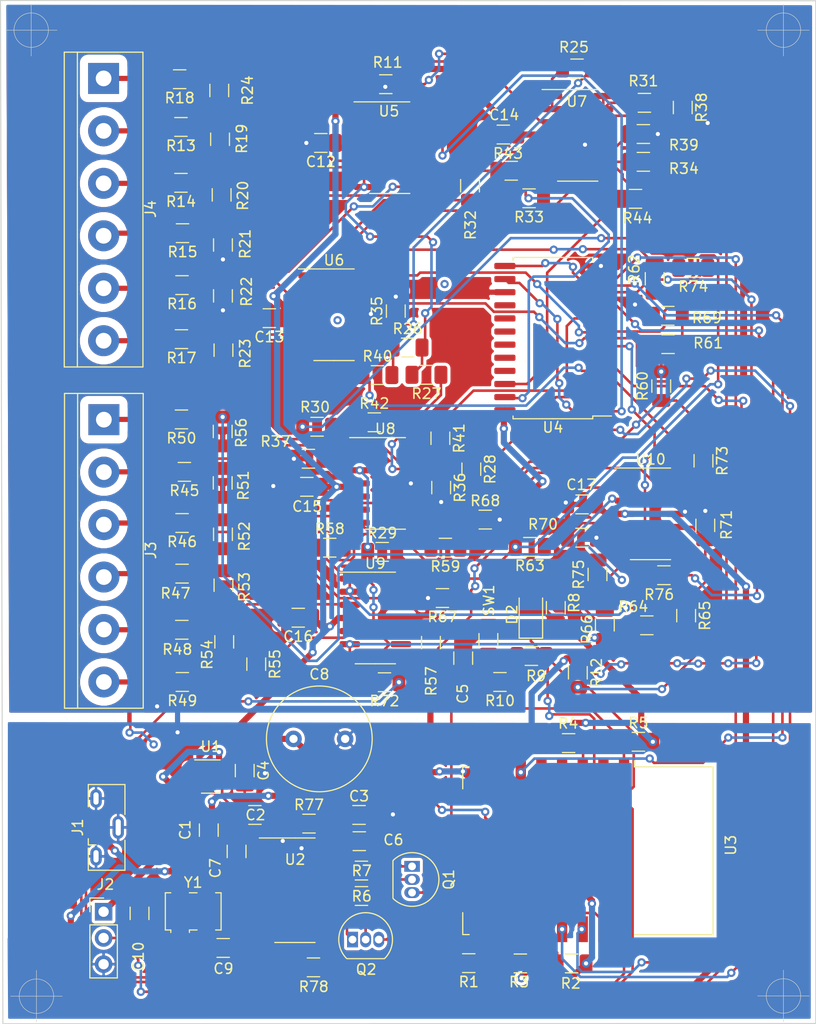
<source format=kicad_pcb>
(kicad_pcb (version 20171130) (host pcbnew "(5.1.4)-1")
  (layers (0 F.Cu signal) (31 B.Cu signal) (34 B.Paste user) (35 F.Paste user) (36 B.SilkS user) (37 F.SilkS user) (38 B.Mask user) (39 F.Mask user) (44 Edge.Cuts user))
  (net 0 "")
  (net 1 GNDREF)
  (net 2 +5V)
  (net 3 "Net-(C2-Pad1)")
  (net 4 +3V3)
  (net 5 "Net-(C7-Pad1)")
  (net 6 "Net-(D2-Pad2)")
  (net 7 "Net-(J1-Pad2)")
  (net 8 "Net-(J1-Pad4)")
  (net 9 "Net-(J1-Pad3)")
  (net 10 "/Instrumentació 0/PLACA_0")
  (net 11 "/Instrumentació 0/PLACA_1")
  (net 12 "/Instrumentació 0/PLACA_2")
  (net 13 "/Instrumentació 0/PLACA_5")
  (net 14 "/Instrumentació 0/PLACA_3")
  (net 15 "/Instrumentació 0/PLACA_4")
  (net 16 "/Instrumentació 1/PLACA_0")
  (net 17 "/Instrumentació 1/PLACA_1")
  (net 18 "/Instrumentació 1/PLACA_2")
  (net 19 "/Instrumentació 1/PLACA_5")
  (net 20 "/Instrumentació 1/PLACA_3")
  (net 21 "/Instrumentació 1/PLACA_4")
  (net 22 "Net-(Q1-Pad1)")
  (net 23 "Net-(Q1-Pad2)")
  (net 24 "Net-(Q2-Pad1)")
  (net 25 "Net-(Q2-Pad2)")
  (net 26 "Net-(R10-Pad1)")
  (net 27 "Net-(R13-Pad1)")
  (net 28 "Net-(R14-Pad1)")
  (net 29 "Net-(R15-Pad1)")
  (net 30 "Net-(R16-Pad1)")
  (net 31 "Net-(R17-Pad1)")
  (net 32 "Net-(R18-Pad1)")
  (net 33 GND)
  (net 34 "Net-(R25-Pad2)")
  (net 35 "Net-(R25-Pad1)")
  (net 36 "Net-(R26-Pad2)")
  (net 37 "Net-(R26-Pad1)")
  (net 38 "Net-(R27-Pad1)")
  (net 39 "Net-(R28-Pad2)")
  (net 40 "Net-(R28-Pad1)")
  (net 41 "Net-(R29-Pad1)")
  (net 42 "Net-(R30-Pad2)")
  (net 43 "Net-(R30-Pad1)")
  (net 44 "Net-(R31-Pad1)")
  (net 45 "Net-(R32-Pad2)")
  (net 46 "Net-(R32-Pad1)")
  (net 47 "Net-(R33-Pad1)")
  (net 48 "Net-(R34-Pad2)")
  (net 49 "Net-(R34-Pad1)")
  (net 50 "/Instrumentació 1/DIF_5-4")
  (net 51 "/Instrumentació 1/DIF_4-3")
  (net 52 "/Instrumentació 1/DIF_3-2")
  (net 53 "/Instrumentació 1/DIF_2-1")
  (net 54 "/Instrumentació 1/DIF_1-0")
  (net 55 "Net-(R45-Pad1)")
  (net 56 "Net-(R46-Pad1)")
  (net 57 "Net-(R47-Pad1)")
  (net 58 "Net-(R48-Pad1)")
  (net 59 "Net-(R49-Pad1)")
  (net 60 "Net-(R50-Pad1)")
  (net 61 "Net-(R57-Pad2)")
  (net 62 "Net-(R57-Pad1)")
  (net 63 "Net-(R58-Pad2)")
  (net 64 "Net-(R58-Pad1)")
  (net 65 "Net-(R59-Pad1)")
  (net 66 "Net-(R60-Pad2)")
  (net 67 "Net-(R60-Pad1)")
  (net 68 "Net-(R61-Pad1)")
  (net 69 "Net-(R62-Pad2)")
  (net 70 "Net-(R62-Pad1)")
  (net 71 "Net-(R63-Pad1)")
  (net 72 "Net-(R64-Pad2)")
  (net 73 "Net-(R64-Pad1)")
  (net 74 "Net-(R65-Pad1)")
  (net 75 "Net-(R66-Pad2)")
  (net 76 "Net-(R66-Pad1)")
  (net 77 "/Instrumentació 0/DIF_5-4")
  (net 78 "/Instrumentació 0/DIF_4-3")
  (net 79 "/Instrumentació 0/DIF_3-2")
  (net 80 "/Instrumentació 0/DIF_2-1")
  (net 81 "/Instrumentació 0/DIF_1-0")
  (net 82 "Net-(U2-Pad15)")
  (net 83 "Net-(U2-Pad12)")
  (net 84 "Net-(U2-Pad11)")
  (net 85 "Net-(U2-Pad10)")
  (net 86 "Net-(U2-Pad9)")
  (net 87 "Net-(U3-Pad13)")
  (net 88 "Net-(U3-Pad12)")
  (net 89 "Net-(U3-Pad11)")
  (net 90 "Net-(U3-Pad10)")
  (net 91 "Net-(U3-Pad9)")
  (net 92 "Net-(U4-Pad21)")
  (net 93 "Net-(U4-Pad20)")
  (net 94 "Net-(U4-Pad19)")
  (net 95 "Net-(U4-Pad18)")
  (net 96 "Net-(U4-Pad17)")
  (net 97 "Net-(U4-Pad16)")
  (net 98 "Net-(U4-Pad1)")
  (net 99 "Net-(C5-Pad1)")
  (net 100 "Net-(C9-Pad1)")
  (net 101 "Net-(C10-Pad1)")
  (net 102 "Net-(D2-Pad1)")
  (net 103 "Net-(J2-Pad2)")
  (net 104 "Net-(Q2-Pad3)")
  (net 105 "Net-(R1-Pad1)")
  (net 106 "Net-(R3-Pad1)")
  (net 107 "Net-(R4-Pad1)")
  (net 108 "Net-(R11-Pad2)")
  (net 109 "Net-(R77-Pad2)")
  (net 110 "Net-(R77-Pad1)")
  (net 111 "Net-(R78-Pad2)")
  (net 112 "Net-(R78-Pad1)")
  (net 113 "Net-(U3-Pad20)")
  (net 114 "Net-(U3-Pad19)")
  (net 115 "Net-(U3-Pad14)")
  (net 116 "Net-(U3-Pad7)")
  (net 117 "Net-(U3-Pad6)")
  (net 118 "Net-(U3-Pad5)")
  (module Oscillator:Oscillator_SMD_TXC_7C-4Pin_5.0x3.2mm (layer F.Cu) (at 127.9058 148.708)
    (fp_text reference Y1 (at 0 -2.8) (layer F.SilkS))
    (fp_text value Crystal_GND24)
    (pad 4 smd rect (at -1.27 -1.1) (size 1.4 1.2) (layers F.Cu F.Paste F.Mask) (net 1 GNDREF))
    (pad 3 smd rect (at 1.27 -1.1) (size 1.4 1.2) (layers F.Cu F.Paste F.Mask) (net 100 "Net-(C9-Pad1)"))
    (pad 2 smd rect (at 1.27 1.1) (size 1.4 1.2) (layers F.Cu F.Paste F.Mask) (net 1 GNDREF))
    (pad 1 smd rect (at -1.27 1.1) (size 1.4 1.2) (layers F.Cu F.Paste F.Mask) (net 101 "Net-(C10-Pad1)"))
  )
  (module Package_SO:SOIC-14_3.9x8.7mm_P1.27mm (layer F.Cu) (at 172.1866 110.2106)
    (fp_text reference U10 (at 0 -5.28) (layer F.SilkS))
    (fp_text value LM324)
    (pad 14 smd roundrect (at 2.475 -3.81) (size 1.95 0.6) (layers F.Cu F.Paste F.Mask) (net 78 "/Instrumentació 0/DIF_4-3"))
    (pad 13 smd roundrect (at 2.475 -2.54) (size 1.95 0.6) (layers F.Cu F.Paste F.Mask) (net 67 "Net-(R60-Pad1)"))
    (pad 12 smd roundrect (at 2.475 -1.27) (size 1.95 0.6) (layers F.Cu F.Paste F.Mask) (net 65 "Net-(R59-Pad1)"))
    (pad 11 smd roundrect (at 2.475 0) (size 1.95 0.6) (layers F.Cu F.Paste F.Mask) (net 33 GND))
    (pad 10 smd roundrect (at 2.475 1.27) (size 1.95 0.6) (layers F.Cu F.Paste F.Mask) (net 74 "Net-(R65-Pad1)"))
    (pad 9 smd roundrect (at 2.475 2.54) (size 1.95 0.6) (layers F.Cu F.Paste F.Mask) (net 76 "Net-(R66-Pad1)"))
    (pad 8 smd roundrect (at 2.475 3.81) (size 1.95 0.6) (layers F.Cu F.Paste F.Mask) (net 81 "/Instrumentació 0/DIF_1-0"))
    (pad 7 smd roundrect (at -2.475 3.81) (size 1.95 0.6) (layers F.Cu F.Paste F.Mask) (net 80 "/Instrumentació 0/DIF_2-1"))
    (pad 6 smd roundrect (at -2.475 2.54) (size 1.95 0.6) (layers F.Cu F.Paste F.Mask) (net 73 "Net-(R64-Pad1)"))
    (pad 5 smd roundrect (at -2.475 1.27) (size 1.95 0.6) (layers F.Cu F.Paste F.Mask) (net 71 "Net-(R63-Pad1)"))
    (pad 4 smd roundrect (at -2.475 0) (size 1.95 0.6) (layers F.Cu F.Paste F.Mask) (net 2 +5V))
    (pad 3 smd roundrect (at -2.475 -1.27) (size 1.95 0.6) (layers F.Cu F.Paste F.Mask) (net 60 "Net-(R50-Pad1)"))
    (pad 2 smd roundrect (at -2.475 -2.54) (size 1.95 0.6) (layers F.Cu F.Paste F.Mask) (net 61 "Net-(R57-Pad2)"))
    (pad 1 smd roundrect (at -2.475 -3.81) (size 1.95 0.6) (layers F.Cu F.Paste F.Mask) (net 61 "Net-(R57-Pad2)"))
  )
  (module Package_SO:SOIC-14_3.9x8.7mm_P1.27mm (layer F.Cu) (at 145.542 120.2944)
    (fp_text reference U9 (at 0 -5.28) (layer F.SilkS))
    (fp_text value LM324)
    (pad 14 smd roundrect (at 2.475 -3.81) (size 1.95 0.6) (layers F.Cu F.Paste F.Mask) (net 69 "Net-(R62-Pad2)"))
    (pad 13 smd roundrect (at 2.475 -2.54) (size 1.95 0.6) (layers F.Cu F.Paste F.Mask) (net 69 "Net-(R62-Pad2)"))
    (pad 12 smd roundrect (at 2.475 -1.27) (size 1.95 0.6) (layers F.Cu F.Paste F.Mask) (net 57 "Net-(R47-Pad1)"))
    (pad 11 smd roundrect (at 2.475 0) (size 1.95 0.6) (layers F.Cu F.Paste F.Mask) (net 33 GND))
    (pad 10 smd roundrect (at 2.475 1.27) (size 1.95 0.6) (layers F.Cu F.Paste F.Mask) (net 62 "Net-(R57-Pad1)"))
    (pad 9 smd roundrect (at 2.475 2.54) (size 1.95 0.6) (layers F.Cu F.Paste F.Mask) (net 64 "Net-(R58-Pad1)"))
    (pad 8 smd roundrect (at 2.475 3.81) (size 1.95 0.6) (layers F.Cu F.Paste F.Mask) (net 77 "/Instrumentació 0/DIF_5-4"))
    (pad 7 smd roundrect (at -2.475 3.81) (size 1.95 0.6) (layers F.Cu F.Paste F.Mask) (net 75 "Net-(R66-Pad2)"))
    (pad 6 smd roundrect (at -2.475 2.54) (size 1.95 0.6) (layers F.Cu F.Paste F.Mask) (net 75 "Net-(R66-Pad2)"))
    (pad 5 smd roundrect (at -2.475 1.27) (size 1.95 0.6) (layers F.Cu F.Paste F.Mask) (net 59 "Net-(R49-Pad1)"))
    (pad 4 smd roundrect (at -2.475 0) (size 1.95 0.6) (layers F.Cu F.Paste F.Mask) (net 2 +5V))
    (pad 3 smd roundrect (at -2.475 -1.27) (size 1.95 0.6) (layers F.Cu F.Paste F.Mask) (net 58 "Net-(R48-Pad1)"))
    (pad 2 smd roundrect (at -2.475 -2.54) (size 1.95 0.6) (layers F.Cu F.Paste F.Mask) (net 72 "Net-(R64-Pad2)"))
    (pad 1 smd roundrect (at -2.475 -3.81) (size 1.95 0.6) (layers F.Cu F.Paste F.Mask) (net 72 "Net-(R64-Pad2)"))
  )
  (module Package_SO:SOIC-14_3.9x8.7mm_P1.27mm (layer F.Cu) (at 146.5072 107.2642)
    (fp_text reference U8 (at 0 -5.28) (layer F.SilkS))
    (fp_text value LM324)
    (pad 14 smd roundrect (at 2.475 -3.81) (size 1.95 0.6) (layers F.Cu F.Paste F.Mask) (net 51 "/Instrumentació 1/DIF_4-3"))
    (pad 13 smd roundrect (at 2.475 -2.54) (size 1.95 0.6) (layers F.Cu F.Paste F.Mask) (net 40 "Net-(R28-Pad1)"))
    (pad 12 smd roundrect (at 2.475 -1.27) (size 1.95 0.6) (layers F.Cu F.Paste F.Mask) (net 38 "Net-(R27-Pad1)"))
    (pad 11 smd roundrect (at 2.475 0) (size 1.95 0.6) (layers F.Cu F.Paste F.Mask) (net 33 GND))
    (pad 10 smd roundrect (at 2.475 1.27) (size 1.95 0.6) (layers F.Cu F.Paste F.Mask) (net 56 "Net-(R46-Pad1)"))
    (pad 9 smd roundrect (at 2.475 2.54) (size 1.95 0.6) (layers F.Cu F.Paste F.Mask) (net 66 "Net-(R60-Pad2)"))
    (pad 8 smd roundrect (at 2.475 3.81) (size 1.95 0.6) (layers F.Cu F.Paste F.Mask) (net 66 "Net-(R60-Pad2)"))
    (pad 7 smd roundrect (at -2.475 3.81) (size 1.95 0.6) (layers F.Cu F.Paste F.Mask) (net 63 "Net-(R58-Pad2)"))
    (pad 6 smd roundrect (at -2.475 2.54) (size 1.95 0.6) (layers F.Cu F.Paste F.Mask) (net 63 "Net-(R58-Pad2)"))
    (pad 5 smd roundrect (at -2.475 1.27) (size 1.95 0.6) (layers F.Cu F.Paste F.Mask) (net 55 "Net-(R45-Pad1)"))
    (pad 4 smd roundrect (at -2.475 0) (size 1.95 0.6) (layers F.Cu F.Paste F.Mask) (net 2 +5V))
    (pad 3 smd roundrect (at -2.475 -1.27) (size 1.95 0.6) (layers F.Cu F.Paste F.Mask) (net 41 "Net-(R29-Pad1)"))
    (pad 2 smd roundrect (at -2.475 -2.54) (size 1.95 0.6) (layers F.Cu F.Paste F.Mask) (net 43 "Net-(R30-Pad1)"))
    (pad 1 smd roundrect (at -2.475 -3.81) (size 1.95 0.6) (layers F.Cu F.Paste F.Mask) (net 52 "/Instrumentació 1/DIF_3-2"))
  )
  (module Package_SO:SOIC-14_3.9x8.7mm_P1.27mm (layer F.Cu) (at 165.1396 73.5584)
    (fp_text reference U7 (at -0.0904 -3.2766) (layer F.SilkS))
    (fp_text value LM324)
    (pad 14 smd roundrect (at 2.475 -3.81) (size 1.95 0.6) (layers F.Cu F.Paste F.Mask) (net 42 "Net-(R30-Pad2)"))
    (pad 13 smd roundrect (at 2.475 -2.54) (size 1.95 0.6) (layers F.Cu F.Paste F.Mask) (net 42 "Net-(R30-Pad2)"))
    (pad 12 smd roundrect (at 2.475 -1.27) (size 1.95 0.6) (layers F.Cu F.Paste F.Mask) (net 29 "Net-(R15-Pad1)"))
    (pad 11 smd roundrect (at 2.475 0) (size 1.95 0.6) (layers F.Cu F.Paste F.Mask) (net 33 GND))
    (pad 10 smd roundrect (at 2.475 1.27) (size 1.95 0.6) (layers F.Cu F.Paste F.Mask) (net 47 "Net-(R33-Pad1)"))
    (pad 9 smd roundrect (at 2.475 2.54) (size 1.95 0.6) (layers F.Cu F.Paste F.Mask) (net 49 "Net-(R34-Pad1)"))
    (pad 8 smd roundrect (at 2.475 3.81) (size 1.95 0.6) (layers F.Cu F.Paste F.Mask) (net 54 "/Instrumentació 1/DIF_1-0"))
    (pad 7 smd roundrect (at -2.475 3.81) (size 1.95 0.6) (layers F.Cu F.Paste F.Mask) (net 53 "/Instrumentació 1/DIF_2-1"))
    (pad 6 smd roundrect (at -2.475 2.54) (size 1.95 0.6) (layers F.Cu F.Paste F.Mask) (net 46 "Net-(R32-Pad1)"))
    (pad 5 smd roundrect (at -2.475 1.27) (size 1.95 0.6) (layers F.Cu F.Paste F.Mask) (net 44 "Net-(R31-Pad1)"))
    (pad 4 smd roundrect (at -2.475 0) (size 1.95 0.6) (layers F.Cu F.Paste F.Mask) (net 2 +5V))
    (pad 3 smd roundrect (at -2.475 -1.27) (size 1.95 0.6) (layers F.Cu F.Paste F.Mask) (net 32 "Net-(R18-Pad1)"))
    (pad 2 smd roundrect (at -2.475 -2.54) (size 1.95 0.6) (layers F.Cu F.Paste F.Mask) (net 34 "Net-(R25-Pad2)"))
    (pad 1 smd roundrect (at -2.475 -3.81) (size 1.95 0.6) (layers F.Cu F.Paste F.Mask) (net 34 "Net-(R25-Pad2)"))
  )
  (module Package_SO:SOIC-14_3.9x8.7mm_P1.27mm (layer F.Cu) (at 141.543 90.932)
    (fp_text reference U6 (at 0 -5.28) (layer F.SilkS))
    (fp_text value LM324)
    (pad 14 smd roundrect (at 2.475 -3.81) (size 1.95 0.6) (layers F.Cu F.Paste F.Mask) (net 79 "/Instrumentació 0/DIF_3-2"))
    (pad 13 smd roundrect (at 2.475 -2.54) (size 1.95 0.6) (layers F.Cu F.Paste F.Mask) (net 70 "Net-(R62-Pad1)"))
    (pad 12 smd roundrect (at 2.475 -1.27) (size 1.95 0.6) (layers F.Cu F.Paste F.Mask) (net 68 "Net-(R61-Pad1)"))
    (pad 11 smd roundrect (at 2.475 0) (size 1.95 0.6) (layers F.Cu F.Paste F.Mask) (net 33 GND))
    (pad 10 smd roundrect (at 2.475 1.27) (size 1.95 0.6) (layers F.Cu F.Paste F.Mask) (net 35 "Net-(R25-Pad1)"))
    (pad 9 smd roundrect (at 2.475 2.54) (size 1.95 0.6) (layers F.Cu F.Paste F.Mask) (net 37 "Net-(R26-Pad1)"))
    (pad 8 smd roundrect (at 2.475 3.81) (size 1.95 0.6) (layers F.Cu F.Paste F.Mask) (net 50 "/Instrumentació 1/DIF_5-4"))
    (pad 7 smd roundrect (at -2.475 3.81) (size 1.95 0.6) (layers F.Cu F.Paste F.Mask) (net 48 "Net-(R34-Pad2)"))
    (pad 6 smd roundrect (at -2.475 2.54) (size 1.95 0.6) (layers F.Cu F.Paste F.Mask) (net 48 "Net-(R34-Pad2)"))
    (pad 5 smd roundrect (at -2.475 1.27) (size 1.95 0.6) (layers F.Cu F.Paste F.Mask) (net 31 "Net-(R17-Pad1)"))
    (pad 4 smd roundrect (at -2.475 0) (size 1.95 0.6) (layers F.Cu F.Paste F.Mask) (net 2 +5V))
    (pad 3 smd roundrect (at -2.475 -1.27) (size 1.95 0.6) (layers F.Cu F.Paste F.Mask) (net 30 "Net-(R16-Pad1)"))
    (pad 2 smd roundrect (at -2.475 -2.54) (size 1.95 0.6) (layers F.Cu F.Paste F.Mask) (net 45 "Net-(R32-Pad2)"))
    (pad 1 smd roundrect (at -2.475 -3.81) (size 1.95 0.6) (layers F.Cu F.Paste F.Mask) (net 45 "Net-(R32-Pad2)"))
  )
  (module Package_SO:SOIC-14_3.9x8.7mm_P1.27mm (layer F.Cu) (at 146.9278 74.7522)
    (fp_text reference U5 (at -0.065 -3.5306) (layer F.SilkS))
    (fp_text value LM324)
    (pad 14 smd roundrect (at 2.475 -3.81) (size 1.95 0.6) (layers F.Cu F.Paste F.Mask))
    (pad 13 smd roundrect (at 2.475 -2.54) (size 1.95 0.6) (layers F.Cu F.Paste F.Mask))
    (pad 12 smd roundrect (at 2.475 -1.27) (size 1.95 0.6) (layers F.Cu F.Paste F.Mask))
    (pad 11 smd roundrect (at 2.475 0) (size 1.95 0.6) (layers F.Cu F.Paste F.Mask) (net 33 GND))
    (pad 10 smd roundrect (at 2.475 1.27) (size 1.95 0.6) (layers F.Cu F.Paste F.Mask) (net 28 "Net-(R14-Pad1)"))
    (pad 9 smd roundrect (at 2.475 2.54) (size 1.95 0.6) (layers F.Cu F.Paste F.Mask) (net 39 "Net-(R28-Pad2)"))
    (pad 8 smd roundrect (at 2.475 3.81) (size 1.95 0.6) (layers F.Cu F.Paste F.Mask) (net 39 "Net-(R28-Pad2)"))
    (pad 7 smd roundrect (at -2.475 3.81) (size 1.95 0.6) (layers F.Cu F.Paste F.Mask) (net 36 "Net-(R26-Pad2)"))
    (pad 6 smd roundrect (at -2.475 2.54) (size 1.95 0.6) (layers F.Cu F.Paste F.Mask) (net 36 "Net-(R26-Pad2)"))
    (pad 5 smd roundrect (at -2.475 1.27) (size 1.95 0.6) (layers F.Cu F.Paste F.Mask) (net 27 "Net-(R13-Pad1)"))
    (pad 4 smd roundrect (at -2.475 0) (size 1.95 0.6) (layers F.Cu F.Paste F.Mask) (net 2 +5V))
    (pad 3 smd roundrect (at -2.475 -1.27) (size 1.95 0.6) (layers F.Cu F.Paste F.Mask) (net 98 "Net-(U4-Pad1)"))
    (pad 2 smd roundrect (at -2.475 -2.54) (size 1.95 0.6) (layers F.Cu F.Paste F.Mask) (net 108 "Net-(R11-Pad2)"))
    (pad 1 smd roundrect (at -2.475 -3.81) (size 1.95 0.6) (layers F.Cu F.Paste F.Mask) (net 108 "Net-(R11-Pad2)"))
  )
  (module Package_SO:SOIC-24W_7.5x15.4mm_P1.27mm (layer F.Cu) (at 162.7378 93.1926 180)
    (fp_text reference U4 (at 0 -8.65) (layer F.SilkS))
    (fp_text value CD74HC4067M)
    (pad 24 smd roundrect (at 4.65 -6.985 180) (size 2.05 0.6) (layers F.Cu F.Paste F.Mask) (net 4 +3V3))
    (pad 23 smd roundrect (at 4.65 -5.715 180) (size 2.05 0.6) (layers F.Cu F.Paste F.Mask) (net 53 "/Instrumentació 1/DIF_2-1"))
    (pad 22 smd roundrect (at 4.65 -4.445 180) (size 2.05 0.6) (layers F.Cu F.Paste F.Mask) (net 54 "/Instrumentació 1/DIF_1-0"))
    (pad 21 smd roundrect (at 4.65 -3.175 180) (size 2.05 0.6) (layers F.Cu F.Paste F.Mask) (net 92 "Net-(U4-Pad21)"))
    (pad 20 smd roundrect (at 4.65 -1.905 180) (size 2.05 0.6) (layers F.Cu F.Paste F.Mask) (net 93 "Net-(U4-Pad20)"))
    (pad 19 smd roundrect (at 4.65 -0.635 180) (size 2.05 0.6) (layers F.Cu F.Paste F.Mask) (net 94 "Net-(U4-Pad19)"))
    (pad 18 smd roundrect (at 4.65 0.635 180) (size 2.05 0.6) (layers F.Cu F.Paste F.Mask) (net 95 "Net-(U4-Pad18)"))
    (pad 17 smd roundrect (at 4.65 1.905 180) (size 2.05 0.6) (layers F.Cu F.Paste F.Mask) (net 96 "Net-(U4-Pad17)"))
    (pad 16 smd roundrect (at 4.65 3.175 180) (size 2.05 0.6) (layers F.Cu F.Paste F.Mask) (net 97 "Net-(U4-Pad16)"))
    (pad 15 smd roundrect (at 4.65 4.445 180) (size 2.05 0.6) (layers F.Cu F.Paste F.Mask) (net 33 GND))
    (pad 14 smd roundrect (at 4.65 5.715 180) (size 2.05 0.6) (layers F.Cu F.Paste F.Mask) (net 114 "Net-(U3-Pad19)"))
    (pad 13 smd roundrect (at 4.65 6.985 180) (size 2.05 0.6) (layers F.Cu F.Paste F.Mask) (net 117 "Net-(U3-Pad6)"))
    (pad 12 smd roundrect (at -4.65 6.985 180) (size 2.05 0.6) (layers F.Cu F.Paste F.Mask) (net 33 GND))
    (pad 11 smd roundrect (at -4.65 5.715 180) (size 2.05 0.6) (layers F.Cu F.Paste F.Mask) (net 113 "Net-(U3-Pad20)"))
    (pad 10 smd roundrect (at -4.65 4.445 180) (size 2.05 0.6) (layers F.Cu F.Paste F.Mask) (net 102 "Net-(D2-Pad1)"))
    (pad 9 smd roundrect (at -4.65 3.175 180) (size 2.05 0.6) (layers F.Cu F.Paste F.Mask) (net 77 "/Instrumentació 0/DIF_5-4"))
    (pad 8 smd roundrect (at -4.65 1.905 180) (size 2.05 0.6) (layers F.Cu F.Paste F.Mask) (net 78 "/Instrumentació 0/DIF_4-3"))
    (pad 7 smd roundrect (at -4.65 0.635 180) (size 2.05 0.6) (layers F.Cu F.Paste F.Mask) (net 79 "/Instrumentació 0/DIF_3-2"))
    (pad 6 smd roundrect (at -4.65 -0.635 180) (size 2.05 0.6) (layers F.Cu F.Paste F.Mask) (net 80 "/Instrumentació 0/DIF_2-1"))
    (pad 5 smd roundrect (at -4.65 -1.905 180) (size 2.05 0.6) (layers F.Cu F.Paste F.Mask) (net 81 "/Instrumentació 0/DIF_1-0"))
    (pad 4 smd roundrect (at -4.65 -3.175 180) (size 2.05 0.6) (layers F.Cu F.Paste F.Mask) (net 50 "/Instrumentació 1/DIF_5-4"))
    (pad 3 smd roundrect (at -4.65 -4.445 180) (size 2.05 0.6) (layers F.Cu F.Paste F.Mask) (net 51 "/Instrumentació 1/DIF_4-3"))
    (pad 2 smd roundrect (at -4.65 -5.715 180) (size 2.05 0.6) (layers F.Cu F.Paste F.Mask) (net 52 "/Instrumentació 1/DIF_3-2"))
    (pad 1 smd roundrect (at -4.65 -6.985 180) (size 2.05 0.6) (layers F.Cu F.Paste F.Mask) (net 98 "Net-(U4-Pad1)"))
  )
  (module RF_Module:ESP-12E (layer F.Cu) (at 166.1272 142.8336 270)
    (fp_text reference U3 (at -0.5334 -13.843 90) (layer F.SilkS))
    (fp_text value ESP-12E)
    (pad 22 smd rect (at 7.6 -3.5 270) (size 2.5 1) (layers F.Cu F.Paste F.Mask) (net 111 "Net-(R78-Pad2)"))
    (pad 21 smd rect (at 7.6 -1.5 270) (size 2.5 1) (layers F.Cu F.Paste F.Mask) (net 109 "Net-(R77-Pad2)"))
    (pad 20 smd rect (at 7.6 0.5 270) (size 2.5 1) (layers F.Cu F.Paste F.Mask) (net 113 "Net-(U3-Pad20)"))
    (pad 19 smd rect (at 7.6 2.5 270) (size 2.5 1) (layers F.Cu F.Paste F.Mask) (net 114 "Net-(U3-Pad19)"))
    (pad 18 smd rect (at 7.6 4.5 270) (size 2.5 1) (layers F.Cu F.Paste F.Mask) (net 104 "Net-(Q2-Pad3)"))
    (pad 17 smd rect (at 7.6 6.5 270) (size 2.5 1) (layers F.Cu F.Paste F.Mask) (net 106 "Net-(R3-Pad1)"))
    (pad 16 smd rect (at 7.6 8.5 270) (size 2.5 1) (layers F.Cu F.Paste F.Mask) (net 105 "Net-(R1-Pad1)"))
    (pad 15 smd rect (at 7.6 10.5 270) (size 2.5 1) (layers F.Cu F.Paste F.Mask) (net 1 GNDREF))
    (pad 14 smd rect (at 5 12 270) (size 1 1.8) (layers F.Cu F.Paste F.Mask) (net 115 "Net-(U3-Pad14)"))
    (pad 13 smd rect (at 3 12 270) (size 1 1.8) (layers F.Cu F.Paste F.Mask) (net 87 "Net-(U3-Pad13)"))
    (pad 12 smd rect (at 1 12 270) (size 1 1.8) (layers F.Cu F.Paste F.Mask) (net 88 "Net-(U3-Pad12)"))
    (pad 11 smd rect (at -1 12 270) (size 1 1.8) (layers F.Cu F.Paste F.Mask) (net 89 "Net-(U3-Pad11)"))
    (pad 10 smd rect (at -3 12 270) (size 1 1.8) (layers F.Cu F.Paste F.Mask) (net 90 "Net-(U3-Pad10)"))
    (pad 9 smd rect (at -5 12 270) (size 1 1.8) (layers F.Cu F.Paste F.Mask) (net 91 "Net-(U3-Pad9)"))
    (pad 8 smd rect (at -7.6 10.5 270) (size 2.5 1) (layers F.Cu F.Paste F.Mask) (net 4 +3V3))
    (pad 7 smd rect (at -7.6 8.5 270) (size 2.5 1) (layers F.Cu F.Paste F.Mask) (net 116 "Net-(U3-Pad7)"))
    (pad 6 smd rect (at -7.6 6.5 270) (size 2.5 1) (layers F.Cu F.Paste F.Mask) (net 117 "Net-(U3-Pad6)"))
    (pad 5 smd rect (at -7.6 4.5 270) (size 2.5 1) (layers F.Cu F.Paste F.Mask) (net 118 "Net-(U3-Pad5)"))
    (pad 4 smd rect (at -7.6 2.5 270) (size 2.5 1) (layers F.Cu F.Paste F.Mask) (net 102 "Net-(D2-Pad1)"))
    (pad 3 smd rect (at -7.6 0.5 270) (size 2.5 1) (layers F.Cu F.Paste F.Mask) (net 107 "Net-(R4-Pad1)"))
    (pad 2 smd rect (at -7.6 -1.5 270) (size 2.5 1) (layers F.Cu F.Paste F.Mask) (net 103 "Net-(J2-Pad2)"))
    (pad 1 smd rect (at -7.6 -3.5 270) (size 2.5 1) (layers F.Cu F.Paste F.Mask) (net 99 "Net-(C5-Pad1)"))
  )
  (module Package_SO:SOIC-16_3.9x9.9mm_P1.27mm (layer F.Cu) (at 137.7554 146.6596)
    (fp_text reference U2 (at 0.0142 -2.9718) (layer F.SilkS))
    (fp_text value CH340G)
    (pad 16 smd roundrect (at 2.475 -4.445) (size 1.95 0.6) (layers F.Cu F.Paste F.Mask) (net 2 +5V))
    (pad 15 smd roundrect (at 2.475 -3.175) (size 1.95 0.6) (layers F.Cu F.Paste F.Mask) (net 82 "Net-(U2-Pad15)"))
    (pad 14 smd roundrect (at 2.475 -1.905) (size 1.95 0.6) (layers F.Cu F.Paste F.Mask) (net 22 "Net-(Q1-Pad1)"))
    (pad 13 smd roundrect (at 2.475 -0.635) (size 1.95 0.6) (layers F.Cu F.Paste F.Mask) (net 24 "Net-(Q2-Pad1)"))
    (pad 12 smd roundrect (at 2.475 0.635) (size 1.95 0.6) (layers F.Cu F.Paste F.Mask) (net 83 "Net-(U2-Pad12)"))
    (pad 11 smd roundrect (at 2.475 1.905) (size 1.95 0.6) (layers F.Cu F.Paste F.Mask) (net 84 "Net-(U2-Pad11)"))
    (pad 10 smd roundrect (at 2.475 3.175) (size 1.95 0.6) (layers F.Cu F.Paste F.Mask) (net 85 "Net-(U2-Pad10)"))
    (pad 9 smd roundrect (at 2.475 4.445) (size 1.95 0.6) (layers F.Cu F.Paste F.Mask) (net 86 "Net-(U2-Pad9)"))
    (pad 8 smd roundrect (at -2.475 4.445) (size 1.95 0.6) (layers F.Cu F.Paste F.Mask) (net 101 "Net-(C10-Pad1)"))
    (pad 7 smd roundrect (at -2.475 3.175) (size 1.95 0.6) (layers F.Cu F.Paste F.Mask) (net 100 "Net-(C9-Pad1)"))
    (pad 6 smd roundrect (at -2.475 1.905) (size 1.95 0.6) (layers F.Cu F.Paste F.Mask) (net 7 "Net-(J1-Pad2)"))
    (pad 5 smd roundrect (at -2.475 0.635) (size 1.95 0.6) (layers F.Cu F.Paste F.Mask) (net 9 "Net-(J1-Pad3)"))
    (pad 4 smd roundrect (at -2.475 -0.635) (size 1.95 0.6) (layers F.Cu F.Paste F.Mask) (net 5 "Net-(C7-Pad1)"))
    (pad 3 smd roundrect (at -2.475 -1.905) (size 1.95 0.6) (layers F.Cu F.Paste F.Mask) (net 112 "Net-(R78-Pad1)"))
    (pad 2 smd roundrect (at -2.475 -3.175) (size 1.95 0.6) (layers F.Cu F.Paste F.Mask) (net 110 "Net-(R77-Pad1)"))
    (pad 1 smd roundrect (at -2.475 -4.445) (size 1.95 0.6) (layers F.Cu F.Paste F.Mask) (net 1 GNDREF))
  )
  (module Package_TO_SOT_SMD:SOT-23-5 (layer F.Cu) (at 129.6084 135.6512)
    (fp_text reference U1 (at 0 -2.9) (layer F.SilkS))
    (fp_text value SPX3819M5-L-3-3)
    (pad 5 smd rect (at 1.1 -0.95) (size 1.06 0.65) (layers F.Cu F.Paste F.Mask) (net 4 +3V3))
    (pad 4 smd rect (at 1.1 0.95) (size 1.06 0.65) (layers F.Cu F.Paste F.Mask) (net 3 "Net-(C2-Pad1)"))
    (pad 3 smd rect (at -1.1 0.95) (size 1.06 0.65) (layers F.Cu F.Paste F.Mask) (net 2 +5V))
    (pad 2 smd rect (at -1.1 0) (size 1.06 0.65) (layers F.Cu F.Paste F.Mask) (net 1 GNDREF))
    (pad 1 smd rect (at -1.1 -0.95) (size 1.06 0.65) (layers F.Cu F.Paste F.Mask) (net 2 +5V))
  )
  (module Resistor_SMD:R_1206_3216Metric (layer F.Cu) (at 156.4894 122.4056 90)
    (fp_text reference SW1 (at 3.813 0.0508 90) (layer F.SilkS))
    (fp_text value SW_Push)
    (pad 2 smd roundrect (at 1.4 0 90) (size 1.25 1.75) (layers F.Cu F.Paste F.Mask) (roundrect_rratio 0.2) (net 1 GNDREF))
    (pad 1 smd roundrect (at -1.4 0 90) (size 1.25 1.75) (layers F.Cu F.Paste F.Mask) (roundrect_rratio 0.2) (net 26 "Net-(R10-Pad1)"))
  )
  (module Resistor_SMD:R_1206_3216Metric (layer F.Cu) (at 139.5506 154.1272)
    (fp_text reference R78 (at 0.0224 1.8796) (layer F.SilkS))
    (fp_text value "470 Ω")
    (pad 2 smd roundrect (at 1.4 0) (size 1.25 1.75) (layers F.Cu F.Paste F.Mask) (roundrect_rratio 0.2) (net 111 "Net-(R78-Pad2)"))
    (pad 1 smd roundrect (at -1.4 0) (size 1.25 1.75) (layers F.Cu F.Paste F.Mask) (roundrect_rratio 0.2) (net 112 "Net-(R78-Pad1)"))
  )
  (module Resistor_SMD:R_1206_3216Metric (layer F.Cu) (at 139.1188 140.208)
    (fp_text reference R77 (at 0 -1.82) (layer F.SilkS))
    (fp_text value "470 Ω")
    (pad 2 smd roundrect (at 1.4 0) (size 1.25 1.75) (layers F.Cu F.Paste F.Mask) (roundrect_rratio 0.2) (net 109 "Net-(R77-Pad2)"))
    (pad 1 smd roundrect (at -1.4 0) (size 1.25 1.75) (layers F.Cu F.Paste F.Mask) (roundrect_rratio 0.2) (net 110 "Net-(R77-Pad1)"))
  )
  (module Resistor_SMD:R_1206_3216Metric (layer F.Cu) (at 173.485 116.1542 180)
    (fp_text reference R76 (at 0.4602 -1.8796) (layer F.SilkS))
    (fp_text value "8,2 kΩ")
    (pad 2 smd roundrect (at 1.4 0 180) (size 1.25 1.75) (layers F.Cu F.Paste F.Mask) (roundrect_rratio 0.2) (net 76 "Net-(R66-Pad1)"))
    (pad 1 smd roundrect (at -1.4 0 180) (size 1.25 1.75) (layers F.Cu F.Paste F.Mask) (roundrect_rratio 0.2) (net 81 "/Instrumentació 0/DIF_1-0"))
  )
  (module Resistor_SMD:R_1206_3216Metric (layer F.Cu) (at 167.0558 116.081 90)
    (fp_text reference R75 (at 0 -1.82 90) (layer F.SilkS))
    (fp_text value "8,2 kΩ")
    (pad 2 smd roundrect (at 1.4 0 90) (size 1.25 1.75) (layers F.Cu F.Paste F.Mask) (roundrect_rratio 0.2) (net 73 "Net-(R64-Pad1)"))
    (pad 1 smd roundrect (at -1.4 0 90) (size 1.25 1.75) (layers F.Cu F.Paste F.Mask) (roundrect_rratio 0.2) (net 80 "/Instrumentació 0/DIF_2-1"))
  )
  (module Resistor_SMD:R_1206_3216Metric (layer F.Cu) (at 176.3298 86.3854 180)
    (fp_text reference R74 (at 0 -1.82) (layer F.SilkS))
    (fp_text value "8,2 kΩ")
    (pad 2 smd roundrect (at 1.4 0 180) (size 1.25 1.75) (layers F.Cu F.Paste F.Mask) (roundrect_rratio 0.2) (net 70 "Net-(R62-Pad1)"))
    (pad 1 smd roundrect (at -1.4 0 180) (size 1.25 1.75) (layers F.Cu F.Paste F.Mask) (roundrect_rratio 0.2) (net 79 "/Instrumentació 0/DIF_3-2"))
  )
  (module Resistor_SMD:R_1206_3216Metric (layer F.Cu) (at 177.3174 105.0768 270)
    (fp_text reference R73 (at 0 -1.82 90) (layer F.SilkS))
    (fp_text value "8,2 kΩ")
    (pad 2 smd roundrect (at 1.4 0 270) (size 1.25 1.75) (layers F.Cu F.Paste F.Mask) (roundrect_rratio 0.2) (net 67 "Net-(R60-Pad1)"))
    (pad 1 smd roundrect (at -1.4 0 270) (size 1.25 1.75) (layers F.Cu F.Paste F.Mask) (roundrect_rratio 0.2) (net 78 "/Instrumentació 0/DIF_4-3"))
  )
  (module Resistor_SMD:R_1206_3216Metric (layer F.Cu) (at 146.428 126.5174 180)
    (fp_text reference R72 (at 0 -1.82) (layer F.SilkS))
    (fp_text value "8,2 kΩ")
    (pad 2 smd roundrect (at 1.4 0 180) (size 1.25 1.75) (layers F.Cu F.Paste F.Mask) (roundrect_rratio 0.2) (net 64 "Net-(R58-Pad1)"))
    (pad 1 smd roundrect (at -1.4 0 180) (size 1.25 1.75) (layers F.Cu F.Paste F.Mask) (roundrect_rratio 0.2) (net 77 "/Instrumentació 0/DIF_5-4"))
  )
  (module Resistor_SMD:R_1206_3216Metric (layer F.Cu) (at 177.4952 111.3252 90)
    (fp_text reference R71 (at 0.0478 2.0574 90) (layer F.SilkS))
    (fp_text value "8,2 kΩ")
    (pad 2 smd roundrect (at 1.4 0 90) (size 1.25 1.75) (layers F.Cu F.Paste F.Mask) (roundrect_rratio 0.2) (net 33 GND))
    (pad 1 smd roundrect (at -1.4 0 90) (size 1.25 1.75) (layers F.Cu F.Paste F.Mask) (roundrect_rratio 0.2) (net 74 "Net-(R65-Pad1)"))
  )
  (module Resistor_SMD:R_1206_3216Metric (layer F.Cu) (at 165.5542 112.522)
    (fp_text reference R70 (at -3.7816 -1.2954) (layer F.SilkS))
    (fp_text value "8,2 kΩ")
    (pad 2 smd roundrect (at 1.4 0) (size 1.25 1.75) (layers F.Cu F.Paste F.Mask) (roundrect_rratio 0.2) (net 33 GND))
    (pad 1 smd roundrect (at -1.4 0) (size 1.25 1.75) (layers F.Cu F.Paste F.Mask) (roundrect_rratio 0.2) (net 71 "Net-(R63-Pad1)"))
  )
  (module Resistor_SMD:R_1206_3216Metric (layer F.Cu) (at 173.866 91.0336 180)
    (fp_text reference R69 (at -3.7816 -0.2032) (layer F.SilkS))
    (fp_text value "8,2 kΩ")
    (pad 2 smd roundrect (at 1.4 0 180) (size 1.25 1.75) (layers F.Cu F.Paste F.Mask) (roundrect_rratio 0.2) (net 33 GND))
    (pad 1 smd roundrect (at -1.4 0 180) (size 1.25 1.75) (layers F.Cu F.Paste F.Mask) (roundrect_rratio 0.2) (net 68 "Net-(R61-Pad1)"))
  )
  (module Resistor_SMD:R_1206_3216Metric (layer F.Cu) (at 156.1876 110.7694)
    (fp_text reference R68 (at 0 -1.82) (layer F.SilkS))
    (fp_text value "8,2 kΩ")
    (pad 2 smd roundrect (at 1.4 0) (size 1.25 1.75) (layers F.Cu F.Paste F.Mask) (roundrect_rratio 0.2) (net 33 GND))
    (pad 1 smd roundrect (at -1.4 0) (size 1.25 1.75) (layers F.Cu F.Paste F.Mask) (roundrect_rratio 0.2) (net 65 "Net-(R59-Pad1)"))
  )
  (module Resistor_SMD:R_1206_3216Metric (layer F.Cu) (at 152.0414 118.364 180)
    (fp_text reference R67 (at 0 -1.82) (layer F.SilkS))
    (fp_text value "8,2 kΩ")
    (pad 2 smd roundrect (at 1.4 0 180) (size 1.25 1.75) (layers F.Cu F.Paste F.Mask) (roundrect_rratio 0.2) (net 33 GND))
    (pad 1 smd roundrect (at -1.4 0 180) (size 1.25 1.75) (layers F.Cu F.Paste F.Mask) (roundrect_rratio 0.2) (net 62 "Net-(R57-Pad1)"))
  )
  (module Resistor_SMD:R_1206_3216Metric (layer F.Cu) (at 167.767 120.9518 270)
    (fp_text reference R66 (at 0.4348 1.7272 90) (layer F.SilkS))
    (fp_text value "1,2 kΩ")
    (pad 2 smd roundrect (at 1.4 0 270) (size 1.25 1.75) (layers F.Cu F.Paste F.Mask) (roundrect_rratio 0.2) (net 75 "Net-(R66-Pad2)"))
    (pad 1 smd roundrect (at -1.4 0 270) (size 1.25 1.75) (layers F.Cu F.Paste F.Mask) (roundrect_rratio 0.2) (net 76 "Net-(R66-Pad1)"))
  )
  (module Resistor_SMD:R_1206_3216Metric (layer F.Cu) (at 175.641 120.0688 270)
    (fp_text reference R65 (at 0 -1.82 90) (layer F.SilkS))
    (fp_text value "1,2 kΩ")
    (pad 2 smd roundrect (at 1.4 0 270) (size 1.25 1.75) (layers F.Cu F.Paste F.Mask) (roundrect_rratio 0.2) (net 72 "Net-(R64-Pad2)"))
    (pad 1 smd roundrect (at -1.4 0 270) (size 1.25 1.75) (layers F.Cu F.Paste F.Mask) (roundrect_rratio 0.2) (net 74 "Net-(R65-Pad1)"))
  )
  (module Resistor_SMD:R_1206_3216Metric (layer F.Cu) (at 171.834 121.0056)
    (fp_text reference R64 (at -1.3238 -1.8034) (layer F.SilkS))
    (fp_text value "1,2 kΩ")
    (pad 2 smd roundrect (at 1.4 0) (size 1.25 1.75) (layers F.Cu F.Paste F.Mask) (roundrect_rratio 0.2) (net 72 "Net-(R64-Pad2)"))
    (pad 1 smd roundrect (at -1.4 0) (size 1.25 1.75) (layers F.Cu F.Paste F.Mask) (roundrect_rratio 0.2) (net 73 "Net-(R64-Pad1)"))
  )
  (module Resistor_SMD:R_1206_3216Metric (layer F.Cu) (at 160.5056 113.411 180)
    (fp_text reference R63 (at 0 -1.82) (layer F.SilkS))
    (fp_text value "1,2 kΩ")
    (pad 2 smd roundrect (at 1.4 0 180) (size 1.25 1.75) (layers F.Cu F.Paste F.Mask) (roundrect_rratio 0.2) (net 69 "Net-(R62-Pad2)"))
    (pad 1 smd roundrect (at -1.4 0 180) (size 1.25 1.75) (layers F.Cu F.Paste F.Mask) (roundrect_rratio 0.2) (net 71 "Net-(R63-Pad1)"))
  )
  (module Resistor_SMD:R_1206_3216Metric (layer F.Cu) (at 172.593 87.4492 270)
    (fp_text reference R62 (at -0.9368 1.9812 90) (layer F.SilkS))
    (fp_text value "1,2 kΩ")
    (pad 2 smd roundrect (at 1.4 0 270) (size 1.25 1.75) (layers F.Cu F.Paste F.Mask) (roundrect_rratio 0.2) (net 69 "Net-(R62-Pad2)"))
    (pad 1 smd roundrect (at -1.4 0 270) (size 1.25 1.75) (layers F.Cu F.Paste F.Mask) (roundrect_rratio 0.2) (net 70 "Net-(R62-Pad1)"))
  )
  (module Resistor_SMD:R_1206_3216Metric (layer F.Cu) (at 173.8914 93.7768 180)
    (fp_text reference R61 (at -3.8832 0.1016) (layer F.SilkS))
    (fp_text value "1,2 kΩ")
    (pad 2 smd roundrect (at 1.4 0 180) (size 1.25 1.75) (layers F.Cu F.Paste F.Mask) (roundrect_rratio 0.2) (net 66 "Net-(R60-Pad2)"))
    (pad 1 smd roundrect (at -1.4 0 180) (size 1.25 1.75) (layers F.Cu F.Paste F.Mask) (roundrect_rratio 0.2) (net 68 "Net-(R61-Pad1)"))
  )
  (module Resistor_SMD:R_1206_3216Metric (layer F.Cu) (at 173.228 97.8378 90)
    (fp_text reference R60 (at 0 -1.82 90) (layer F.SilkS))
    (fp_text value "1,2 kΩ")
    (pad 2 smd roundrect (at 1.4 0 90) (size 1.25 1.75) (layers F.Cu F.Paste F.Mask) (roundrect_rratio 0.2) (net 66 "Net-(R60-Pad2)"))
    (pad 1 smd roundrect (at -1.4 0 90) (size 1.25 1.75) (layers F.Cu F.Paste F.Mask) (roundrect_rratio 0.2) (net 67 "Net-(R60-Pad1)"))
  )
  (module Resistor_SMD:R_1206_3216Metric (layer F.Cu) (at 152.3268 113.4872 180)
    (fp_text reference R59 (at 0 -1.82) (layer F.SilkS))
    (fp_text value "1,2 kΩ")
    (pad 2 smd roundrect (at 1.4 0 180) (size 1.25 1.75) (layers F.Cu F.Paste F.Mask) (roundrect_rratio 0.2) (net 63 "Net-(R58-Pad2)"))
    (pad 1 smd roundrect (at -1.4 0 180) (size 1.25 1.75) (layers F.Cu F.Paste F.Mask) (roundrect_rratio 0.2) (net 65 "Net-(R59-Pad1)"))
  )
  (module Resistor_SMD:R_1206_3216Metric (layer F.Cu) (at 141.1254 113.4872)
    (fp_text reference R58 (at 0 -1.82) (layer F.SilkS))
    (fp_text value "1,2 kΩ")
    (pad 2 smd roundrect (at 1.4 0) (size 1.25 1.75) (layers F.Cu F.Paste F.Mask) (roundrect_rratio 0.2) (net 63 "Net-(R58-Pad2)"))
    (pad 1 smd roundrect (at -1.4 0) (size 1.25 1.75) (layers F.Cu F.Paste F.Mask) (roundrect_rratio 0.2) (net 64 "Net-(R58-Pad1)"))
  )
  (module Resistor_SMD:R_1206_3216Metric (layer F.Cu) (at 150.9268 122.682 270)
    (fp_text reference R57 (at 3.7338 -0.0254 90) (layer F.SilkS))
    (fp_text value "1,2 kΩ")
    (pad 2 smd roundrect (at 1.4 0 270) (size 1.25 1.75) (layers F.Cu F.Paste F.Mask) (roundrect_rratio 0.2) (net 61 "Net-(R57-Pad2)"))
    (pad 1 smd roundrect (at -1.4 0 270) (size 1.25 1.75) (layers F.Cu F.Paste F.Mask) (roundrect_rratio 0.2) (net 62 "Net-(R57-Pad1)"))
  )
  (module Resistor_SMD:R_1206_3216Metric (layer F.Cu) (at 130.7592 102.232 90)
    (fp_text reference R56 (at -0.13 1.8034 90) (layer F.SilkS))
    (fp_text value "1 kΩ")
    (pad 2 smd roundrect (at 1.4 0 90) (size 1.25 1.75) (layers F.Cu F.Paste F.Mask) (roundrect_rratio 0.2) (net 60 "Net-(R50-Pad1)"))
    (pad 1 smd roundrect (at -1.4 0 90) (size 1.25 1.75) (layers F.Cu F.Paste F.Mask) (roundrect_rratio 0.2) (net 33 GND))
  )
  (module Resistor_SMD:R_1206_3216Metric (layer F.Cu) (at 134.0104 124.7678 270)
    (fp_text reference R55 (at 0 -1.82 90) (layer F.SilkS))
    (fp_text value "1 kΩ")
    (pad 2 smd roundrect (at 1.4 0 270) (size 1.25 1.75) (layers F.Cu F.Paste F.Mask) (roundrect_rratio 0.2) (net 59 "Net-(R49-Pad1)"))
    (pad 1 smd roundrect (at -1.4 0 270) (size 1.25 1.75) (layers F.Cu F.Paste F.Mask) (roundrect_rratio 0.2) (net 33 GND))
  )
  (module Resistor_SMD:R_1206_3216Metric (layer F.Cu) (at 130.9116 122.6088 90)
    (fp_text reference R54 (at -1.2416 -1.651 90) (layer F.SilkS))
    (fp_text value "1 kΩ")
    (pad 2 smd roundrect (at 1.4 0 90) (size 1.25 1.75) (layers F.Cu F.Paste F.Mask) (roundrect_rratio 0.2) (net 58 "Net-(R48-Pad1)"))
    (pad 1 smd roundrect (at -1.4 0 90) (size 1.25 1.75) (layers F.Cu F.Paste F.Mask) (roundrect_rratio 0.2) (net 33 GND))
  )
  (module Resistor_SMD:R_1206_3216Metric (layer F.Cu) (at 130.8354 117.1224 90)
    (fp_text reference R53 (at -0.1748 2.032 90) (layer F.SilkS))
    (fp_text value "1 kΩ")
    (pad 2 smd roundrect (at 1.4 0 90) (size 1.25 1.75) (layers F.Cu F.Paste F.Mask) (roundrect_rratio 0.2) (net 57 "Net-(R47-Pad1)"))
    (pad 1 smd roundrect (at -1.4 0 90) (size 1.25 1.75) (layers F.Cu F.Paste F.Mask) (roundrect_rratio 0.2) (net 33 GND))
  )
  (module Resistor_SMD:R_1206_3216Metric (layer F.Cu) (at 130.7846 112.1918 90)
    (fp_text reference R52 (at -0.2032 2.0828 90) (layer F.SilkS))
    (fp_text value "1 kΩ")
    (pad 2 smd roundrect (at 1.4 0 90) (size 1.25 1.75) (layers F.Cu F.Paste F.Mask) (roundrect_rratio 0.2) (net 56 "Net-(R46-Pad1)"))
    (pad 1 smd roundrect (at -1.4 0 90) (size 1.25 1.75) (layers F.Cu F.Paste F.Mask) (roundrect_rratio 0.2) (net 33 GND))
  )
  (module Resistor_SMD:R_1206_3216Metric (layer F.Cu) (at 130.7592 107.2134 90)
    (fp_text reference R51 (at -0.254 2.0066 90) (layer F.SilkS))
    (fp_text value "1 kΩ")
    (pad 2 smd roundrect (at 1.4 0 90) (size 1.25 1.75) (layers F.Cu F.Paste F.Mask) (roundrect_rratio 0.2) (net 55 "Net-(R45-Pad1)"))
    (pad 1 smd roundrect (at -1.4 0 90) (size 1.25 1.75) (layers F.Cu F.Paste F.Mask) (roundrect_rratio 0.2) (net 33 GND))
  )
  (module Resistor_SMD:R_1206_3216Metric (layer F.Cu) (at 126.7684 101.0666 180)
    (fp_text reference R50 (at 0 -1.82) (layer F.SilkS))
    (fp_text value "100 kΩ")
    (pad 2 smd roundrect (at 1.4 0 180) (size 1.25 1.75) (layers F.Cu F.Paste F.Mask) (roundrect_rratio 0.2) (net 13 "/Instrumentació 0/PLACA_5"))
    (pad 1 smd roundrect (at -1.4 0 180) (size 1.25 1.75) (layers F.Cu F.Paste F.Mask) (roundrect_rratio 0.2) (net 60 "Net-(R50-Pad1)"))
  )
  (module Resistor_SMD:R_1206_3216Metric (layer F.Cu) (at 126.8506 126.492 180)
    (fp_text reference R49 (at 0 -1.82) (layer F.SilkS))
    (fp_text value "100 kΩ")
    (pad 2 smd roundrect (at 1.4 0 180) (size 1.25 1.75) (layers F.Cu F.Paste F.Mask) (roundrect_rratio 0.2) (net 10 "/Instrumentació 0/PLACA_0"))
    (pad 1 smd roundrect (at -1.4 0 180) (size 1.25 1.75) (layers F.Cu F.Paste F.Mask) (roundrect_rratio 0.2) (net 59 "Net-(R49-Pad1)"))
  )
  (module Resistor_SMD:R_1206_3216Metric (layer F.Cu) (at 126.7998 121.4374 180)
    (fp_text reference R48 (at 0.4348 -1.905) (layer F.SilkS))
    (fp_text value "100 kΩ")
    (pad 2 smd roundrect (at 1.4 0 180) (size 1.25 1.75) (layers F.Cu F.Paste F.Mask) (roundrect_rratio 0.2) (net 11 "/Instrumentació 0/PLACA_1"))
    (pad 1 smd roundrect (at -1.4 0 180) (size 1.25 1.75) (layers F.Cu F.Paste F.Mask) (roundrect_rratio 0.2) (net 58 "Net-(R48-Pad1)"))
  )
  (module Resistor_SMD:R_1206_3216Metric (layer F.Cu) (at 126.8252 116.0018 180)
    (fp_text reference R47 (at 0.638 -1.905) (layer F.SilkS))
    (fp_text value "100 kΩ")
    (pad 2 smd roundrect (at 1.4 0 180) (size 1.25 1.75) (layers F.Cu F.Paste F.Mask) (roundrect_rratio 0.2) (net 12 "/Instrumentació 0/PLACA_2"))
    (pad 1 smd roundrect (at -1.4 0 180) (size 1.25 1.75) (layers F.Cu F.Paste F.Mask) (roundrect_rratio 0.2) (net 57 "Net-(R47-Pad1)"))
  )
  (module Resistor_SMD:R_1206_3216Metric (layer F.Cu) (at 126.8252 111.0996 180)
    (fp_text reference R46 (at 0 -1.82) (layer F.SilkS))
    (fp_text value "100 kΩ")
    (pad 2 smd roundrect (at 1.4 0 180) (size 1.25 1.75) (layers F.Cu F.Paste F.Mask) (roundrect_rratio 0.2) (net 14 "/Instrumentació 0/PLACA_3"))
    (pad 1 smd roundrect (at -1.4 0 180) (size 1.25 1.75) (layers F.Cu F.Paste F.Mask) (roundrect_rratio 0.2) (net 56 "Net-(R46-Pad1)"))
  )
  (module Resistor_SMD:R_1206_3216Metric (layer F.Cu) (at 127.0538 106.1466 180)
    (fp_text reference R45 (at 0 -1.82) (layer F.SilkS))
    (fp_text value "100 kΩ")
    (pad 2 smd roundrect (at 1.4 0 180) (size 1.25 1.75) (layers F.Cu F.Paste F.Mask) (roundrect_rratio 0.2) (net 15 "/Instrumentació 0/PLACA_4"))
    (pad 1 smd roundrect (at -1.4 0 180) (size 1.25 1.75) (layers F.Cu F.Paste F.Mask) (roundrect_rratio 0.2) (net 55 "Net-(R45-Pad1)"))
  )
  (module Resistor_SMD:R_1206_3216Metric (layer F.Cu) (at 170.7358 79.7052)
    (fp_text reference R44 (at 0.1808 1.8796) (layer F.SilkS))
    (fp_text value "8,2 kΩ")
    (pad 2 smd roundrect (at 1.4 0) (size 1.25 1.75) (layers F.Cu F.Paste F.Mask) (roundrect_rratio 0.2) (net 49 "Net-(R34-Pad1)"))
    (pad 1 smd roundrect (at -1.4 0) (size 1.25 1.75) (layers F.Cu F.Paste F.Mask) (roundrect_rratio 0.2) (net 54 "/Instrumentació 1/DIF_1-0"))
  )
  (module Resistor_SMD:R_1206_3216Metric (layer F.Cu) (at 158.7022 76.9874 180)
    (fp_text reference R43 (at 0.3078 1.6764) (layer F.SilkS))
    (fp_text value "8,2 kΩ")
    (pad 2 smd roundrect (at 1.4 0 180) (size 1.25 1.75) (layers F.Cu F.Paste F.Mask) (roundrect_rratio 0.2) (net 46 "Net-(R32-Pad1)"))
    (pad 1 smd roundrect (at -1.4 0 180) (size 1.25 1.75) (layers F.Cu F.Paste F.Mask) (roundrect_rratio 0.2) (net 53 "/Instrumentació 1/DIF_2-1"))
  )
  (module Resistor_SMD:R_1206_3216Metric (layer F.Cu) (at 145.4434 101.346)
    (fp_text reference R42 (at 0 -1.82) (layer F.SilkS))
    (fp_text value "8,2 kΩ")
    (pad 2 smd roundrect (at 1.4 0) (size 1.25 1.75) (layers F.Cu F.Paste F.Mask) (roundrect_rratio 0.2) (net 43 "Net-(R30-Pad1)"))
    (pad 1 smd roundrect (at -1.4 0) (size 1.25 1.75) (layers F.Cu F.Paste F.Mask) (roundrect_rratio 0.2) (net 52 "/Instrumentació 1/DIF_3-2"))
  )
  (module Resistor_SMD:R_1206_3216Metric (layer F.Cu) (at 151.8412 102.8924 270)
    (fp_text reference R41 (at 0 -1.82 90) (layer F.SilkS))
    (fp_text value "8,2 kΩ")
    (pad 2 smd roundrect (at 1.4 0 270) (size 1.25 1.75) (layers F.Cu F.Paste F.Mask) (roundrect_rratio 0.2) (net 40 "Net-(R28-Pad1)"))
    (pad 1 smd roundrect (at -1.4 0 270) (size 1.25 1.75) (layers F.Cu F.Paste F.Mask) (roundrect_rratio 0.2) (net 51 "/Instrumentació 1/DIF_4-3"))
  )
  (module Resistor_SMD:R_1206_3216Metric (layer F.Cu) (at 145.7482 96.774)
    (fp_text reference R40 (at 0 -1.82) (layer F.SilkS))
    (fp_text value "8,2 kΩ")
    (pad 2 smd roundrect (at 1.4 0) (size 1.25 1.75) (layers F.Cu F.Paste F.Mask) (roundrect_rratio 0.2) (net 37 "Net-(R26-Pad1)"))
    (pad 1 smd roundrect (at -1.4 0) (size 1.25 1.75) (layers F.Cu F.Paste F.Mask) (roundrect_rratio 0.2) (net 50 "/Instrumentació 1/DIF_5-4"))
  )
  (module Resistor_SMD:R_1206_3216Metric (layer F.Cu) (at 171.4978 73.4314)
    (fp_text reference R39 (at 3.9146 1.0668) (layer F.SilkS))
    (fp_text value "8,2 kΩ")
    (pad 2 smd roundrect (at 1.4 0) (size 1.25 1.75) (layers F.Cu F.Paste F.Mask) (roundrect_rratio 0.2) (net 33 GND))
    (pad 1 smd roundrect (at -1.4 0) (size 1.25 1.75) (layers F.Cu F.Paste F.Mask) (roundrect_rratio 0.2) (net 47 "Net-(R33-Pad1)"))
  )
  (module Resistor_SMD:R_1206_3216Metric (layer F.Cu) (at 175.3108 70.863 270)
    (fp_text reference R38 (at 0 -1.82 90) (layer F.SilkS))
    (fp_text value "8,2 kΩ")
    (pad 2 smd roundrect (at 1.4 0 270) (size 1.25 1.75) (layers F.Cu F.Paste F.Mask) (roundrect_rratio 0.2) (net 33 GND))
    (pad 1 smd roundrect (at -1.4 0 270) (size 1.25 1.75) (layers F.Cu F.Paste F.Mask) (roundrect_rratio 0.2) (net 44 "Net-(R31-Pad1)"))
  )
  (module Resistor_SMD:R_1206_3216Metric (layer F.Cu) (at 139.062 104.8766 180)
    (fp_text reference R37 (at 3.1974 1.6764) (layer F.SilkS))
    (fp_text value "8,2 kΩ")
    (pad 2 smd roundrect (at 1.4 0 180) (size 1.25 1.75) (layers F.Cu F.Paste F.Mask) (roundrect_rratio 0.2) (net 33 GND))
    (pad 1 smd roundrect (at -1.4 0 180) (size 1.25 1.75) (layers F.Cu F.Paste F.Mask) (roundrect_rratio 0.2) (net 41 "Net-(R29-Pad1)"))
  )
  (module Resistor_SMD:R_1206_3216Metric (layer F.Cu) (at 151.9174 107.6676 270)
    (fp_text reference R36 (at 0 -1.82 90) (layer F.SilkS))
    (fp_text value "8,2 kΩ")
    (pad 2 smd roundrect (at 1.4 0 270) (size 1.25 1.75) (layers F.Cu F.Paste F.Mask) (roundrect_rratio 0.2) (net 33 GND))
    (pad 1 smd roundrect (at -1.4 0 270) (size 1.25 1.75) (layers F.Cu F.Paste F.Mask) (roundrect_rratio 0.2) (net 38 "Net-(R27-Pad1)"))
  )
  (module Resistor_SMD:R_1206_3216Metric (layer F.Cu) (at 147.5232 90.5794 90)
    (fp_text reference R35 (at 0 -1.82 90) (layer F.SilkS))
    (fp_text value "8,2 kΩ")
    (pad 2 smd roundrect (at 1.4 0 90) (size 1.25 1.75) (layers F.Cu F.Paste F.Mask) (roundrect_rratio 0.2) (net 33 GND))
    (pad 1 smd roundrect (at -1.4 0 90) (size 1.25 1.75) (layers F.Cu F.Paste F.Mask) (roundrect_rratio 0.2) (net 35 "Net-(R25-Pad1)"))
  )
  (module Resistor_SMD:R_1206_3216Metric (layer F.Cu) (at 171.4978 76.1238)
    (fp_text reference R34 (at 3.9146 0.6604) (layer F.SilkS))
    (fp_text value "1,2 kΩ")
    (pad 2 smd roundrect (at 1.4 0) (size 1.25 1.75) (layers F.Cu F.Paste F.Mask) (roundrect_rratio 0.2) (net 48 "Net-(R34-Pad2)"))
    (pad 1 smd roundrect (at -1.4 0) (size 1.25 1.75) (layers F.Cu F.Paste F.Mask) (roundrect_rratio 0.2) (net 49 "Net-(R34-Pad1)"))
  )
  (module Resistor_SMD:R_1206_3216Metric (layer F.Cu) (at 160.4294 79.6544 180)
    (fp_text reference R33 (at 0 -1.82) (layer F.SilkS))
    (fp_text value "1,2 kΩ")
    (pad 2 smd roundrect (at 1.4 0 180) (size 1.25 1.75) (layers F.Cu F.Paste F.Mask) (roundrect_rratio 0.2) (net 45 "Net-(R32-Pad2)"))
    (pad 1 smd roundrect (at -1.4 0 180) (size 1.25 1.75) (layers F.Cu F.Paste F.Mask) (roundrect_rratio 0.2) (net 47 "Net-(R33-Pad1)"))
  )
  (module Resistor_SMD:R_1206_3216Metric (layer F.Cu) (at 154.7114 78.4382 270)
    (fp_text reference R32 (at 3.807 -0.0508 90) (layer F.SilkS))
    (fp_text value "1,2 kΩ")
    (pad 2 smd roundrect (at 1.4 0 270) (size 1.25 1.75) (layers F.Cu F.Paste F.Mask) (roundrect_rratio 0.2) (net 45 "Net-(R32-Pad2)"))
    (pad 1 smd roundrect (at -1.4 0 270) (size 1.25 1.75) (layers F.Cu F.Paste F.Mask) (roundrect_rratio 0.2) (net 46 "Net-(R32-Pad1)"))
  )
  (module Resistor_SMD:R_1206_3216Metric (layer F.Cu) (at 171.5994 70.4088 180)
    (fp_text reference R31 (at 0.0986 2.1082) (layer F.SilkS))
    (fp_text value "1,2 kΩ")
    (pad 2 smd roundrect (at 1.4 0 180) (size 1.25 1.75) (layers F.Cu F.Paste F.Mask) (roundrect_rratio 0.2) (net 42 "Net-(R30-Pad2)"))
    (pad 1 smd roundrect (at -1.4 0 180) (size 1.25 1.75) (layers F.Cu F.Paste F.Mask) (roundrect_rratio 0.2) (net 44 "Net-(R31-Pad1)"))
  )
  (module Resistor_SMD:R_1206_3216Metric (layer F.Cu) (at 139.9002 101.7778 180)
    (fp_text reference R30 (at 0.2002 1.905) (layer F.SilkS))
    (fp_text value "1,2 kΩ")
    (pad 2 smd roundrect (at 1.4 0 180) (size 1.25 1.75) (layers F.Cu F.Paste F.Mask) (roundrect_rratio 0.2) (net 42 "Net-(R30-Pad2)"))
    (pad 1 smd roundrect (at -1.4 0 180) (size 1.25 1.75) (layers F.Cu F.Paste F.Mask) (roundrect_rratio 0.2) (net 43 "Net-(R30-Pad1)"))
  )
  (module Resistor_SMD:R_1206_3216Metric (layer F.Cu) (at 146.2054 113.8936)
    (fp_text reference R29 (at 0 -1.82) (layer F.SilkS))
    (fp_text value "1,2 kΩ")
    (pad 2 smd roundrect (at 1.4 0) (size 1.25 1.75) (layers F.Cu F.Paste F.Mask) (roundrect_rratio 0.2) (net 39 "Net-(R28-Pad2)"))
    (pad 1 smd roundrect (at -1.4 0) (size 1.25 1.75) (layers F.Cu F.Paste F.Mask) (roundrect_rratio 0.2) (net 41 "Net-(R29-Pad1)"))
  )
  (module Resistor_SMD:R_1206_3216Metric (layer F.Cu) (at 154.8384 105.8896 270)
    (fp_text reference R28 (at 0 -1.82 90) (layer F.SilkS))
    (fp_text value "1,2 kΩ")
    (pad 2 smd roundrect (at 1.4 0 270) (size 1.25 1.75) (layers F.Cu F.Paste F.Mask) (roundrect_rratio 0.2) (net 39 "Net-(R28-Pad2)"))
    (pad 1 smd roundrect (at -1.4 0 270) (size 1.25 1.75) (layers F.Cu F.Paste F.Mask) (roundrect_rratio 0.2) (net 40 "Net-(R28-Pad1)"))
  )
  (module Resistor_SMD:R_1206_3216Metric (layer F.Cu) (at 150.492 96.7486 180)
    (fp_text reference R27 (at 0 -1.82) (layer F.SilkS))
    (fp_text value "1,2 kΩ")
    (pad 2 smd roundrect (at 1.4 0 180) (size 1.25 1.75) (layers F.Cu F.Paste F.Mask) (roundrect_rratio 0.2) (net 36 "Net-(R26-Pad2)"))
    (pad 1 smd roundrect (at -1.4 0 180) (size 1.25 1.75) (layers F.Cu F.Paste F.Mask) (roundrect_rratio 0.2) (net 38 "Net-(R27-Pad1)"))
  )
  (module Resistor_SMD:R_1206_3216Metric (layer F.Cu) (at 148.6632 94.107)
    (fp_text reference R26 (at 0 -1.82) (layer F.SilkS))
    (fp_text value "1,2 kΩ")
    (pad 2 smd roundrect (at 1.4 0) (size 1.25 1.75) (layers F.Cu F.Paste F.Mask) (roundrect_rratio 0.2) (net 36 "Net-(R26-Pad2)"))
    (pad 1 smd roundrect (at -1.4 0) (size 1.25 1.75) (layers F.Cu F.Paste F.Mask) (roundrect_rratio 0.2) (net 37 "Net-(R26-Pad1)"))
  )
  (module Resistor_SMD:R_1206_3216Metric (layer F.Cu) (at 165.0716 67.0814 180)
    (fp_text reference R25 (at 0.3018 2.0574) (layer F.SilkS))
    (fp_text value "1,2 kΩ")
    (pad 2 smd roundrect (at 1.4 0 180) (size 1.25 1.75) (layers F.Cu F.Paste F.Mask) (roundrect_rratio 0.2) (net 34 "Net-(R25-Pad2)"))
    (pad 1 smd roundrect (at -1.4 0 180) (size 1.25 1.75) (layers F.Cu F.Paste F.Mask) (roundrect_rratio 0.2) (net 35 "Net-(R25-Pad1)"))
  )
  (module Resistor_SMD:R_1206_3216Metric (layer F.Cu) (at 130.429 69.215 90)
    (fp_text reference R24 (at 0 2.7432 90) (layer F.SilkS))
    (fp_text value "1 kΩ")
    (pad 2 smd roundrect (at 1.4 0 90) (size 1.25 1.75) (layers F.Cu F.Paste F.Mask) (roundrect_rratio 0.2) (net 32 "Net-(R18-Pad1)"))
    (pad 1 smd roundrect (at -1.4 0 90) (size 1.25 1.75) (layers F.Cu F.Paste F.Mask) (roundrect_rratio 0.2) (net 33 GND))
  )
  (module Resistor_SMD:R_1206_3216Metric (layer F.Cu) (at 130.8354 94.361 90)
    (fp_text reference R23 (at -0.3302 2.1082 90) (layer F.SilkS))
    (fp_text value "1 kΩ")
    (pad 2 smd roundrect (at 1.4 0 90) (size 1.25 1.75) (layers F.Cu F.Paste F.Mask) (roundrect_rratio 0.2) (net 31 "Net-(R17-Pad1)"))
    (pad 1 smd roundrect (at -1.4 0 90) (size 1.25 1.75) (layers F.Cu F.Paste F.Mask) (roundrect_rratio 0.2) (net 33 GND))
  )
  (module Resistor_SMD:R_1206_3216Metric (layer F.Cu) (at 130.7846 89.1032 90)
    (fp_text reference R22 (at 0.4064 2.286 90) (layer F.SilkS))
    (fp_text value "1 kΩ")
    (pad 2 smd roundrect (at 1.4 0 90) (size 1.25 1.75) (layers F.Cu F.Paste F.Mask) (roundrect_rratio 0.2) (net 30 "Net-(R16-Pad1)"))
    (pad 1 smd roundrect (at -1.4 0 90) (size 1.25 1.75) (layers F.Cu F.Paste F.Mask) (roundrect_rratio 0.2) (net 33 GND))
  )
  (module Resistor_SMD:R_1206_3216Metric (layer F.Cu) (at 130.7846 84.1756 90)
    (fp_text reference R21 (at 0.1016 2.159 90) (layer F.SilkS))
    (fp_text value "1 kΩ")
    (pad 2 smd roundrect (at 1.4 0 90) (size 1.25 1.75) (layers F.Cu F.Paste F.Mask) (roundrect_rratio 0.2) (net 29 "Net-(R15-Pad1)"))
    (pad 1 smd roundrect (at -1.4 0 90) (size 1.25 1.75) (layers F.Cu F.Paste F.Mask) (roundrect_rratio 0.2) (net 33 GND))
  )
  (module Resistor_SMD:R_1206_3216Metric (layer F.Cu) (at 130.6576 79.3242 90)
    (fp_text reference R20 (at -0.0762 2.0574 90) (layer F.SilkS))
    (fp_text value "1 kΩ")
    (pad 2 smd roundrect (at 1.4 0 90) (size 1.25 1.75) (layers F.Cu F.Paste F.Mask) (roundrect_rratio 0.2) (net 28 "Net-(R14-Pad1)"))
    (pad 1 smd roundrect (at -1.4 0 90) (size 1.25 1.75) (layers F.Cu F.Paste F.Mask) (roundrect_rratio 0.2) (net 33 GND))
  )
  (module Resistor_SMD:R_1206_3216Metric (layer F.Cu) (at 130.5052 73.9394 90)
    (fp_text reference R19 (at 0.0508 2.1082 90) (layer F.SilkS))
    (fp_text value "1 kΩ")
    (pad 2 smd roundrect (at 1.4 0 90) (size 1.25 1.75) (layers F.Cu F.Paste F.Mask) (roundrect_rratio 0.2) (net 27 "Net-(R13-Pad1)"))
    (pad 1 smd roundrect (at -1.4 0 90) (size 1.25 1.75) (layers F.Cu F.Paste F.Mask) (roundrect_rratio 0.2) (net 33 GND))
  )
  (module Resistor_SMD:R_1206_3216Metric (layer F.Cu) (at 126.5936 68.1228 180)
    (fp_text reference R18 (at 0 -1.82) (layer F.SilkS))
    (fp_text value "100 kΩ")
    (pad 2 smd roundrect (at 1.4 0 180) (size 1.25 1.75) (layers F.Cu F.Paste F.Mask) (roundrect_rratio 0.2) (net 19 "/Instrumentació 1/PLACA_5"))
    (pad 1 smd roundrect (at -1.4 0 180) (size 1.25 1.75) (layers F.Cu F.Paste F.Mask) (roundrect_rratio 0.2) (net 32 "Net-(R18-Pad1)"))
  )
  (module Resistor_SMD:R_1206_3216Metric (layer F.Cu) (at 126.7684 93.2942 180)
    (fp_text reference R17 (at 0 -1.82) (layer F.SilkS))
    (fp_text value "100 kΩ")
    (pad 2 smd roundrect (at 1.4 0 180) (size 1.25 1.75) (layers F.Cu F.Paste F.Mask) (roundrect_rratio 0.2) (net 16 "/Instrumentació 1/PLACA_0"))
    (pad 1 smd roundrect (at -1.4 0 180) (size 1.25 1.75) (layers F.Cu F.Paste F.Mask) (roundrect_rratio 0.2) (net 31 "Net-(R17-Pad1)"))
  )
  (module Resistor_SMD:R_1206_3216Metric (layer F.Cu) (at 126.8192 88.0618 180)
    (fp_text reference R16 (at 0 -1.82) (layer F.SilkS))
    (fp_text value "100 kΩ")
    (pad 2 smd roundrect (at 1.4 0 180) (size 1.25 1.75) (layers F.Cu F.Paste F.Mask) (roundrect_rratio 0.2) (net 17 "/Instrumentació 1/PLACA_1"))
    (pad 1 smd roundrect (at -1.4 0 180) (size 1.25 1.75) (layers F.Cu F.Paste F.Mask) (roundrect_rratio 0.2) (net 30 "Net-(R16-Pad1)"))
  )
  (module Resistor_SMD:R_1206_3216Metric (layer F.Cu) (at 126.87 83.0326 180)
    (fp_text reference R15 (at 0 -1.82) (layer F.SilkS))
    (fp_text value "100 kΩ")
    (pad 2 smd roundrect (at 1.4 0 180) (size 1.25 1.75) (layers F.Cu F.Paste F.Mask) (roundrect_rratio 0.2) (net 18 "/Instrumentació 1/PLACA_2"))
    (pad 1 smd roundrect (at -1.4 0 180) (size 1.25 1.75) (layers F.Cu F.Paste F.Mask) (roundrect_rratio 0.2) (net 29 "Net-(R15-Pad1)"))
  )
  (module Resistor_SMD:R_1206_3216Metric (layer F.Cu) (at 126.7176 78.1558 180)
    (fp_text reference R14 (at 0 -1.82) (layer F.SilkS))
    (fp_text value "100 kΩ")
    (pad 2 smd roundrect (at 1.4 0 180) (size 1.25 1.75) (layers F.Cu F.Paste F.Mask) (roundrect_rratio 0.2) (net 20 "/Instrumentació 1/PLACA_3"))
    (pad 1 smd roundrect (at -1.4 0 180) (size 1.25 1.75) (layers F.Cu F.Paste F.Mask) (roundrect_rratio 0.2) (net 28 "Net-(R14-Pad1)"))
  )
  (module Resistor_SMD:R_1206_3216Metric (layer F.Cu) (at 126.7176 72.7456 180)
    (fp_text reference R13 (at 0 -1.82) (layer F.SilkS))
    (fp_text value "100 kΩ")
    (pad 2 smd roundrect (at 1.4 0 180) (size 1.25 1.75) (layers F.Cu F.Paste F.Mask) (roundrect_rratio 0.2) (net 21 "/Instrumentació 1/PLACA_4"))
    (pad 1 smd roundrect (at -1.4 0 180) (size 1.25 1.75) (layers F.Cu F.Paste F.Mask) (roundrect_rratio 0.2) (net 27 "Net-(R13-Pad1)"))
  )
  (module Resistor_SMD:R_1206_3216Metric (layer F.Cu) (at 165.1508 125.6 270)
    (fp_text reference R12 (at 0 -1.82 90) (layer F.SilkS))
    (fp_text value "100 kΩ")
    (pad 2 smd roundrect (at 1.4 0 270) (size 1.25 1.75) (layers F.Cu F.Paste F.Mask) (roundrect_rratio 0.2) (net 103 "Net-(J2-Pad2)"))
    (pad 1 smd roundrect (at -1.4 0 270) (size 1.25 1.75) (layers F.Cu F.Paste F.Mask) (roundrect_rratio 0.2) (net 1 GNDREF))
  )
  (module Resistor_SMD:R_1206_3216Metric (layer F.Cu) (at 146.555 68.6054 180)
    (fp_text reference R11 (at -0.1808 2.1082) (layer F.SilkS))
    (fp_text value "220 kΩ")
    (pad 2 smd roundrect (at 1.4 0 180) (size 1.25 1.75) (layers F.Cu F.Paste F.Mask) (roundrect_rratio 0.2) (net 108 "Net-(R11-Pad2)"))
    (pad 1 smd roundrect (at -1.4 0 180) (size 1.25 1.75) (layers F.Cu F.Paste F.Mask) (roundrect_rratio 0.2) (net 103 "Net-(J2-Pad2)"))
  )
  (module Resistor_SMD:R_1206_3216Metric (layer F.Cu) (at 157.61 126.492 180)
    (fp_text reference R10 (at 0 -1.82) (layer F.SilkS))
    (fp_text value "0 Ω (NC)")
    (pad 2 smd roundrect (at 1.4 0 180) (size 1.25 1.75) (layers F.Cu F.Paste F.Mask) (roundrect_rratio 0.2) (net 99 "Net-(C5-Pad1)"))
    (pad 1 smd roundrect (at -1.4 0 180) (size 1.25 1.75) (layers F.Cu F.Paste F.Mask) (roundrect_rratio 0.2) (net 26 "Net-(R10-Pad1)"))
  )
  (module Resistor_SMD:R_1206_3216Metric (layer F.Cu) (at 160.652 123.9774)
    (fp_text reference R9 (at 0.4602 1.9304) (layer F.SilkS))
    (fp_text value "470 Ω")
    (pad 2 smd roundrect (at 1.4 0) (size 1.25 1.75) (layers F.Cu F.Paste F.Mask) (roundrect_rratio 0.2) (net 102 "Net-(D2-Pad1)"))
    (pad 1 smd roundrect (at -1.4 0) (size 1.25 1.75) (layers F.Cu F.Paste F.Mask) (roundrect_rratio 0.2) (net 26 "Net-(R10-Pad1)"))
  )
  (module Resistor_SMD:R_1206_3216Metric (layer F.Cu) (at 163.0172 119.3068 270)
    (fp_text reference R8 (at -0.4856 -1.778 90) (layer F.SilkS))
    (fp_text value "470 Ω")
    (pad 2 smd roundrect (at 1.4 0 270) (size 1.25 1.75) (layers F.Cu F.Paste F.Mask) (roundrect_rratio 0.2) (net 4 +3V3))
    (pad 1 smd roundrect (at -1.4 0 270) (size 1.25 1.75) (layers F.Cu F.Paste F.Mask) (roundrect_rratio 0.2) (net 6 "Net-(D2-Pad2)"))
  )
  (module Resistor_SMD:R_1206_3216Metric (layer F.Cu) (at 144.1988 144.7546)
    (fp_text reference R7 (at 0.0224 0.0254) (layer F.SilkS))
    (fp_text value "12 kΩ")
    (pad 2 smd roundrect (at 1.4 0) (size 1.25 1.75) (layers F.Cu F.Paste F.Mask) (roundrect_rratio 0.2) (net 25 "Net-(Q2-Pad2)"))
    (pad 1 smd roundrect (at -1.4 0) (size 1.25 1.75) (layers F.Cu F.Paste F.Mask) (roundrect_rratio 0.2) (net 22 "Net-(Q1-Pad1)"))
  )
  (module Resistor_SMD:R_1206_3216Metric (layer F.Cu) (at 144.1988 147.2184)
    (fp_text reference R6 (at 0.0224 0.0254) (layer F.SilkS))
    (fp_text value "12 kΩ")
    (pad 2 smd roundrect (at 1.4 0) (size 1.25 1.75) (layers F.Cu F.Paste F.Mask) (roundrect_rratio 0.2) (net 23 "Net-(Q1-Pad2)"))
    (pad 1 smd roundrect (at -1.4 0) (size 1.25 1.75) (layers F.Cu F.Paste F.Mask) (roundrect_rratio 0.2) (net 24 "Net-(Q2-Pad1)"))
  )
  (module Resistor_SMD:R_1206_3216Metric (layer F.Cu) (at 171.0152 132.2832)
    (fp_text reference R5 (at 0 -1.82) (layer F.SilkS))
    (fp_text value "12 kΩ")
    (pad 2 smd roundrect (at 1.4 0) (size 1.25 1.75) (layers F.Cu F.Paste F.Mask) (roundrect_rratio 0.2) (net 4 +3V3))
    (pad 1 smd roundrect (at -1.4 0) (size 1.25 1.75) (layers F.Cu F.Paste F.Mask) (roundrect_rratio 0.2) (net 99 "Net-(C5-Pad1)"))
  )
  (module Resistor_SMD:R_1206_3216Metric (layer F.Cu) (at 164.2588 132.4102 180)
    (fp_text reference R4 (at 0.0478 1.905) (layer F.SilkS))
    (fp_text value "12 kΩ")
    (pad 2 smd roundrect (at 1.4 0 180) (size 1.25 1.75) (layers F.Cu F.Paste F.Mask) (roundrect_rratio 0.2) (net 4 +3V3))
    (pad 1 smd roundrect (at -1.4 0 180) (size 1.25 1.75) (layers F.Cu F.Paste F.Mask) (roundrect_rratio 0.2) (net 107 "Net-(R4-Pad1)"))
  )
  (module Resistor_SMD:R_1206_3216Metric (layer F.Cu) (at 159.5852 153.7462)
    (fp_text reference R3 (at -0.124 1.8034) (layer F.SilkS))
    (fp_text value "12 kΩ")
    (pad 2 smd roundrect (at 1.4 0) (size 1.25 1.75) (layers F.Cu F.Paste F.Mask) (roundrect_rratio 0.2) (net 4 +3V3))
    (pad 1 smd roundrect (at -1.4 0) (size 1.25 1.75) (layers F.Cu F.Paste F.Mask) (roundrect_rratio 0.2) (net 106 "Net-(R3-Pad1)"))
  )
  (module Resistor_SMD:R_1206_3216Metric (layer F.Cu) (at 164.5442 153.7462)
    (fp_text reference R2 (at -0.0792 1.9304) (layer F.SilkS))
    (fp_text value "12 kΩ")
    (pad 2 smd roundrect (at 1.4 0) (size 1.25 1.75) (layers F.Cu F.Paste F.Mask) (roundrect_rratio 0.2) (net 4 +3V3))
    (pad 1 smd roundrect (at -1.4 0) (size 1.25 1.75) (layers F.Cu F.Paste F.Mask) (roundrect_rratio 0.2) (net 104 "Net-(Q2-Pad3)"))
  )
  (module Resistor_SMD:R_1206_3216Metric (layer F.Cu) (at 154.5874 153.7208 180)
    (fp_text reference R1 (at 0 -1.82) (layer F.SilkS))
    (fp_text value "12 k")
    (pad 2 smd roundrect (at 1.4 0 180) (size 1.25 1.75) (layers F.Cu F.Paste F.Mask) (roundrect_rratio 0.2) (net 1 GNDREF))
    (pad 1 smd roundrect (at -1.4 0 180) (size 1.25 1.75) (layers F.Cu F.Paste F.Mask) (roundrect_rratio 0.2) (net 105 "Net-(R1-Pad1)"))
  )
  (module Package_TO_SOT_THT:TO-92_Inline (layer F.Cu) (at 143.3322 151.4348)
    (fp_text reference Q2 (at 1.3208 2.8956) (layer F.SilkS))
    (fp_text value S8050)
    (pad 1 thru_hole rect (at 0 0) (size 1.05 1.5) (drill 0.75) (layers *.Cu *.Mask) (net 24 "Net-(Q2-Pad1)"))
    (pad 3 thru_hole oval (at 2.54 0) (size 1.05 1.5) (drill 0.75) (layers *.Cu *.Mask) (net 104 "Net-(Q2-Pad3)"))
    (pad 2 thru_hole oval (at 1.27 0) (size 1.05 1.5) (drill 0.75) (layers *.Cu *.Mask) (net 25 "Net-(Q2-Pad2)"))
  )
  (module Package_TO_SOT_THT:TO-92_Inline (layer F.Cu) (at 149.098 144.3482 270)
    (fp_text reference Q1 (at 1.27 -3.56 90) (layer F.SilkS))
    (fp_text value S8050)
    (pad 1 thru_hole rect (at 0 0 270) (size 1.05 1.5) (drill 0.75) (layers *.Cu *.Mask) (net 22 "Net-(Q1-Pad1)"))
    (pad 3 thru_hole oval (at 2.54 0 270) (size 1.05 1.5) (drill 0.75) (layers *.Cu *.Mask) (net 99 "Net-(C5-Pad1)"))
    (pad 2 thru_hole oval (at 1.27 0 270) (size 1.05 1.5) (drill 0.75) (layers *.Cu *.Mask) (net 23 "Net-(Q1-Pad2)"))
  )
  (module TerminalBlock:TerminalBlock_bornier-6_P5.08mm (layer F.Cu) (at 119.2276 68.0466 270)
    (fp_text reference J4 (at 12.65 -4.55 90) (layer F.SilkS))
    (fp_text value Conn_01x06_Female)
    (pad 6 thru_hole circle (at 25.4 0 270) (size 3 3) (drill 1.52) (layers *.Cu *.Mask) (net 16 "/Instrumentació 1/PLACA_0"))
    (pad 5 thru_hole circle (at 20.32 0 270) (size 3 3) (drill 1.52) (layers *.Cu *.Mask) (net 17 "/Instrumentació 1/PLACA_1"))
    (pad 4 thru_hole circle (at 15.24 0 270) (size 3 3) (drill 1.52) (layers *.Cu *.Mask) (net 18 "/Instrumentació 1/PLACA_2"))
    (pad 1 thru_hole rect (at 0 0 270) (size 3 3) (drill 1.52) (layers *.Cu *.Mask) (net 19 "/Instrumentació 1/PLACA_5"))
    (pad 3 thru_hole circle (at 10.16 0 270) (size 3 3) (drill 1.52) (layers *.Cu *.Mask) (net 20 "/Instrumentació 1/PLACA_3"))
    (pad 2 thru_hole circle (at 5.08 0 270) (size 3 3) (drill 1.52) (layers *.Cu *.Mask) (net 21 "/Instrumentació 1/PLACA_4"))
  )
  (module TerminalBlock:TerminalBlock_bornier-6_P5.08mm (layer F.Cu) (at 119.253 101.092 270)
    (fp_text reference J3 (at 12.65 -4.55 90) (layer F.SilkS))
    (fp_text value Conn_01x06_Female)
    (pad 6 thru_hole circle (at 25.4 0 270) (size 3 3) (drill 1.52) (layers *.Cu *.Mask) (net 10 "/Instrumentació 0/PLACA_0"))
    (pad 5 thru_hole circle (at 20.32 0 270) (size 3 3) (drill 1.52) (layers *.Cu *.Mask) (net 11 "/Instrumentació 0/PLACA_1"))
    (pad 4 thru_hole circle (at 15.24 0 270) (size 3 3) (drill 1.52) (layers *.Cu *.Mask) (net 12 "/Instrumentació 0/PLACA_2"))
    (pad 1 thru_hole rect (at 0 0 270) (size 3 3) (drill 1.52) (layers *.Cu *.Mask) (net 13 "/Instrumentació 0/PLACA_5"))
    (pad 3 thru_hole circle (at 10.16 0 270) (size 3 3) (drill 1.52) (layers *.Cu *.Mask) (net 14 "/Instrumentació 0/PLACA_3"))
    (pad 2 thru_hole circle (at 5.08 0 270) (size 3 3) (drill 1.52) (layers *.Cu *.Mask) (net 15 "/Instrumentació 0/PLACA_4"))
  )
  (module Connector_PinHeader_2.54mm:PinHeader_1x03_P2.54mm_Vertical (layer F.Cu) (at 119.2276 148.7424)
    (fp_text reference J2 (at 0.1778 -2.6416) (layer F.SilkS))
    (fp_text value Conn_01x03_Male)
    (pad 3 thru_hole oval (at 0 5.08) (size 1.7 1.7) (drill 1) (layers *.Cu *.Mask) (net 1 GNDREF))
    (pad 2 thru_hole oval (at 0 2.54) (size 1.7 1.7) (drill 1) (layers *.Cu *.Mask) (net 103 "Net-(J2-Pad2)"))
    (pad 1 thru_hole rect (at 0 0) (size 1.7 1.7) (drill 1) (layers *.Cu *.Mask) (net 4 +3V3))
  )
  (module Connector_USB:USB_Micro-B_Molex-105133-0001 (layer F.Cu) (at 119.57 140.574 90)
    (fp_text reference J1 (at 0 -2.85 90) (layer F.SilkS))
    (fp_text value USB_B_Micro)
    (pad 6 thru_hole oval (at 0 1.075 90) (size 2.2 1.1) (drill oval 1.6 0.5) (layers *.Cu *.Mask) (net 1 GNDREF))
    (pad 6 thru_hole oval (at 2.8 -1.075 90) (size 1.8 1.1) (drill oval 1.2 0.5) (layers *.Cu *.Mask) (net 1 GNDREF))
    (pad 6 thru_hole oval (at -2.8 -1.075 90) (size 1.8 1.1) (drill oval 1.2 0.5) (layers *.Cu *.Mask) (net 1 GNDREF))
    (pad 1 smd rect (at -1.3 -0.825 90) (size 0.45 1.5) (layers F.Cu F.Paste F.Mask) (net 2 +5V))
    (pad 5 smd rect (at 1.3 -0.825 90) (size 0.45 1.5) (layers F.Cu F.Paste F.Mask) (net 1 GNDREF))
    (pad 2 smd rect (at -0.65 -0.825 90) (size 0.45 1.5) (layers F.Cu F.Paste F.Mask) (net 7 "Net-(J1-Pad2)"))
    (pad 4 smd rect (at 0.65 -0.825 90) (size 0.45 1.5) (layers F.Cu F.Paste F.Mask) (net 8 "Net-(J1-Pad4)"))
    (pad 3 smd rect (at 0 -0.825 90) (size 0.45 1.5) (layers F.Cu F.Paste F.Mask) (net 9 "Net-(J1-Pad3)"))
  )
  (module LED_SMD:LED_1206_3216Metric (layer F.Cu) (at 160.6042 119.9612 90)
    (fp_text reference D2 (at 0 -1.82 90) (layer F.SilkS))
    (fp_text value LED)
    (pad 2 smd roundrect (at 1.4 0 90) (size 1.25 1.75) (layers F.Cu F.Paste F.Mask) (roundrect_rratio 0.2) (net 6 "Net-(D2-Pad2)"))
    (pad 1 smd roundrect (at -1.4 0 90) (size 1.25 1.75) (layers F.Cu F.Paste F.Mask) (roundrect_rratio 0.2) (net 102 "Net-(D2-Pad1)"))
  )
  (module Capacitor_SMD:C_1206_3216Metric (layer F.Cu) (at 165.5602 109.2962 180)
    (fp_text reference C17 (at 0.0792 1.905) (layer F.SilkS))
    (fp_text value "100 nF")
    (pad 2 smd roundrect (at 1.4 0 180) (size 1.25 1.75) (layers F.Cu F.Paste F.Mask) (roundrect_rratio 0.2) (net 33 GND))
    (pad 1 smd roundrect (at -1.4 0 180) (size 1.25 1.75) (layers F.Cu F.Paste F.Mask) (roundrect_rratio 0.2) (net 2 +5V))
  )
  (module Capacitor_SMD:C_1206_3216Metric (layer F.Cu) (at 138.0774 120.269 180)
    (fp_text reference C16 (at 0 -1.82) (layer F.SilkS))
    (fp_text value "100 nF")
    (pad 2 smd roundrect (at 1.4 0 180) (size 1.25 1.75) (layers F.Cu F.Paste F.Mask) (roundrect_rratio 0.2) (net 33 GND))
    (pad 1 smd roundrect (at -1.4 0 180) (size 1.25 1.75) (layers F.Cu F.Paste F.Mask) (roundrect_rratio 0.2) (net 2 +5V))
  )
  (module Capacitor_SMD:C_1206_3216Metric (layer F.Cu) (at 138.9096 107.5944 180)
    (fp_text reference C15 (at -0.0284 -1.905) (layer F.SilkS))
    (fp_text value "100 nF")
    (pad 2 smd roundrect (at 1.4 0 180) (size 1.25 1.75) (layers F.Cu F.Paste F.Mask) (roundrect_rratio 0.2) (net 33 GND))
    (pad 1 smd roundrect (at -1.4 0 180) (size 1.25 1.75) (layers F.Cu F.Paste F.Mask) (roundrect_rratio 0.2) (net 2 +5V))
  )
  (module Capacitor_SMD:C_1206_3216Metric (layer F.Cu) (at 157.9342 73.4822 180)
    (fp_text reference C14 (at -0.0792 1.905) (layer F.SilkS))
    (fp_text value "100 nF")
    (pad 2 smd roundrect (at 1.4 0 180) (size 1.25 1.75) (layers F.Cu F.Paste F.Mask) (roundrect_rratio 0.2) (net 33 GND))
    (pad 1 smd roundrect (at -1.4 0 180) (size 1.25 1.75) (layers F.Cu F.Paste F.Mask) (roundrect_rratio 0.2) (net 2 +5V))
  )
  (module Capacitor_SMD:C_1206_3216Metric (layer F.Cu) (at 135.2774 91.2622 180)
    (fp_text reference C13 (at 0 -1.82) (layer F.SilkS))
    (fp_text value "100 nF")
    (pad 2 smd roundrect (at 1.4 0 180) (size 1.25 1.75) (layers F.Cu F.Paste F.Mask) (roundrect_rratio 0.2) (net 33 GND))
    (pad 1 smd roundrect (at -1.4 0 180) (size 1.25 1.75) (layers F.Cu F.Paste F.Mask) (roundrect_rratio 0.2) (net 2 +5V))
  )
  (module Capacitor_SMD:C_1206_3216Metric (layer F.Cu) (at 140.2618 74.295 180)
    (fp_text reference C12 (at 0 -1.82) (layer F.SilkS))
    (fp_text value "100 nF")
    (pad 2 smd roundrect (at 1.4 0 180) (size 1.25 1.75) (layers F.Cu F.Paste F.Mask) (roundrect_rratio 0.2) (net 33 GND))
    (pad 1 smd roundrect (at -1.4 0 180) (size 1.25 1.75) (layers F.Cu F.Paste F.Mask) (roundrect_rratio 0.2) (net 2 +5V))
  )
  (module Capacitor_SMD:C_1206_3216Metric (layer F.Cu) (at 122.7074 148.8978 90)
    (fp_text reference C10 (at -4.188 -0.1016 90) (layer F.SilkS))
    (fp_text value "22 pF")
    (pad 2 smd roundrect (at 1.4 0 90) (size 1.25 1.75) (layers F.Cu F.Paste F.Mask) (roundrect_rratio 0.2) (net 1 GNDREF))
    (pad 1 smd roundrect (at -1.4 0 90) (size 1.25 1.75) (layers F.Cu F.Paste F.Mask) (roundrect_rratio 0.2) (net 101 "Net-(C10-Pad1)"))
  )
  (module Capacitor_SMD:C_1206_3216Metric (layer F.Cu) (at 130.81 152.2476 180)
    (fp_text reference C9 (at -0.0254 -2.0066) (layer F.SilkS))
    (fp_text value "22 pF")
    (pad 2 smd roundrect (at 1.4 0 180) (size 1.25 1.75) (layers F.Cu F.Paste F.Mask) (roundrect_rratio 0.2) (net 1 GNDREF))
    (pad 1 smd roundrect (at -1.4 0 180) (size 1.25 1.75) (layers F.Cu F.Paste F.Mask) (roundrect_rratio 0.2) (net 100 "Net-(C9-Pad1)"))
  )
  (module Capacitor_THT:C_Radial_D10.0mm_H20.0mm_P5.00mm (layer F.Cu) (at 137.6172 132.0038)
    (fp_text reference C8 (at 2.5 -6.25) (layer F.SilkS))
    (fp_text value "100 uF")
    (pad 2 thru_hole circle (at 5 0) (size 1.6 1.6) (drill 0.8) (layers *.Cu *.Mask) (net 1 GNDREF))
    (pad 1 thru_hole circle (at 0 0) (size 1.6 1.6) (drill 0.8) (layers *.Cu *.Mask) (net 4 +3V3))
  )
  (module Capacitor_SMD:C_1206_3216Metric (layer F.Cu) (at 132.1054 142.9004 90)
    (fp_text reference C7 (at -1.6256 -2.0574 90) (layer F.SilkS))
    (fp_text value "100 nF")
    (pad 2 smd roundrect (at 1.4 0 90) (size 1.25 1.75) (layers F.Cu F.Paste F.Mask) (roundrect_rratio 0.2) (net 1 GNDREF))
    (pad 1 smd roundrect (at -1.4 0 90) (size 1.25 1.75) (layers F.Cu F.Paste F.Mask) (roundrect_rratio 0.2) (net 5 "Net-(C7-Pad1)"))
  )
  (module Capacitor_SMD:C_1206_3216Metric (layer F.Cu) (at 143.9896 141.9098)
    (fp_text reference C6 (at 3.305 -0.127) (layer F.SilkS))
    (fp_text value "10 uF")
    (pad 2 smd roundrect (at 1.4 0) (size 1.25 1.75) (layers F.Cu F.Paste F.Mask) (roundrect_rratio 0.2) (net 1 GNDREF))
    (pad 1 smd roundrect (at -1.4 0) (size 1.25 1.75) (layers F.Cu F.Paste F.Mask) (roundrect_rratio 0.2) (net 2 +5V))
  )
  (module Capacitor_SMD:C_1206_3216Metric (layer F.Cu) (at 154.051 124.1836 90)
    (fp_text reference C5 (at -3.4514 -0.0508 90) (layer F.SilkS))
    (fp_text value "470 pF")
    (pad 2 smd roundrect (at 1.4 0 90) (size 1.25 1.75) (layers F.Cu F.Paste F.Mask) (roundrect_rratio 0.2) (net 1 GNDREF))
    (pad 1 smd roundrect (at -1.4 0 90) (size 1.25 1.75) (layers F.Cu F.Paste F.Mask) (roundrect_rratio 0.2) (net 99 "Net-(C5-Pad1)"))
  )
  (module Capacitor_SMD:C_1206_3216Metric (layer F.Cu) (at 132.8928 135.0742 270)
    (fp_text reference C4 (at 0 -1.82 90) (layer F.SilkS))
    (fp_text value "470 pF")
    (pad 2 smd roundrect (at 1.4 0 270) (size 1.25 1.75) (layers F.Cu F.Paste F.Mask) (roundrect_rratio 0.2) (net 1 GNDREF))
    (pad 1 smd roundrect (at -1.4 0 270) (size 1.25 1.75) (layers F.Cu F.Paste F.Mask) (roundrect_rratio 0.2) (net 4 +3V3))
  )
  (module Capacitor_SMD:C_1206_3216Metric (layer F.Cu) (at 143.9642 139.3698)
    (fp_text reference C3 (at 0 -1.82) (layer F.SilkS))
    (fp_text value "10 uF")
    (pad 2 smd roundrect (at 1.4 0) (size 1.25 1.75) (layers F.Cu F.Paste F.Mask) (roundrect_rratio 0.2) (net 1 GNDREF))
    (pad 1 smd roundrect (at -1.4 0) (size 1.25 1.75) (layers F.Cu F.Paste F.Mask) (roundrect_rratio 0.2) (net 2 +5V))
  )
  (module Capacitor_SMD:C_1206_3216Metric (layer F.Cu) (at 133.8804 139.3698)
    (fp_text reference C2 (at 0.0538 0) (layer F.SilkS))
    (fp_text value "470 pF")
    (pad 2 smd roundrect (at 1.4 0) (size 1.25 1.75) (layers F.Cu F.Paste F.Mask) (roundrect_rratio 0.2) (net 1 GNDREF))
    (pad 1 smd roundrect (at -1.4 0) (size 1.25 1.75) (layers F.Cu F.Paste F.Mask) (roundrect_rratio 0.2) (net 3 "Net-(C2-Pad1)"))
  )
  (module Capacitor_SMD:C_1206_3216Metric (layer F.Cu) (at 129.413 140.84 270)
    (fp_text reference C1 (at -0.0224 2.286 90) (layer F.SilkS))
    (fp_text value "1 pF")
    (pad 2 smd roundrect (at 1.4 0 270) (size 1.25 1.75) (layers F.Cu F.Paste F.Mask) (roundrect_rratio 0.2) (net 1 GNDREF))
    (pad 1 smd roundrect (at -1.4 0 270) (size 1.25 1.75) (layers F.Cu F.Paste F.Mask) (roundrect_rratio 0.2) (net 2 +5V))
  )
  (target plus (at 112.2172 63.373) (size 5) (width 0.05) (layer Edge.Cuts))
  (target plus (at 112.7252 156.9212) (size 5) (width 0.05) (layer Edge.Cuts))
  (target plus (at 185.0644 156.8958) (size 5) (width 0.05) (layer Edge.Cuts))
  (target plus (at 185.0644 63.373) (size 5) (width 0.05) (layer Edge.Cuts))
  (gr_line (start 109.474 159.5882) (end 109.2454 60.5028) (layer Edge.Cuts) (width 0.1))
  (gr_line (start 188.1886 159.5628) (end 109.474 159.5882) (layer Edge.Cuts) (width 0.1))
  (gr_line (start 188.1886 60.5282) (end 188.1886 159.5628) (layer Edge.Cuts) (width 0.1))
  (gr_line (start 109.2454 60.5028) (end 188.1886 60.5282) (layer Edge.Cuts) (width 0.1))
  (via (at 121.7422 131.3942) (size 0.8) (drill 0.4) (layers F.Cu B.Cu) (net 0))
  (via (at 124.079 132.5372) (size 0.8) (drill 0.4) (layers F.Cu B.Cu) (net 0))
  (segment (start 121.7422 131.3942) (end 122.936 131.3942) (width 0.25) (layer B.Cu) (net 0))
  (segment (start 122.936 131.3942) (end 124.079 132.5372) (width 0.25) (layer B.Cu) (net 0))
  (segment (start 121.6406 130.6068) (end 121.6406 129.032) (width 0.25) (layer F.Cu) (net 0))
  (segment (start 121.8184 131.318) (end 121.7422 131.3942) (width 0.25) (layer F.Cu) (net 0))
  (segment (start 121.8184 129.032) (end 121.8184 131.318) (width 0.25) (layer F.Cu) (net 0))
  (segment (start 121.6406 129.032) (end 121.8184 129.032) (width 0.25) (layer F.Cu) (net 0))
  (via (at 152.2476 87.9602) (size 0.8) (drill 0.4) (layers F.Cu B.Cu) (net 0))
  (segment (start 152.4508 88.1126) (end 152.4 88.1126) (width 0.25) (layer F.Cu) (net 0))
  (segment (start 152.4 88.1126) (end 152.2476 87.9602) (width 0.25) (layer F.Cu) (net 0))
  (via (at 141.8844 91.4654) (size 0.8) (drill 0.4) (layers F.Cu B.Cu) (net 0))
  (segment (start 141.9098 91.3384) (end 141.9098 91.44) (width 0.25) (layer F.Cu) (net 0))
  (segment (start 141.9098 91.44) (end 141.8844 91.4654) (width 0.25) (layer F.Cu) (net 0))
  (via (at 169.418 116.6114) (size 0.8) (drill 0.4) (layers F.Cu B.Cu) (net 0))
  (segment (start 169.6466 116.6876) (end 169.4942 116.6876) (width 0.25) (layer F.Cu) (net 0))
  (segment (start 169.4942 116.6876) (end 169.418 116.6114) (width 0.25) (layer F.Cu) (net 0))
  (segment (start 169.418 116.6114) (end 166.154478 113.347878) (width 0.25) (layer B.Cu) (net 0))
  (segment (start 166.154478 113.347878) (end 165.457055 113.347878) (width 0.25) (layer B.Cu) (net 0))
  (segment (start 121.6406 129.032) (end 122.7836 129.032) (width 0.25) (layer F.Cu) (net 0))
  (via (at 126.3904 131.3688) (size 0.8) (drill 0.4) (layers F.Cu B.Cu) (net 0))
  (segment (start 126.3904 130.8862) (end 126.3904 129.1844) (width 0.5) (layer B.Cu) (net 1))
  (segment (start 126.3904 131.3688) (end 126.3904 130.8862) (width 0.25) (layer B.Cu) (net 0))
  (via (at 124.4092 128.8542) (size 0.8) (drill 0.4) (layers F.Cu B.Cu) (net 0))
  (segment (start 126.3904 129.1844) (end 124.7394 129.1844) (width 0.25) (layer B.Cu) (net 0))
  (segment (start 124.7394 129.1844) (end 124.4092 128.8542) (width 0.25) (layer B.Cu) (net 0))
  (via (at 134.8486 135.3312) (size 0.8) (drill 0.4) (layers F.Cu B.Cu) (net 1))
  (segment (start 132.8928 136.4742) (end 133.7056 136.4742) (width 0.6) (layer F.Cu) (net 1))
  (segment (start 133.7056 136.4742) (end 134.8486 135.3312) (width 0.6) (layer F.Cu) (net 1))
  (via (at 147.2438 139.319) (size 0.8) (drill 0.4) (layers F.Cu B.Cu) (net 1))
  (segment (start 145.3642 139.3698) (end 147.193 139.3698) (width 0.6) (layer F.Cu) (net 1))
  (segment (start 147.193 139.3698) (end 147.2438 139.319) (width 0.6) (layer F.Cu) (net 1))
  (via (at 136.5758 141.8844) (size 0.8) (drill 0.4) (layers F.Cu B.Cu) (net 1))
  (segment (start 135.2804 142.2146) (end 136.2456 142.2146) (width 0.6) (layer F.Cu) (net 1))
  (segment (start 136.2456 142.2146) (end 136.5758 141.8844) (width 0.6) (layer F.Cu) (net 1))
  (via (at 138.395012 142.593813) (size 0.8) (drill 0.4) (layers F.Cu B.Cu) (net 1))
  (segment (start 136.5758 141.8844) (end 137.685599 141.8844) (width 0.6) (layer B.Cu) (net 1))
  (segment (start 137.685599 141.8844) (end 138.395012 142.593813) (width 0.6) (layer B.Cu) (net 1))
  (segment (start 152.57599 126.033292) (end 150.876 127.733282) (width 0.6) (layer F.Cu) (net 1))
  (segment (start 154.051 122.7836) (end 152.57599 124.25861) (width 0.6) (layer F.Cu) (net 1))
  (segment (start 152.57599 124.25861) (end 152.57599 126.033292) (width 0.6) (layer F.Cu) (net 1))
  (segment (start 150.876 127.733282) (end 150.876 131.3688) (width 0.6) (layer F.Cu) (net 1))
  (segment (start 154.7114 122.7836) (end 156.4894 121.0056) (width 0.6) (layer F.Cu) (net 1))
  (segment (start 154.051 122.7836) (end 154.7114 122.7836) (width 0.6) (layer F.Cu) (net 1))
  (via (at 163.7792 124.46) (size 0.8) (drill 0.4) (layers F.Cu B.Cu) (net 1))
  (segment (start 165.1508 124.2) (end 164.0392 124.2) (width 0.6) (layer F.Cu) (net 1))
  (segment (start 164.0392 124.2) (end 163.7792 124.46) (width 0.6) (layer F.Cu) (net 1))
  (segment (start 163.7792 124.46) (end 160.6804 127.5588) (width 0.6) (layer B.Cu) (net 1))
  (segment (start 160.6804 127.5588) (end 160.6804 131.318) (width 0.6) (layer B.Cu) (net 1))
  (segment (start 138.7378 91.2622) (end 139.068 90.932) (width 0.6) (layer F.Cu) (net 2))
  (segment (start 136.6774 91.2622) (end 138.7378 91.2622) (width 0.6) (layer F.Cu) (net 2))
  (segment (start 162.5884 73.4822) (end 162.6646 73.5584) (width 0.6) (layer F.Cu) (net 2))
  (segment (start 159.3342 73.4822) (end 162.5884 73.4822) (width 0.6) (layer F.Cu) (net 2))
  (segment (start 167.8746 110.2106) (end 169.7116 110.2106) (width 0.6) (layer F.Cu) (net 2))
  (segment (start 166.9602 109.2962) (end 167.8746 110.2106) (width 0.6) (layer F.Cu) (net 2))
  (segment (start 128.5084 138.5354) (end 129.413 139.44) (width 0.6) (layer F.Cu) (net 2))
  (segment (start 128.5084 136.6012) (end 128.5084 138.5354) (width 0.6) (layer F.Cu) (net 2))
  (segment (start 142.5896 139.3952) (end 142.5642 139.3698) (width 0.6) (layer F.Cu) (net 2))
  (segment (start 142.5896 141.9098) (end 142.5896 139.3952) (width 0.6) (layer F.Cu) (net 2))
  (segment (start 140.5352 141.9098) (end 140.2304 142.2146) (width 0.6) (layer F.Cu) (net 2))
  (segment (start 142.5896 141.9098) (end 140.5352 141.9098) (width 0.6) (layer F.Cu) (net 2))
  (via (at 139.4714 123.6218) (size 0.8) (drill 0.4) (layers F.Cu B.Cu) (net 2))
  (segment (start 131.4704 131.6228) (end 139.4714 123.6218) (width 0.6) (layer F.Cu) (net 2))
  (via (at 141.1478 121.1072) (size 0.8) (drill 0.4) (layers F.Cu B.Cu) (net 2))
  (segment (start 139.4714 123.6218) (end 139.4714 122.7836) (width 0.6) (layer B.Cu) (net 2))
  (segment (start 140.3156 121.1072) (end 139.4774 120.269) (width 0.6) (layer F.Cu) (net 2))
  (segment (start 141.1478 121.1072) (end 140.3156 121.1072) (width 0.6) (layer F.Cu) (net 2))
  (segment (start 141.9606 120.2944) (end 143.067 120.2944) (width 0.6) (layer F.Cu) (net 2))
  (segment (start 141.1478 121.1072) (end 141.9606 120.2944) (width 0.6) (layer F.Cu) (net 2))
  (segment (start 142.119 74.7522) (end 144.4528 74.7522) (width 0.6) (layer F.Cu) (net 2))
  (segment (start 141.6618 74.295) (end 142.119 74.7522) (width 0.6) (layer F.Cu) (net 2))
  (via (at 135.1788 137.5156) (size 0.8) (drill 0.4) (layers F.Cu B.Cu) (net 2))
  (segment (start 137.228498 137.5156) (end 135.1788 137.5156) (width 0.6) (layer F.Cu) (net 2))
  (segment (start 138.94381 139.230912) (end 137.228498 137.5156) (width 0.6) (layer F.Cu) (net 2))
  (segment (start 140.2304 142.2146) (end 138.94381 140.92801) (width 0.6) (layer F.Cu) (net 2))
  (segment (start 138.94381 140.92801) (end 138.94381 139.230912) (width 0.6) (layer F.Cu) (net 2))
  (via (at 129.7178 138.0744) (size 0.8) (drill 0.4) (layers F.Cu B.Cu) (net 2))
  (segment (start 135.1788 137.5156) (end 130.2766 137.5156) (width 0.6) (layer B.Cu) (net 2))
  (segment (start 130.2766 137.5156) (end 129.7178 138.0744) (width 0.6) (layer B.Cu) (net 2))
  (segment (start 129.7178 139.1352) (end 129.413 139.44) (width 0.6) (layer F.Cu) (net 2))
  (segment (start 129.7178 138.0744) (end 129.7178 139.1352) (width 0.6) (layer F.Cu) (net 2))
  (segment (start 143.702 107.5944) (end 144.0322 107.2642) (width 0.6) (layer F.Cu) (net 2))
  (via (at 135.6868 89.1286) (size 0.8) (drill 0.4) (layers F.Cu B.Cu) (net 2))
  (segment (start 136.6774 91.2622) (end 136.6774 90.1192) (width 0.6) (layer F.Cu) (net 2))
  (segment (start 136.6774 90.1192) (end 135.6868 89.1286) (width 0.6) (layer F.Cu) (net 2))
  (via (at 141.6812 72.1868) (size 0.8) (drill 0.4) (layers F.Cu B.Cu) (net 2))
  (segment (start 141.6812 83.1342) (end 141.6812 72.1868) (width 0.6) (layer B.Cu) (net 2))
  (segment (start 141.6812 74.2756) (end 141.6618 74.295) (width 0.6) (layer F.Cu) (net 2))
  (segment (start 141.6812 72.1868) (end 141.6812 74.2756) (width 0.6) (layer F.Cu) (net 2))
  (segment (start 158.63849 72.78649) (end 159.3342 73.4822) (width 0.6) (layer F.Cu) (net 2))
  (segment (start 152.98239 67.13039) (end 158.63849 72.78649) (width 0.6) (layer F.Cu) (net 2))
  (segment (start 144.427912 67.13039) (end 152.98239 67.13039) (width 0.6) (layer F.Cu) (net 2))
  (segment (start 141.6812 69.877102) (end 144.427912 67.13039) (width 0.6) (layer F.Cu) (net 2))
  (segment (start 141.6812 72.1868) (end 141.6812 69.877102) (width 0.6) (layer F.Cu) (net 2))
  (via (at 141.7828 107.5944) (size 0.8) (drill 0.4) (layers F.Cu B.Cu) (net 2))
  (segment (start 135.6868 89.1286) (end 136.0297 88.7857) (width 0.6) (layer B.Cu) (net 2))
  (segment (start 136.0297 88.7857) (end 141.6812 83.1342) (width 0.6) (layer B.Cu) (net 2))
  (segment (start 140.3096 107.5944) (end 141.7828 107.5944) (width 0.6) (layer F.Cu) (net 2))
  (segment (start 141.7828 107.5944) (end 143.702 107.5944) (width 0.6) (layer F.Cu) (net 2))
  (segment (start 136.0297 88.7857) (end 136.0297 101.8413) (width 0.6) (layer B.Cu) (net 2))
  (segment (start 136.0297 101.8413) (end 141.7828 107.5944) (width 0.6) (layer B.Cu) (net 2))
  (segment (start 140.4874 108.8898) (end 141.7828 107.5944) (width 0.6) (layer B.Cu) (net 2))
  (segment (start 140.4874 121.7676) (end 140.4874 108.8898) (width 0.6) (layer B.Cu) (net 2))
  (segment (start 140.4874 121.7676) (end 141.1478 121.1072) (width 0.6) (layer B.Cu) (net 2))
  (segment (start 139.4714 122.7836) (end 140.4874 121.7676) (width 0.6) (layer B.Cu) (net 2))
  (segment (start 127.3784 134.7012) (end 128.5084 134.7012) (width 0.6) (layer F.Cu) (net 2))
  (segment (start 127.378388 136.456189) (end 127.3784 134.7012) (width 0.6) (layer F.Cu) (net 2))
  (segment (start 128.5084 136.6012) (end 127.523398 136.6012) (width 0.6) (layer F.Cu) (net 2))
  (segment (start 127.523398 136.6012) (end 127.378388 136.456189) (width 0.6) (layer F.Cu) (net 2))
  (via (at 125.1458 144.8308) (size 0.8) (drill 0.4) (layers F.Cu B.Cu) (net 2))
  (segment (start 125.708808 144.8308) (end 125.1458 144.8308) (width 0.6) (layer F.Cu) (net 2))
  (segment (start 127.93799 142.601618) (end 125.708808 144.8308) (width 0.6) (layer F.Cu) (net 2))
  (segment (start 129.413 139.44) (end 127.93799 140.91501) (width 0.6) (layer F.Cu) (net 2))
  (segment (start 127.93799 140.91501) (end 127.93799 142.601618) (width 0.6) (layer F.Cu) (net 2))
  (via (at 120.3198 142.8242) (size 0.8) (drill 0.4) (layers F.Cu B.Cu) (net 2))
  (segment (start 125.1458 144.8308) (end 122.3264 144.8308) (width 0.6) (layer B.Cu) (net 2))
  (segment (start 119.52156 142.424201) (end 119.14636 142.049001) (width 0.6) (layer F.Cu) (net 2))
  (segment (start 120.3198 142.8242) (end 119.919801 142.424201) (width 0.6) (layer F.Cu) (net 2))
  (segment (start 119.919801 142.424201) (end 119.52156 142.424201) (width 0.6) (layer F.Cu) (net 2))
  (segment (start 130.574598 131.6228) (end 131.4704 131.6228) (width 0.6) (layer F.Cu) (net 2))
  (segment (start 128.5084 133.688998) (end 130.574598 131.6228) (width 0.6) (layer F.Cu) (net 2))
  (segment (start 128.5084 134.7012) (end 128.5084 133.688998) (width 0.6) (layer F.Cu) (net 2))
  (via (at 169.7116 110.2106) (size 0.8) (drill 0.4) (layers F.Cu B.Cu) (net 2))
  (segment (start 169.7116 110.2106) (end 174.3202 110.2106) (width 0.6) (layer B.Cu) (net 2))
  (segment (start 178.90801 114.79841) (end 178.98421 114.79841) (width 0.6) (layer B.Cu) (net 2))
  (segment (start 174.3202 110.2106) (end 178.90801 114.79841) (width 0.6) (layer B.Cu) (net 2))
  (segment (start 178.98421 114.79841) (end 181.4322 117.2464) (width 0.6) (layer B.Cu) (net 2))
  (segment (start 120.727498 144.4625) (end 121.9581 144.4625) (width 0.6) (layer B.Cu) (net 2))
  (segment (start 116.0526 149.137398) (end 120.727498 144.4625) (width 0.6) (layer B.Cu) (net 2))
  (segment (start 122.3264 144.8308) (end 121.9581 144.4625) (width 0.6) (layer B.Cu) (net 2))
  (segment (start 121.9581 144.4625) (end 120.3198 142.8242) (width 0.6) (layer B.Cu) (net 2))
  (via (at 181.4322 117.2464) (size 0.8) (drill 0.4) (layers F.Cu B.Cu) (net 2))
  (segment (start 116.0526 154.19613) (end 116.0526 149.137398) (width 0.6) (layer F.Cu) (net 2))
  (segment (start 119.345871 157.489401) (end 116.0526 154.19613) (width 0.6) (layer F.Cu) (net 2))
  (segment (start 174.777317 157.489401) (end 119.345871 157.489401) (width 0.6) (layer F.Cu) (net 2))
  (segment (start 181.4322 150.834518) (end 174.777317 157.489401) (width 0.6) (layer F.Cu) (net 2))
  (segment (start 181.4322 117.2464) (end 181.4322 150.834518) (width 0.6) (layer F.Cu) (net 2))
  (via (at 116.0526 149.137398) (size 0.8) (drill 0.4) (layers F.Cu B.Cu) (net 2))
  (segment (start 130.7084 137.5978) (end 132.4804 139.3698) (width 0.25) (layer F.Cu) (net 3))
  (segment (start 130.7084 136.6012) (end 130.7084 137.5978) (width 0.25) (layer F.Cu) (net 3))
  (segment (start 131.8658 134.7012) (end 132.8928 133.6742) (width 0.6) (layer F.Cu) (net 4))
  (segment (start 130.7084 134.7012) (end 131.8658 134.7012) (width 0.6) (layer F.Cu) (net 4))
  (segment (start 134.5632 132.0038) (end 132.8928 133.6742) (width 0.6) (layer F.Cu) (net 4))
  (segment (start 137.6172 132.0038) (end 134.5632 132.0038) (width 0.6) (layer F.Cu) (net 4))
  (segment (start 165.24849 154.44191) (end 165.9442 153.7462) (width 0.6) (layer F.Cu) (net 4))
  (segment (start 162.417112 155.22121) (end 164.46919 155.22121) (width 0.6) (layer F.Cu) (net 4))
  (segment (start 161.91919 154.723288) (end 162.417112 155.22121) (width 0.6) (layer F.Cu) (net 4))
  (segment (start 161.91919 153.95519) (end 161.91919 154.723288) (width 0.6) (layer F.Cu) (net 4))
  (segment (start 164.46919 155.22121) (end 165.24849 154.44191) (width 0.6) (layer F.Cu) (net 4))
  (segment (start 161.7102 153.7462) (end 161.91919 153.95519) (width 0.6) (layer F.Cu) (net 4))
  (segment (start 160.9852 153.7462) (end 161.7102 153.7462) (width 0.6) (layer F.Cu) (net 4))
  (via (at 151.765 135.1534) (size 0.8) (drill 0.4) (layers F.Cu B.Cu) (net 4))
  (segment (start 151.6888 135.2296) (end 151.765 135.1534) (width 0.6) (layer F.Cu) (net 4))
  (segment (start 137.6172 132.0038) (end 140.843 135.2296) (width 0.6) (layer F.Cu) (net 4))
  (segment (start 140.843 135.2296) (end 151.6888 135.2296) (width 0.6) (layer F.Cu) (net 4))
  (via (at 154.0256 135.1534) (size 0.8) (drill 0.4) (layers F.Cu B.Cu) (net 4))
  (segment (start 155.547 135.1534) (end 155.6272 135.2336) (width 0.6) (layer F.Cu) (net 4))
  (segment (start 154.0256 135.1534) (end 155.547 135.1534) (width 0.6) (layer F.Cu) (net 4))
  (segment (start 162.8588 132.4102) (end 156.3116 132.4102) (width 0.6) (layer F.Cu) (net 4))
  (segment (start 155.6272 133.0946) (end 155.6272 135.2336) (width 0.6) (layer F.Cu) (net 4))
  (segment (start 156.3116 132.4102) (end 155.6272 133.0946) (width 0.6) (layer F.Cu) (net 4))
  (via (at 124.9934 135.6614) (size 0.8) (drill 0.4) (layers F.Cu B.Cu) (net 4))
  (segment (start 126.668001 137.336001) (end 124.9934 135.6614) (width 0.6) (layer F.Cu) (net 4))
  (segment (start 126.668001 142.598801) (end 126.668001 137.336001) (width 0.6) (layer F.Cu) (net 4))
  (segment (start 125.784001 143.482801) (end 126.668001 142.598801) (width 0.6) (layer F.Cu) (net 4))
  (segment (start 119.2276 148.7424) (end 124.487199 143.482801) (width 0.6) (layer F.Cu) (net 4))
  (segment (start 124.487199 143.482801) (end 125.784001 143.482801) (width 0.6) (layer F.Cu) (net 4))
  (via (at 130.4036 133.2738) (size 0.8) (drill 0.4) (layers F.Cu B.Cu) (net 4))
  (segment (start 124.9934 135.6614) (end 127.381 133.2738) (width 0.6) (layer B.Cu) (net 4))
  (segment (start 127.381 133.2738) (end 130.4036 133.2738) (width 0.6) (layer B.Cu) (net 4))
  (segment (start 130.4036 134.3964) (end 130.7084 134.7012) (width 0.6) (layer F.Cu) (net 4))
  (segment (start 130.4036 133.2738) (end 130.4036 134.3964) (width 0.6) (layer F.Cu) (net 4))
  (via (at 159.6898 155.1818) (size 0.8) (drill 0.4) (layers F.Cu B.Cu) (net 4))
  (segment (start 153.3652 135.1534) (end 154.0256 135.1534) (width 0.6) (layer B.Cu) (net 4))
  (segment (start 151.765 135.1534) (end 153.3652 135.1534) (width 0.6) (layer B.Cu) (net 4))
  (segment (start 159.6898 155.0416) (end 160.9852 153.7462) (width 0.6) (layer F.Cu) (net 4))
  (segment (start 159.6898 155.1818) (end 159.6898 155.0416) (width 0.6) (layer F.Cu) (net 4))
  (segment (start 163.71291 121.40251) (end 163.0172 120.7068) (width 0.6) (layer F.Cu) (net 4))
  (segment (start 164.555408 121.40251) (end 163.71291 121.40251) (width 0.6) (layer F.Cu) (net 4))
  (segment (start 171.29022 128.137322) (end 164.555408 121.40251) (width 0.6) (layer F.Cu) (net 4))
  (segment (start 171.29022 131.88322) (end 171.29022 128.137322) (width 0.6) (layer F.Cu) (net 4))
  (segment (start 171.6902 132.2832) (end 171.29022 131.88322) (width 0.6) (layer F.Cu) (net 4))
  (segment (start 172.4152 132.2832) (end 171.6902 132.2832) (width 0.6) (layer F.Cu) (net 4))
  (segment (start 160.68059 108.10221) (end 161.7218 107.061) (width 0.6) (layer F.Cu) (net 4))
  (segment (start 162.09661 119.78621) (end 159.627112 119.78621) (width 0.6) (layer F.Cu) (net 4))
  (segment (start 163.0172 120.7068) (end 162.09661 119.78621) (width 0.6) (layer F.Cu) (net 4))
  (segment (start 159.627112 119.78621) (end 159.12919 119.288288) (width 0.6) (layer F.Cu) (net 4))
  (via (at 161.7218 107.061) (size 0.8) (drill 0.4) (layers F.Cu B.Cu) (net 4))
  (segment (start 159.12919 119.288288) (end 159.12919 115.939488) (width 0.6) (layer F.Cu) (net 4))
  (segment (start 159.12919 115.939488) (end 160.68059 114.388088) (width 0.6) (layer F.Cu) (net 4))
  (segment (start 160.68059 114.388088) (end 160.68059 108.10221) (width 0.6) (layer F.Cu) (net 4))
  (via (at 157.988 101.9556) (size 0.8) (drill 0.4) (layers F.Cu B.Cu) (net 4))
  (segment (start 161.7218 107.061) (end 157.988 103.3272) (width 0.6) (layer B.Cu) (net 4))
  (segment (start 157.988 103.3272) (end 157.988 101.9556) (width 0.6) (layer B.Cu) (net 4))
  (segment (start 157.988 100.2774) (end 158.0878 100.1776) (width 0.6) (layer F.Cu) (net 4))
  (segment (start 157.988 101.9556) (end 157.988 100.2774) (width 0.6) (layer F.Cu) (net 4))
  (via (at 165.9128 130.4544) (size 0.8) (drill 0.4) (layers F.Cu B.Cu) (net 4))
  (segment (start 162.8588 132.4102) (end 164.8146 130.4544) (width 0.6) (layer F.Cu) (net 4))
  (segment (start 164.8146 130.4544) (end 165.9128 130.4544) (width 0.6) (layer F.Cu) (net 4))
  (via (at 172.4152 132.2832) (size 0.8) (drill 0.4) (layers F.Cu B.Cu) (net 4))
  (segment (start 165.9128 130.4544) (end 170.5864 130.4544) (width 0.6) (layer B.Cu) (net 4))
  (segment (start 170.5864 130.4544) (end 172.4152 132.2832) (width 0.6) (layer B.Cu) (net 4))
  (via (at 166.5224 147.955) (size 0.8) (drill 0.4) (layers F.Cu B.Cu) (net 4))
  (segment (start 154.0256 135.1534) (end 166.5224 147.6502) (width 0.6) (layer F.Cu) (net 4))
  (segment (start 166.5224 147.6502) (end 166.5224 147.955) (width 0.6) (layer F.Cu) (net 4))
  (via (at 165.9442 153.7462) (size 0.8) (drill 0.4) (layers F.Cu B.Cu) (net 4))
  (segment (start 166.5224 147.955) (end 166.5224 153.168) (width 0.6) (layer B.Cu) (net 4))
  (segment (start 166.5224 153.168) (end 165.9442 153.7462) (width 0.6) (layer B.Cu) (net 4))
  (segment (start 134.2054 146.0246) (end 135.2804 146.0246) (width 0.25) (layer F.Cu) (net 5))
  (segment (start 133.1046 146.0246) (end 134.2054 146.0246) (width 0.25) (layer F.Cu) (net 5))
  (segment (start 132.1054 145.0254) (end 133.1046 146.0246) (width 0.25) (layer F.Cu) (net 5))
  (segment (start 132.1054 144.3004) (end 132.1054 145.0254) (width 0.25) (layer F.Cu) (net 5))
  (segment (start 162.3628 118.5612) (end 163.0172 117.9068) (width 0.25) (layer F.Cu) (net 6))
  (segment (start 160.6042 118.5612) (end 162.3628 118.5612) (width 0.25) (layer F.Cu) (net 6))
  (segment (start 136.3554 148.5646) (end 135.2804 148.5646) (width 0.25) (layer F.Cu) (net 7))
  (segment (start 136.58041 148.78961) (end 136.3554 148.5646) (width 0.25) (layer F.Cu) (net 7))
  (segment (start 134.034148 153.99762) (end 136.58041 151.451358) (width 0.25) (layer F.Cu) (net 7))
  (segment (start 136.58041 151.451358) (end 136.58041 148.78961) (width 0.25) (layer F.Cu) (net 7))
  (segment (start 118.615599 155.097401) (end 123.642199 155.097401) (width 0.25) (layer F.Cu) (net 7))
  (segment (start 123.642199 155.097401) (end 124.74198 153.99762) (width 0.25) (layer F.Cu) (net 7))
  (segment (start 124.74198 153.99762) (end 134.034148 153.99762) (width 0.25) (layer F.Cu) (net 7))
  (segment (start 124.59403 153.99762) (end 124.74198 153.99762) (width 0.25) (layer F.Cu) (net 7))
  (segment (start 118.745 141.224) (end 117.745 141.224) (width 0.25) (layer F.Cu) (net 7))
  (segment (start 117.745 141.224) (end 117.51999 141.44901) (width 0.25) (layer F.Cu) (net 7))
  (segment (start 117.51999 141.44901) (end 117.51999 154.001792) (width 0.25) (layer F.Cu) (net 7))
  (segment (start 117.51999 154.001792) (end 118.615599 155.097401) (width 0.25) (layer F.Cu) (net 7))
  (segment (start 136.3554 147.2946) (end 135.2804 147.2946) (width 0.25) (layer F.Cu) (net 9))
  (segment (start 137.03042 147.96962) (end 136.3554 147.2946) (width 0.25) (layer F.Cu) (net 9))
  (segment (start 137.03042 151.637758) (end 137.03042 147.96962) (width 0.25) (layer F.Cu) (net 9))
  (segment (start 118.745 140.574) (end 117.745 140.574) (width 0.25) (layer F.Cu) (net 9))
  (segment (start 117.745 140.574) (end 117.069981 141.249019) (width 0.25) (layer F.Cu) (net 9))
  (segment (start 117.069981 141.249019) (end 117.069981 154.188193) (width 0.25) (layer F.Cu) (net 9))
  (segment (start 117.069981 154.188193) (end 118.429199 155.547411) (width 0.25) (layer F.Cu) (net 9))
  (segment (start 118.429199 155.547411) (end 133.120767 155.547411) (width 0.25) (layer F.Cu) (net 9))
  (segment (start 133.120767 155.547411) (end 137.03042 151.637758) (width 0.25) (layer F.Cu) (net 9))
  (segment (start 119.253 126.492) (end 125.4506 126.492) (width 0.5) (layer F.Cu) (net 10))
  (segment (start 119.2784 121.4374) (end 119.253 121.412) (width 0.5) (layer F.Cu) (net 11))
  (segment (start 125.3998 121.4374) (end 119.2784 121.4374) (width 0.5) (layer F.Cu) (net 11))
  (segment (start 119.5832 116.0018) (end 119.253 116.332) (width 0.5) (layer F.Cu) (net 12))
  (segment (start 125.4252 116.0018) (end 119.5832 116.0018) (width 0.5) (layer F.Cu) (net 12))
  (segment (start 119.2784 101.0666) (end 119.253 101.092) (width 0.5) (layer F.Cu) (net 13))
  (segment (start 125.3684 101.0666) (end 119.2784 101.0666) (width 0.5) (layer F.Cu) (net 13))
  (segment (start 119.4054 111.0996) (end 119.253 111.252) (width 0.5) (layer F.Cu) (net 14))
  (segment (start 125.4252 111.0996) (end 119.4054 111.0996) (width 0.5) (layer F.Cu) (net 14))
  (segment (start 119.2784 106.1466) (end 119.253 106.172) (width 0.5) (layer F.Cu) (net 15))
  (segment (start 125.6538 106.1466) (end 119.2784 106.1466) (width 0.5) (layer F.Cu) (net 15))
  (segment (start 125.216 93.4466) (end 125.3684 93.2942) (width 0.5) (layer F.Cu) (net 16))
  (segment (start 119.2276 93.4466) (end 125.216 93.4466) (width 0.5) (layer F.Cu) (net 16))
  (segment (start 125.1144 88.3666) (end 125.4192 88.0618) (width 0.5) (layer F.Cu) (net 17))
  (segment (start 119.2276 88.3666) (end 125.1144 88.3666) (width 0.5) (layer F.Cu) (net 17))
  (segment (start 119.4816 83.0326) (end 119.2276 83.2866) (width 0.5) (layer F.Cu) (net 18))
  (segment (start 125.47 83.0326) (end 119.4816 83.0326) (width 0.5) (layer F.Cu) (net 18))
  (segment (start 125.1174 68.0466) (end 125.1936 68.1228) (width 0.5) (layer F.Cu) (net 19))
  (segment (start 119.2276 68.0466) (end 125.1174 68.0466) (width 0.5) (layer F.Cu) (net 19))
  (segment (start 125.2668 78.2066) (end 125.3176 78.1558) (width 0.5) (layer F.Cu) (net 20))
  (segment (start 119.2276 78.2066) (end 125.2668 78.2066) (width 0.5) (layer F.Cu) (net 20))
  (segment (start 124.9366 73.1266) (end 125.3176 72.7456) (width 0.5) (layer F.Cu) (net 21))
  (segment (start 119.2276 73.1266) (end 124.9366 73.1266) (width 0.5) (layer F.Cu) (net 21))
  (segment (start 142.0738 144.7546) (end 140.2304 144.7546) (width 0.25) (layer F.Cu) (net 22))
  (segment (start 142.7988 144.7546) (end 142.0738 144.7546) (width 0.25) (layer F.Cu) (net 22))
  (segment (start 143.49451 144.05889) (end 142.7988 144.7546) (width 0.25) (layer F.Cu) (net 22))
  (segment (start 143.99881 143.55459) (end 143.49451 144.05889) (width 0.25) (layer F.Cu) (net 22))
  (segment (start 147.30439 143.55459) (end 143.99881 143.55459) (width 0.25) (layer F.Cu) (net 22))
  (segment (start 148.098 144.3482) (end 147.30439 143.55459) (width 0.25) (layer F.Cu) (net 22))
  (segment (start 149.098 144.3482) (end 148.098 144.3482) (width 0.25) (layer F.Cu) (net 22))
  (segment (start 147.199 145.6182) (end 145.5988 147.2184) (width 0.25) (layer F.Cu) (net 23))
  (segment (start 149.098 145.6182) (end 147.199 145.6182) (width 0.25) (layer F.Cu) (net 23))
  (segment (start 142.7988 150.9014) (end 143.3322 151.4348) (width 0.25) (layer F.Cu) (net 24))
  (segment (start 142.7988 147.2184) (end 142.7988 150.9014) (width 0.25) (layer F.Cu) (net 24))
  (segment (start 140.60111 146.39531) (end 140.2304 146.0246) (width 0.25) (layer F.Cu) (net 24))
  (segment (start 141.25071 146.39531) (end 140.60111 146.39531) (width 0.25) (layer F.Cu) (net 24))
  (segment (start 142.0738 147.2184) (end 141.25071 146.39531) (width 0.25) (layer F.Cu) (net 24))
  (segment (start 142.7988 147.2184) (end 142.0738 147.2184) (width 0.25) (layer F.Cu) (net 24))
  (segment (start 144.6022 150.4348) (end 144.6022 151.4348) (width 0.25) (layer F.Cu) (net 25))
  (segment (start 144.6022 145.0262) (end 144.6022 150.4348) (width 0.25) (layer F.Cu) (net 25))
  (segment (start 144.8738 144.7546) (end 144.6022 145.0262) (width 0.25) (layer F.Cu) (net 25))
  (segment (start 145.5988 144.7546) (end 144.8738 144.7546) (width 0.25) (layer F.Cu) (net 25))
  (segment (start 156.6612 123.9774) (end 156.4894 123.8056) (width 0.25) (layer F.Cu) (net 26))
  (segment (start 159.252 123.9774) (end 156.6612 123.9774) (width 0.25) (layer F.Cu) (net 26))
  (segment (start 159.01 124.2194) (end 159.252 123.9774) (width 0.25) (layer F.Cu) (net 26))
  (segment (start 159.01 126.492) (end 159.01 124.2194) (width 0.25) (layer F.Cu) (net 26))
  (segment (start 130.299 72.7456) (end 130.5052 72.5394) (width 0.25) (layer F.Cu) (net 27))
  (segment (start 128.1176 72.7456) (end 130.299 72.7456) (width 0.25) (layer F.Cu) (net 27))
  (segment (start 143.3778 76.0222) (end 144.4528 76.0222) (width 0.25) (layer F.Cu) (net 27))
  (segment (start 141.434388 76.0222) (end 143.3778 76.0222) (width 0.25) (layer F.Cu) (net 27))
  (segment (start 139.91181 74.499622) (end 141.434388 76.0222) (width 0.25) (layer F.Cu) (net 27))
  (segment (start 139.91181 73.390398) (end 139.91181 74.499622) (width 0.25) (layer F.Cu) (net 27))
  (segment (start 139.060812 72.5394) (end 139.91181 73.390398) (width 0.25) (layer F.Cu) (net 27))
  (segment (start 130.5052 72.5394) (end 139.060812 72.5394) (width 0.25) (layer F.Cu) (net 27))
  (segment (start 130.426 78.1558) (end 130.6576 77.9242) (width 0.25) (layer F.Cu) (net 28))
  (segment (start 128.1176 78.1558) (end 130.426 78.1558) (width 0.25) (layer F.Cu) (net 28))
  (segment (start 149.03209 76.39291) (end 149.4028 76.0222) (width 0.25) (layer F.Cu) (net 28))
  (segment (start 148.77779 76.64721) (end 149.03209 76.39291) (width 0.25) (layer F.Cu) (net 28))
  (segment (start 131.93459 76.64721) (end 148.77779 76.64721) (width 0.25) (layer F.Cu) (net 28))
  (segment (start 130.6576 77.9242) (end 131.93459 76.64721) (width 0.25) (layer F.Cu) (net 28))
  (segment (start 130.5276 83.0326) (end 130.7846 82.7756) (width 0.25) (layer F.Cu) (net 29))
  (segment (start 128.27 83.0326) (end 130.5276 83.0326) (width 0.25) (layer F.Cu) (net 29))
  (segment (start 150.223578 79.38819) (end 134.17201 79.38819) (width 0.25) (layer F.Cu) (net 29))
  (segment (start 154.43661 75.175158) (end 150.223578 79.38819) (width 0.25) (layer F.Cu) (net 29))
  (segment (start 161.642842 75.45341) (end 161.36459 75.175158) (width 0.25) (layer F.Cu) (net 29))
  (segment (start 131.48031 82.07989) (end 130.7846 82.7756) (width 0.25) (layer F.Cu) (net 29))
  (segment (start 163.686358 75.45341) (end 161.642842 75.45341) (width 0.25) (layer F.Cu) (net 29))
  (segment (start 161.36459 75.175158) (end 154.43661 75.175158) (width 0.25) (layer F.Cu) (net 29))
  (segment (start 166.480658 72.65911) (end 163.686358 75.45341) (width 0.25) (layer F.Cu) (net 29))
  (segment (start 167.24389 72.65911) (end 166.480658 72.65911) (width 0.25) (layer F.Cu) (net 29))
  (segment (start 134.17201 79.38819) (end 131.48031 82.07989) (width 0.25) (layer F.Cu) (net 29))
  (segment (start 167.6146 72.2884) (end 167.24389 72.65911) (width 0.25) (layer F.Cu) (net 29))
  (segment (start 130.426 88.0618) (end 130.7846 87.7032) (width 0.25) (layer F.Cu) (net 30))
  (segment (start 128.2192 88.0618) (end 130.426 88.0618) (width 0.25) (layer F.Cu) (net 30))
  (segment (start 130.7846 87.7032) (end 135.887 87.7032) (width 0.25) (layer F.Cu) (net 30))
  (segment (start 137.8458 89.662) (end 139.068 89.662) (width 0.25) (layer F.Cu) (net 30))
  (segment (start 135.887 87.7032) (end 137.8458 89.662) (width 0.25) (layer F.Cu) (net 30))
  (segment (start 130.5022 93.2942) (end 130.8354 92.961) (width 0.25) (layer F.Cu) (net 31))
  (segment (start 128.1684 93.2942) (end 130.5022 93.2942) (width 0.25) (layer F.Cu) (net 31))
  (segment (start 138.69729 92.57271) (end 139.068 92.202) (width 0.25) (layer F.Cu) (net 31))
  (segment (start 138.42301 92.84699) (end 138.69729 92.57271) (width 0.25) (layer F.Cu) (net 31))
  (segment (start 131.92441 92.84699) (end 138.42301 92.84699) (width 0.25) (layer F.Cu) (net 31))
  (segment (start 131.8104 92.961) (end 131.92441 92.84699) (width 0.25) (layer F.Cu) (net 31))
  (segment (start 130.8354 92.961) (end 131.8104 92.961) (width 0.25) (layer F.Cu) (net 31))
  (segment (start 130.1212 68.1228) (end 130.429 67.815) (width 0.25) (layer F.Cu) (net 32))
  (segment (start 127.9936 68.1228) (end 130.1212 68.1228) (width 0.25) (layer F.Cu) (net 32))
  (segment (start 131.6452 66.5988) (end 131.12471 67.11929) (width 0.25) (layer F.Cu) (net 32))
  (segment (start 161.5896 72.2884) (end 155.9 66.5988) (width 0.25) (layer F.Cu) (net 32))
  (segment (start 162.6646 72.2884) (end 161.5896 72.2884) (width 0.25) (layer F.Cu) (net 32))
  (segment (start 131.12471 67.11929) (end 130.429 67.815) (width 0.25) (layer F.Cu) (net 32))
  (segment (start 131.83862 66.40538) (end 131.12471 67.11929) (width 0.25) (layer F.Cu) (net 32))
  (segment (start 155.70658 66.40538) (end 131.83862 66.40538) (width 0.25) (layer F.Cu) (net 32))
  (segment (start 155.9 66.5988) (end 155.70658 66.40538) (width 0.25) (layer F.Cu) (net 32))
  (via (at 177.7238 72.3646) (size 0.8) (drill 0.4) (layers F.Cu B.Cu) (net 33))
  (segment (start 175.3108 72.263) (end 177.6222 72.263) (width 0.6) (layer F.Cu) (net 33))
  (segment (start 177.6222 72.263) (end 177.7238 72.3646) (width 0.6) (layer F.Cu) (net 33))
  (segment (start 177.7238 72.3646) (end 177.7238 73.4568) (width 0.6) (layer B.Cu) (net 33))
  (via (at 138.8618 74.295) (size 0.8) (drill 0.4) (layers F.Cu B.Cu) (net 33))
  (segment (start 139.55751 72.830488) (end 144.265198 68.1228) (width 0.6) (layer B.Cu) (net 33))
  (segment (start 138.8618 74.295) (end 139.55751 73.59929) (width 0.6) (layer B.Cu) (net 33))
  (segment (start 139.55751 73.59929) (end 139.55751 72.830488) (width 0.6) (layer B.Cu) (net 33))
  (via (at 146.5072 68.8594) (size 0.8) (drill 0.4) (layers F.Cu B.Cu) (net 33))
  (segment (start 144.265198 68.1228) (end 145.7706 68.1228) (width 0.6) (layer B.Cu) (net 33))
  (segment (start 145.7706 68.1228) (end 146.5072 68.8594) (width 0.6) (layer B.Cu) (net 33))
  (via (at 172.8978 73.4314) (size 0.8) (drill 0.4) (layers F.Cu B.Cu) (net 33))
  (via (at 165.843308 74.463188) (size 0.8) (drill 0.4) (layers F.Cu B.Cu) (net 33))
  (segment (start 167.6146 73.5584) (end 166.748096 73.5584) (width 0.6) (layer F.Cu) (net 33))
  (segment (start 166.748096 73.5584) (end 165.843308 74.463188) (width 0.6) (layer F.Cu) (net 33))
  (via (at 147.5232 89.1794) (size 0.8) (drill 0.4) (layers F.Cu B.Cu) (net 33))
  (via (at 145.1102 90.8558) (size 0.8) (drill 0.4) (layers F.Cu B.Cu) (net 33))
  (segment (start 147.5232 89.1794) (end 146.7866 89.1794) (width 0.6) (layer B.Cu) (net 33))
  (segment (start 146.7866 89.1794) (end 145.1102 90.8558) (width 0.6) (layer B.Cu) (net 33))
  (via (at 135.6614 107.5182) (size 0.8) (drill 0.4) (layers F.Cu B.Cu) (net 33))
  (segment (start 137.5096 107.5944) (end 135.7376 107.5944) (width 0.6) (layer F.Cu) (net 33))
  (segment (start 135.7376 107.5944) (end 135.6614 107.5182) (width 0.6) (layer F.Cu) (net 33))
  (via (at 137.656393 104.882207) (size 0.8) (drill 0.4) (layers F.Cu B.Cu) (net 33))
  (segment (start 135.6614 107.5182) (end 135.6614 106.8772) (width 0.6) (layer B.Cu) (net 33))
  (segment (start 135.6614 106.8772) (end 137.656393 104.882207) (width 0.6) (layer B.Cu) (net 33))
  (via (at 177.4952 109.9252) (size 0.8) (drill 0.4) (layers F.Cu B.Cu) (net 33))
  (via (at 175.527307 110.003493) (size 0.8) (drill 0.4) (layers F.Cu B.Cu) (net 33))
  (segment (start 177.4952 109.9252) (end 175.6056 109.9252) (width 0.6) (layer B.Cu) (net 33))
  (segment (start 175.6056 109.9252) (end 175.527307 110.003493) (width 0.6) (layer B.Cu) (net 33))
  (via (at 151.9174 109.0676) (size 0.8) (drill 0.4) (layers F.Cu B.Cu) (net 33))
  (via (at 148.9822 107.2642) (size 0.8) (drill 0.4) (layers F.Cu B.Cu) (net 33))
  (segment (start 151.9174 109.0676) (end 150.7856 109.0676) (width 0.6) (layer B.Cu) (net 33))
  (segment (start 150.7856 109.0676) (end 148.9822 107.2642) (width 0.6) (layer B.Cu) (net 33))
  (via (at 166.9542 112.522) (size 0.8) (drill 0.4) (layers F.Cu B.Cu) (net 33))
  (via (at 163.983236 109.119236) (size 0.8) (drill 0.4) (layers F.Cu B.Cu) (net 33))
  (segment (start 164.1602 109.2962) (end 163.983236 109.119236) (width 0.6) (layer F.Cu) (net 33))
  (via (at 157.5876 110.7694) (size 0.8) (drill 0.4) (layers F.Cu B.Cu) (net 33))
  (via (at 150.6414 118.364) (size 0.8) (drill 0.4) (layers F.Cu B.Cu) (net 33))
  (via (at 170.688 89.9414) (size 0.8) (drill 0.4) (layers F.Cu B.Cu) (net 33))
  (segment (start 172.466 91.0336) (end 171.7802 91.0336) (width 0.6) (layer F.Cu) (net 33))
  (segment (start 171.7802 91.0336) (end 170.688 89.9414) (width 0.6) (layer F.Cu) (net 33))
  (via (at 167.3878 86.2076) (size 0.8) (drill 0.4) (layers F.Cu B.Cu) (net 33))
  (via (at 130.7846 85.5756) (size 0.8) (drill 0.4) (layers F.Cu B.Cu) (net 33))
  (via (at 130.7846 90.5032) (size 0.8) (drill 0.4) (layers F.Cu B.Cu) (net 33))
  (segment (start 162.6646 68.0884) (end 162.6646 69.7484) (width 0.25) (layer F.Cu) (net 34))
  (segment (start 163.6716 67.0814) (end 162.6646 68.0884) (width 0.25) (layer F.Cu) (net 34))
  (segment (start 162.6646 69.7484) (end 162.6646 71.0184) (width 0.25) (layer F.Cu) (net 34))
  (segment (start 147.3006 92.202) (end 147.5232 91.9794) (width 0.25) (layer F.Cu) (net 35))
  (segment (start 144.018 92.202) (end 147.3006 92.202) (width 0.25) (layer F.Cu) (net 35))
  (via (at 165.1762 68.5038) (size 0.8) (drill 0.4) (layers F.Cu B.Cu) (net 35))
  (segment (start 166.4716 67.0814) (end 166.4716 67.2084) (width 0.25) (layer F.Cu) (net 35))
  (segment (start 166.4716 67.2084) (end 165.1762 68.5038) (width 0.25) (layer F.Cu) (net 35))
  (via (at 149.2504 91.8464) (size 0.8) (drill 0.4) (layers F.Cu B.Cu) (net 35))
  (segment (start 165.1762 68.5038) (end 149.2504 84.4296) (width 0.25) (layer B.Cu) (net 35))
  (segment (start 149.2504 84.4296) (end 149.2504 91.8464) (width 0.25) (layer B.Cu) (net 35))
  (segment (start 147.6562 91.8464) (end 147.5232 91.9794) (width 0.25) (layer F.Cu) (net 35))
  (segment (start 149.2504 91.8464) (end 147.6562 91.8464) (width 0.25) (layer F.Cu) (net 35))
  (segment (start 150.0632 95.7774) (end 150.0632 94.107) (width 0.25) (layer F.Cu) (net 36))
  (segment (start 149.092 96.7486) (end 150.0632 95.7774) (width 0.25) (layer F.Cu) (net 36))
  (segment (start 144.4528 77.2922) (end 144.4528 78.5622) (width 0.25) (layer F.Cu) (net 36))
  (via (at 151.13 83.9078) (size 0.8) (drill 0.4) (layers F.Cu B.Cu) (net 36))
  (segment (start 150.9776 87.8078) (end 150.9776 84.0602) (width 0.25) (layer B.Cu) (net 36))
  (segment (start 150.9776 84.0602) (end 151.13 83.9078) (width 0.25) (layer B.Cu) (net 36))
  (via (at 145.034 83.3628) (size 0.8) (drill 0.4) (layers F.Cu B.Cu) (net 36))
  (segment (start 151.13 83.9078) (end 150.585 83.3628) (width 0.25) (layer F.Cu) (net 36))
  (segment (start 150.585 83.3628) (end 145.034 83.3628) (width 0.25) (layer F.Cu) (net 36))
  (via (at 144.4528 78.5622) (size 0.8) (drill 0.4) (layers F.Cu B.Cu) (net 36))
  (segment (start 144.265798 78.5622) (end 144.4528 78.5622) (width 0.25) (layer B.Cu) (net 36))
  (segment (start 142.6812 80.146798) (end 144.265798 78.5622) (width 0.25) (layer B.Cu) (net 36))
  (segment (start 142.6812 81.01) (end 142.6812 80.146798) (width 0.25) (layer B.Cu) (net 36))
  (segment (start 145.034 83.3628) (end 142.6812 81.01) (width 0.25) (layer B.Cu) (net 36))
  (via (at 150.366448 90.778048) (size 0.8) (drill 0.4) (layers F.Cu B.Cu) (net 36))
  (segment (start 150.9776 87.8078) (end 150.9776 90.166896) (width 0.25) (layer B.Cu) (net 36))
  (segment (start 150.9776 90.166896) (end 150.366448 90.778048) (width 0.25) (layer B.Cu) (net 36))
  (segment (start 150.366448 93.803752) (end 150.0632 94.107) (width 0.25) (layer F.Cu) (net 36))
  (segment (start 150.366448 90.778048) (end 150.366448 93.803752) (width 0.25) (layer F.Cu) (net 36))
  (segment (start 144.653 94.107) (end 144.018 93.472) (width 0.25) (layer F.Cu) (net 37))
  (segment (start 147.2632 94.107) (end 144.653 94.107) (width 0.25) (layer F.Cu) (net 37))
  (segment (start 147.2632 96.659) (end 147.1482 96.774) (width 0.25) (layer F.Cu) (net 37))
  (segment (start 147.2632 94.107) (end 147.2632 96.659) (width 0.25) (layer F.Cu) (net 37))
  (segment (start 151.644 105.9942) (end 151.9174 106.2676) (width 0.25) (layer F.Cu) (net 38))
  (segment (start 148.9822 105.9942) (end 151.644 105.9942) (width 0.25) (layer F.Cu) (net 38))
  (via (at 147.1422 103.4542) (size 0.8) (drill 0.4) (layers F.Cu B.Cu) (net 38))
  (segment (start 151.892 96.7486) (end 151.892 98.7044) (width 0.25) (layer F.Cu) (net 38))
  (segment (start 151.892 98.7044) (end 147.1422 103.4542) (width 0.25) (layer F.Cu) (net 38))
  (via (at 147.193 105.8672) (size 0.8) (drill 0.4) (layers F.Cu B.Cu) (net 38))
  (segment (start 147.1422 103.4542) (end 147.1422 105.8164) (width 0.25) (layer B.Cu) (net 38))
  (segment (start 147.1422 105.8164) (end 147.193 105.8672) (width 0.25) (layer B.Cu) (net 38))
  (segment (start 148.8552 105.8672) (end 148.9822 105.9942) (width 0.25) (layer F.Cu) (net 38))
  (segment (start 147.193 105.8672) (end 148.8552 105.8672) (width 0.25) (layer F.Cu) (net 38))
  (segment (start 149.4028 77.2922) (end 149.4028 78.5622) (width 0.25) (layer F.Cu) (net 39))
  (segment (start 148.30111 114.58931) (end 147.6054 113.8936) (width 0.25) (layer F.Cu) (net 39))
  (segment (start 151.53998 114.68721) (end 148.39901 114.68721) (width 0.25) (layer F.Cu) (net 39))
  (segment (start 151.87681 114.35038) (end 151.53998 114.68721) (width 0.25) (layer F.Cu) (net 39))
  (segment (start 151.87681 111.062802) (end 151.87681 114.35038) (width 0.25) (layer F.Cu) (net 39))
  (segment (start 154.14269 108.796922) (end 151.87681 111.062802) (width 0.25) (layer F.Cu) (net 39))
  (segment (start 154.14269 107.98531) (end 154.14269 108.796922) (width 0.25) (layer F.Cu) (net 39))
  (segment (start 148.39901 114.68721) (end 148.30111 114.58931) (width 0.25) (layer F.Cu) (net 39))
  (segment (start 154.8384 107.2896) (end 154.14269 107.98531) (width 0.25) (layer F.Cu) (net 39))
  (segment (start 137.14781 86.75319) (end 143.4592 80.4418) (width 0.25) (layer F.Cu) (net 39))
  (segment (start 127.71462 86.75319) (end 137.14781 86.75319) (width 0.25) (layer F.Cu) (net 39))
  (segment (start 127.21839 87.24942) (end 127.71462 86.75319) (width 0.25) (layer F.Cu) (net 39))
  (segment (start 127.21839 94.15738) (end 127.21839 87.24942) (width 0.25) (layer F.Cu) (net 39))
  (segment (start 140.5744 102.97781) (end 136.03882 102.97781) (width 0.25) (layer F.Cu) (net 39))
  (segment (start 142.96578 105.36919) (end 140.5744 102.97781) (width 0.25) (layer F.Cu) (net 39))
  (segment (start 142.76778 105.36919) (end 142.96578 105.36919) (width 0.25) (layer F.Cu) (net 39))
  (segment (start 140.97518 103.57659) (end 142.76778 105.36919) (width 0.25) (layer F.Cu) (net 39))
  (segment (start 137.007398 103.57659) (end 140.97518 103.57659) (width 0.25) (layer F.Cu) (net 39))
  (segment (start 135.720598 104.86339) (end 137.007398 103.57659) (width 0.25) (layer F.Cu) (net 39))
  (segment (start 127.92382 104.86339) (end 135.720598 104.86339) (width 0.25) (layer F.Cu) (net 39))
  (segment (start 128.83838 112.29961) (end 127.61202 112.29961) (width 0.25) (layer F.Cu) (net 39))
  (segment (start 150.31362 114.68721) (end 147.793211 112.166801) (width 0.25) (layer F.Cu) (net 39))
  (segment (start 127.61202 112.29961) (end 127.27519 111.96278) (width 0.25) (layer F.Cu) (net 39))
  (segment (start 151.53998 114.68721) (end 150.31362 114.68721) (width 0.25) (layer F.Cu) (net 39))
  (segment (start 136.03882 102.97781) (end 127.21839 94.15738) (width 0.25) (layer F.Cu) (net 39))
  (segment (start 151.87681 112.62402) (end 151.87681 114.35038) (width 0.25) (layer F.Cu) (net 39))
  (segment (start 127.27519 105.51202) (end 127.92382 104.86339) (width 0.25) (layer F.Cu) (net 39))
  (segment (start 129.17521 111.96278) (end 128.83838 112.29961) (width 0.25) (layer F.Cu) (net 39))
  (segment (start 153.788819 110.712011) (end 151.87681 112.62402) (width 0.25) (layer F.Cu) (net 39))
  (segment (start 141.91222 114.68721) (end 141.57539 114.35038) (width 0.25) (layer F.Cu) (net 39))
  (segment (start 141.57539 112.62402) (end 140.91415 111.96278) (width 0.25) (layer F.Cu) (net 39))
  (segment (start 154.8384 107.2896) (end 153.788819 108.339181) (width 0.25) (layer F.Cu) (net 39))
  (segment (start 147.793211 112.166801) (end 144.482209 112.166801) (width 0.25) (layer F.Cu) (net 39))
  (segment (start 153.788819 108.339181) (end 153.788819 110.712011) (width 0.25) (layer F.Cu) (net 39))
  (segment (start 144.482209 112.166801) (end 143.47541 113.1736) (width 0.25) (layer F.Cu) (net 39))
  (segment (start 143.47541 113.1736) (end 143.47541 114.35038) (width 0.25) (layer F.Cu) (net 39))
  (segment (start 143.47541 114.35038) (end 143.13858 114.68721) (width 0.25) (layer F.Cu) (net 39))
  (segment (start 143.13858 114.68721) (end 141.91222 114.68721) (width 0.25) (layer F.Cu) (net 39))
  (segment (start 141.57539 114.35038) (end 141.57539 112.62402) (width 0.25) (layer F.Cu) (net 39))
  (segment (start 127.27519 111.96278) (end 127.27519 105.51202) (width 0.25) (layer F.Cu) (net 39))
  (segment (start 140.91415 111.96278) (end 129.17521 111.96278) (width 0.25) (layer F.Cu) (net 39))
  (via (at 143.4592 80.4418) (size 0.8) (drill 0.4) (layers F.Cu B.Cu) (net 39))
  (via (at 147.2184 78.5368) (size 0.8) (drill 0.4) (layers F.Cu B.Cu) (net 39))
  (segment (start 143.4592 80.4418) (end 145.3134 80.4418) (width 0.25) (layer B.Cu) (net 39))
  (segment (start 145.3134 80.4418) (end 147.2184 78.5368) (width 0.25) (layer B.Cu) (net 39))
  (segment (start 149.3774 78.5368) (end 149.4028 78.5622) (width 0.25) (layer F.Cu) (net 39))
  (segment (start 147.2184 78.5368) (end 149.3774 78.5368) (width 0.25) (layer F.Cu) (net 39))
  (segment (start 149.414 104.2924) (end 148.9822 104.7242) (width 0.25) (layer F.Cu) (net 40))
  (segment (start 151.8412 104.2924) (end 149.414 104.2924) (width 0.25) (layer F.Cu) (net 40))
  (segment (start 152.0384 104.4896) (end 151.8412 104.2924) (width 0.25) (layer F.Cu) (net 40))
  (segment (start 154.8384 104.4896) (end 152.0384 104.4896) (width 0.25) (layer F.Cu) (net 40))
  (segment (start 141.5796 105.9942) (end 144.0322 105.9942) (width 0.25) (layer F.Cu) (net 41))
  (segment (start 140.462 104.8766) (end 141.5796 105.9942) (width 0.25) (layer F.Cu) (net 41))
  (via (at 144.8054 113.411001) (size 0.8) (drill 0.4) (layers F.Cu B.Cu) (net 41))
  (segment (start 144.8054 113.8936) (end 144.8054 113.411001) (width 0.25) (layer F.Cu) (net 41))
  (via (at 144.0322 105.9942) (size 0.8) (drill 0.4) (layers F.Cu B.Cu) (net 41))
  (segment (start 144.8054 113.411001) (end 144.8054 106.7674) (width 0.25) (layer B.Cu) (net 41))
  (segment (start 144.8054 106.7674) (end 144.0322 105.9942) (width 0.25) (layer B.Cu) (net 41))
  (segment (start 168.2242 70.4088) (end 167.6146 71.0184) (width 0.25) (layer F.Cu) (net 42))
  (segment (start 170.1994 70.4088) (end 168.2242 70.4088) (width 0.25) (layer F.Cu) (net 42))
  (segment (start 167.6146 69.7484) (end 167.6146 71.0184) (width 0.25) (layer F.Cu) (net 42))
  (segment (start 174.04352 76.63311) (end 174.04352 80.24708) (width 0.25) (layer F.Cu) (net 42))
  (segment (start 173.94941 76.539) (end 174.04352 76.63311) (width 0.25) (layer F.Cu) (net 42))
  (segment (start 170.7754 83.5152) (end 167.4114 83.5152) (width 0.25) (layer F.Cu) (net 42))
  (segment (start 173.94941 70.85881) (end 173.94941 76.539) (width 0.25) (layer F.Cu) (net 42))
  (segment (start 172.09521 68.51299) (end 176.17398 68.51299) (width 0.25) (layer F.Cu) (net 42))
  (segment (start 170.1994 70.4088) (end 172.09521 68.51299) (width 0.25) (layer F.Cu) (net 42))
  (segment (start 174.04352 80.24708) (end 170.7754 83.5152) (width 0.25) (layer F.Cu) (net 42))
  (segment (start 176.17398 68.51299) (end 176.51081 68.84982) (width 0.25) (layer F.Cu) (net 42))
  (via (at 167.4114 83.5152) (size 0.8) (drill 0.4) (layers F.Cu B.Cu) (net 42))
  (segment (start 176.51081 68.84982) (end 176.51081 70.07618) (width 0.25) (layer F.Cu) (net 42))
  (segment (start 176.51081 70.07618) (end 175.72818 70.85881) (width 0.25) (layer F.Cu) (net 42))
  (segment (start 175.72818 70.85881) (end 173.94941 70.85881) (width 0.25) (layer F.Cu) (net 42))
  (via (at 138.5002 101.7778) (size 0.8) (drill 0.4) (layers F.Cu B.Cu) (net 42))
  (segment (start 140.392002 101.7778) (end 138.5002 101.7778) (width 0.25) (layer B.Cu) (net 42))
  (segment (start 158.654602 83.5152) (end 140.392002 101.7778) (width 0.25) (layer B.Cu) (net 42))
  (segment (start 167.4114 83.5152) (end 158.654602 83.5152) (width 0.25) (layer B.Cu) (net 42))
  (segment (start 142.9572 104.7242) (end 144.0322 104.7242) (width 0.25) (layer F.Cu) (net 43))
  (segment (start 141.99591 103.76291) (end 142.9572 104.7242) (width 0.25) (layer F.Cu) (net 43))
  (segment (start 141.99591 102.47351) (end 141.99591 103.76291) (width 0.25) (layer F.Cu) (net 43))
  (segment (start 141.3002 101.7778) (end 141.99591 102.47351) (width 0.25) (layer F.Cu) (net 43))
  (segment (start 141.99591 101.08209) (end 141.3002 101.7778) (width 0.25) (layer F.Cu) (net 43))
  (segment (start 142.93201 100.14599) (end 141.99591 101.08209) (width 0.25) (layer F.Cu) (net 43))
  (segment (start 144.65658 100.14599) (end 142.93201 100.14599) (width 0.25) (layer F.Cu) (net 43))
  (segment (start 145.85659 101.346) (end 144.65658 100.14599) (width 0.25) (layer F.Cu) (net 43))
  (segment (start 146.8434 101.346) (end 145.85659 101.346) (width 0.25) (layer F.Cu) (net 43))
  (segment (start 174.365 70.4088) (end 175.3108 69.463) (width 0.25) (layer F.Cu) (net 44))
  (segment (start 172.9994 70.4088) (end 174.365 70.4088) (width 0.25) (layer F.Cu) (net 44))
  (segment (start 163.03531 74.45769) (end 162.6646 74.8284) (width 0.25) (layer F.Cu) (net 44))
  (segment (start 163.5535 74.45769) (end 163.03531 74.45769) (width 0.25) (layer F.Cu) (net 44))
  (segment (start 166.3478 71.66339) (end 163.5535 74.45769) (width 0.25) (layer F.Cu) (net 44))
  (segment (start 171.74481 71.66339) (end 166.3478 71.66339) (width 0.25) (layer F.Cu) (net 44))
  (segment (start 172.9994 70.4088) (end 171.74481 71.66339) (width 0.25) (layer F.Cu) (net 44))
  (segment (start 139.068 88.392) (end 139.068 87.122) (width 0.25) (layer F.Cu) (net 45))
  (segment (start 154.8952 79.6544) (end 154.7114 79.8382) (width 0.25) (layer F.Cu) (net 45))
  (segment (start 159.0294 79.6544) (end 154.8952 79.6544) (width 0.25) (layer F.Cu) (net 45))
  (segment (start 146.3518 79.8382) (end 154.7114 79.8382) (width 0.25) (layer F.Cu) (net 45))
  (segment (start 139.068 87.122) (end 146.3518 79.8382) (width 0.25) (layer F.Cu) (net 45))
  (segment (start 157.99791 76.29169) (end 157.3022 76.9874) (width 0.25) (layer F.Cu) (net 46))
  (segment (start 158.50221 75.78739) (end 157.99791 76.29169) (width 0.25) (layer F.Cu) (net 46))
  (segment (start 160.71538 75.78739) (end 158.50221 75.78739) (width 0.25) (layer F.Cu) (net 46))
  (segment (start 161.02639 76.0984) (end 160.71538 75.78739) (width 0.25) (layer F.Cu) (net 46))
  (segment (start 162.6646 76.0984) (end 161.02639 76.0984) (width 0.25) (layer F.Cu) (net 46))
  (segment (start 154.7622 76.9874) (end 154.7114 77.0382) (width 0.25) (layer F.Cu) (net 46))
  (segment (start 157.3022 76.9874) (end 154.7622 76.9874) (width 0.25) (layer F.Cu) (net 46))
  (segment (start 168.7008 74.8284) (end 167.6146 74.8284) (width 0.25) (layer F.Cu) (net 47))
  (segment (start 170.0978 73.4314) (end 168.7008 74.8284) (width 0.25) (layer F.Cu) (net 47))
  (segment (start 167.24389 75.19911) (end 167.6146 74.8284) (width 0.25) (layer F.Cu) (net 47))
  (segment (start 166.867122 75.19911) (end 167.24389 75.19911) (width 0.25) (layer F.Cu) (net 47))
  (segment (start 163.107542 78.95869) (end 166.867122 75.19911) (width 0.25) (layer F.Cu) (net 47))
  (segment (start 162.52511 78.95869) (end 163.107542 78.95869) (width 0.25) (layer F.Cu) (net 47))
  (segment (start 161.8294 79.6544) (end 162.52511 78.95869) (width 0.25) (layer F.Cu) (net 47))
  (segment (start 139.068 93.472) (end 139.068 94.742) (width 0.25) (layer F.Cu) (net 48))
  (segment (start 173.59351 80.06068) (end 173.59351 76.81951) (width 0.25) (layer F.Cu) (net 48))
  (segment (start 171.52262 80.90521) (end 172.74898 80.90521) (width 0.25) (layer F.Cu) (net 48))
  (segment (start 171.18579 80.56838) (end 171.52262 80.90521) (width 0.25) (layer F.Cu) (net 48))
  (segment (start 171.18579 79.3916) (end 171.18579 80.56838) (width 0.25) (layer F.Cu) (net 48))
  (segment (start 169.48462 77.69043) (end 171.18579 79.3916) (width 0.25) (layer F.Cu) (net 48))
  (segment (start 173.59351 76.81951) (end 172.8978 76.1238) (width 0.25) (layer F.Cu) (net 48))
  (segment (start 169.48462 77.32381) (end 169.48462 77.69043) (width 0.25) (layer F.Cu) (net 48))
  (segment (start 172.74898 80.90521) (end 173.59351 80.06068) (width 0.25) (layer F.Cu) (net 48))
  (segment (start 168.9042 76.74339) (end 169.48462 77.32381) (width 0.25) (layer F.Cu) (net 48))
  (segment (start 166.592842 76.74339) (end 168.9042 76.74339) (width 0.25) (layer F.Cu) (net 48))
  (segment (start 162.481822 80.85441) (end 166.592842 76.74339) (width 0.25) (layer F.Cu) (net 48))
  (segment (start 146.34859 80.85441) (end 153.38439 80.85441) (width 0.25) (layer F.Cu) (net 48))
  (segment (start 141.732 85.471) (end 146.34859 80.85441) (width 0.25) (layer F.Cu) (net 48))
  (segment (start 153.202358 80.85441) (end 153.38439 80.85441) (width 0.25) (layer F.Cu) (net 48))
  (segment (start 139.068 94.742) (end 140.4366 93.3734) (width 0.25) (layer F.Cu) (net 48))
  (segment (start 140.4366 93.3734) (end 140.4366 91.35159) (width 0.25) (layer F.Cu) (net 48))
  (segment (start 153.38439 80.85441) (end 162.481822 80.85441) (width 0.25) (layer F.Cu) (net 48))
  (segment (start 140.4366 91.35159) (end 141.732 90.05619) (width 0.25) (layer F.Cu) (net 48))
  (segment (start 141.732 90.05619) (end 141.732 85.471) (width 0.25) (layer F.Cu) (net 48))
  (segment (start 167.64 76.1238) (end 167.6146 76.0984) (width 0.25) (layer F.Cu) (net 49))
  (segment (start 170.0978 76.1238) (end 167.64 76.1238) (width 0.25) (layer F.Cu) (net 49))
  (segment (start 170.0978 77.6672) (end 172.1358 79.7052) (width 0.25) (layer F.Cu) (net 49))
  (segment (start 170.0978 76.1238) (end 170.0978 77.6672) (width 0.25) (layer F.Cu) (net 49))
  (segment (start 144.3482 95.0722) (end 144.018 94.742) (width 0.25) (layer F.Cu) (net 50))
  (segment (start 144.3482 96.774) (end 144.3482 95.0722) (width 0.25) (layer F.Cu) (net 50))
  (via (at 165.227 96.0628) (size 0.8) (drill 0.4) (layers F.Cu B.Cu) (net 50))
  (segment (start 167.3878 96.3676) (end 165.5318 96.3676) (width 0.25) (layer F.Cu) (net 50))
  (segment (start 165.5318 96.3676) (end 165.227 96.0628) (width 0.25) (layer F.Cu) (net 50))
  (via (at 144.9832 98.7298) (size 0.8) (drill 0.4) (layers F.Cu B.Cu) (net 50))
  (segment (start 145.985991 99.732591) (end 144.9832 98.7298) (width 0.25) (layer B.Cu) (net 50))
  (segment (start 160.139401 99.732591) (end 145.985991 99.732591) (width 0.25) (layer B.Cu) (net 50))
  (segment (start 165.227 96.0628) (end 163.809192 96.0628) (width 0.25) (layer B.Cu) (net 50))
  (segment (start 163.809192 96.0628) (end 160.139401 99.732591) (width 0.25) (layer B.Cu) (net 50))
  (segment (start 144.9832 97.409) (end 144.3482 96.774) (width 0.25) (layer F.Cu) (net 50))
  (segment (start 144.9832 98.7298) (end 144.9832 97.409) (width 0.25) (layer F.Cu) (net 50))
  (segment (start 149.8794 103.4542) (end 148.9822 103.4542) (width 0.25) (layer F.Cu) (net 51))
  (segment (start 151.8412 101.4924) (end 149.8794 103.4542) (width 0.25) (layer F.Cu) (net 51))
  (segment (start 167.01709 98.00831) (end 167.3878 97.6376) (width 0.25) (layer F.Cu) (net 51))
  (segment (start 166.74281 98.28259) (end 167.01709 98.00831) (width 0.25) (layer F.Cu) (net 51))
  (segment (start 155.05101 98.28259) (end 166.74281 98.28259) (width 0.25) (layer F.Cu) (net 51))
  (segment (start 151.8412 101.4924) (end 155.05101 98.28259) (width 0.25) (layer F.Cu) (net 51))
  (segment (start 144.0434 103.443) (end 144.0322 103.4542) (width 0.25) (layer F.Cu) (net 52))
  (segment (start 144.0434 101.346) (end 144.0434 103.443) (width 0.25) (layer F.Cu) (net 52))
  (segment (start 166.2628 98.9076) (end 167.3878 98.9076) (width 0.25) (layer F.Cu) (net 52))
  (segment (start 153.77802 105.24241) (end 153.97522 105.43961) (width 0.25) (layer F.Cu) (net 52))
  (segment (start 150.97802 105.24241) (end 153.77802 105.24241) (width 0.25) (layer F.Cu) (net 52))
  (segment (start 150.87122 105.34921) (end 150.97802 105.24241) (width 0.25) (layer F.Cu) (net 52))
  (segment (start 146.065432 103.4542) (end 147.960442 105.34921) (width 0.25) (layer F.Cu) (net 52))
  (segment (start 147.960442 105.34921) (end 150.87122 105.34921) (width 0.25) (layer F.Cu) (net 52))
  (segment (start 144.0322 103.4542) (end 146.065432 103.4542) (width 0.25) (layer F.Cu) (net 52))
  (segment (start 153.97522 105.43961) (end 156.51059 105.43961) (width 0.25) (layer F.Cu) (net 52))
  (segment (start 163.0426 98.9076) (end 167.3878 98.9076) (width 0.25) (layer F.Cu) (net 52))
  (segment (start 156.51059 105.43961) (end 163.0426 98.9076) (width 0.25) (layer F.Cu) (net 52))
  (segment (start 160.4832 77.3684) (end 160.1022 76.9874) (width 0.25) (layer F.Cu) (net 53))
  (segment (start 162.6646 77.3684) (end 160.4832 77.3684) (width 0.25) (layer F.Cu) (net 53))
  (via (at 160.3756 79.6544) (size 0.8) (drill 0.4) (layers F.Cu B.Cu) (net 53))
  (segment (start 160.1022 76.9874) (end 160.1022 79.381) (width 0.25) (layer F.Cu) (net 53))
  (segment (start 160.1022 79.381) (end 160.3756 79.6544) (width 0.25) (layer F.Cu) (net 53))
  (segment (start 160.865799 87.235199) (end 160.401 87.699998) (width 0.25) (layer B.Cu) (net 53))
  (segment (start 164.764403 87.235199) (end 160.865799 87.235199) (width 0.25) (layer B.Cu) (net 53))
  (segment (start 168.136401 83.863201) (end 164.764403 87.235199) (width 0.25) (layer B.Cu) (net 53))
  (segment (start 168.136401 83.167199) (end 168.136401 83.863201) (width 0.25) (layer B.Cu) (net 53))
  (segment (start 160.3756 79.6544) (end 164.623602 79.6544) (width 0.25) (layer B.Cu) (net 53))
  (segment (start 164.623602 79.6544) (end 168.136401 83.167199) (width 0.25) (layer B.Cu) (net 53))
  (via (at 159.7914 99.00759) (size 0.8) (drill 0.4) (layers F.Cu B.Cu) (net 53))
  (segment (start 160.401 87.699998) (end 160.401 98.39799) (width 0.25) (layer B.Cu) (net 53))
  (segment (start 160.401 98.39799) (end 159.7914 99.00759) (width 0.25) (layer B.Cu) (net 53))
  (segment (start 158.18779 99.00759) (end 158.0878 98.9076) (width 0.25) (layer F.Cu) (net 53))
  (segment (start 159.7914 99.00759) (end 158.18779 99.00759) (width 0.25) (layer F.Cu) (net 53))
  (segment (start 167.6146 77.7684) (end 167.6146 77.3684) (width 0.25) (layer F.Cu) (net 54))
  (segment (start 167.6146 78.709) (end 167.6146 77.7684) (width 0.25) (layer F.Cu) (net 54))
  (segment (start 168.6108 79.7052) (end 167.6146 78.709) (width 0.25) (layer F.Cu) (net 54))
  (segment (start 169.3358 79.7052) (end 168.6108 79.7052) (width 0.25) (layer F.Cu) (net 54))
  (segment (start 169.3358 79.7052) (end 162.179 86.862) (width 0.25) (layer F.Cu) (net 54))
  (segment (start 162.179 86.862) (end 162.179 95.6818) (width 0.25) (layer F.Cu) (net 54))
  (segment (start 160.2232 97.6376) (end 158.0878 97.6376) (width 0.25) (layer F.Cu) (net 54))
  (segment (start 162.179 95.6818) (end 160.2232 97.6376) (width 0.25) (layer F.Cu) (net 54))
  (segment (start 130.426 106.1466) (end 130.7592 105.8134) (width 0.25) (layer F.Cu) (net 55))
  (segment (start 128.4538 106.1466) (end 130.426 106.1466) (width 0.25) (layer F.Cu) (net 55))
  (segment (start 139.654998 108.89441) (end 142.59699 108.89441) (width 0.25) (layer F.Cu) (net 55))
  (segment (start 142.59699 108.89441) (end 142.9572 108.5342) (width 0.25) (layer F.Cu) (net 55))
  (segment (start 138.55961 107.799022) (end 139.654998 108.89441) (width 0.25) (layer F.Cu) (net 55))
  (segment (start 138.164202 106.29439) (end 138.55961 106.689798) (width 0.25) (layer F.Cu) (net 55))
  (segment (start 132.21519 106.29439) (end 138.164202 106.29439) (width 0.25) (layer F.Cu) (net 55))
  (segment (start 138.55961 106.689798) (end 138.55961 107.799022) (width 0.25) (layer F.Cu) (net 55))
  (segment (start 131.7342 105.8134) (end 132.21519 106.29439) (width 0.25) (layer F.Cu) (net 55))
  (segment (start 142.9572 108.5342) (end 144.0322 108.5342) (width 0.25) (layer F.Cu) (net 55))
  (segment (start 130.7592 105.8134) (end 131.7342 105.8134) (width 0.25) (layer F.Cu) (net 55))
  (segment (start 130.4768 111.0996) (end 130.7846 110.7918) (width 0.25) (layer F.Cu) (net 56))
  (segment (start 128.2252 111.0996) (end 130.4768 111.0996) (width 0.25) (layer F.Cu) (net 56))
  (segment (start 131.7596 110.7918) (end 132.12219 110.42921) (width 0.25) (layer F.Cu) (net 56))
  (segment (start 130.7846 110.7918) (end 131.7596 110.7918) (width 0.25) (layer F.Cu) (net 56))
  (segment (start 141.6986 110.42921) (end 132.12219 110.42921) (width 0.25) (layer F.Cu) (net 56))
  (segment (start 142.9686 109.15921) (end 141.6986 110.42921) (width 0.25) (layer F.Cu) (net 56))
  (segment (start 147.28219 109.15921) (end 142.9686 109.15921) (width 0.25) (layer F.Cu) (net 56))
  (segment (start 147.9072 108.5342) (end 147.28219 109.15921) (width 0.25) (layer F.Cu) (net 56))
  (segment (start 148.9822 108.5342) (end 147.9072 108.5342) (width 0.25) (layer F.Cu) (net 56))
  (segment (start 128.5046 115.7224) (end 128.2252 116.0018) (width 0.25) (layer F.Cu) (net 57))
  (segment (start 130.8354 115.7224) (end 128.5046 115.7224) (width 0.25) (layer F.Cu) (net 57))
  (segment (start 147.64629 118.65369) (end 148.017 119.0244) (width 0.25) (layer F.Cu) (net 57))
  (segment (start 147.37201 118.37941) (end 147.64629 118.65369) (width 0.25) (layer F.Cu) (net 57))
  (segment (start 142.045242 118.37941) (end 147.37201 118.37941) (width 0.25) (layer F.Cu) (net 57))
  (segment (start 139.388232 115.7224) (end 142.045242 118.37941) (width 0.25) (layer F.Cu) (net 57))
  (segment (start 130.8354 115.7224) (end 139.388232 115.7224) (width 0.25) (layer F.Cu) (net 57))
  (segment (start 130.683 121.4374) (end 130.9116 121.2088) (width 0.25) (layer F.Cu) (net 58))
  (segment (start 128.1998 121.4374) (end 130.683 121.4374) (width 0.25) (layer F.Cu) (net 58))
  (segment (start 141.992 119.0244) (end 143.067 119.0244) (width 0.25) (layer F.Cu) (net 58))
  (segment (start 141.93659 118.96899) (end 141.992 119.0244) (width 0.25) (layer F.Cu) (net 58))
  (segment (start 133.15141 118.96899) (end 141.93659 118.96899) (width 0.25) (layer F.Cu) (net 58))
  (segment (start 130.9116 121.2088) (end 133.15141 118.96899) (width 0.25) (layer F.Cu) (net 58))
  (segment (start 128.3776 126.365) (end 128.2506 126.492) (width 0.25) (layer F.Cu) (net 59))
  (segment (start 128.5748 126.1678) (end 128.2506 126.492) (width 0.25) (layer F.Cu) (net 59))
  (segment (start 134.0104 126.1678) (end 128.5748 126.1678) (width 0.25) (layer F.Cu) (net 59))
  (segment (start 142.69629 121.93511) (end 143.067 121.5644) (width 0.25) (layer F.Cu) (net 59))
  (segment (start 142.42201 122.20939) (end 142.69629 121.93511) (width 0.25) (layer F.Cu) (net 59))
  (segment (start 137.96881 122.20939) (end 142.42201 122.20939) (width 0.25) (layer F.Cu) (net 59))
  (segment (start 134.0104 126.1678) (end 137.96881 122.20939) (width 0.25) (layer F.Cu) (net 59))
  (segment (start 128.403 100.832) (end 128.1684 101.0666) (width 0.25) (layer F.Cu) (net 60))
  (segment (start 130.7592 100.832) (end 128.403 100.832) (width 0.25) (layer F.Cu) (net 60))
  (via (at 168.4782 108.7374) (size 0.8) (drill 0.4) (layers F.Cu B.Cu) (net 60))
  (segment (start 169.7116 108.9406) (end 168.6814 108.9406) (width 0.25) (layer F.Cu) (net 60))
  (segment (start 168.6814 108.9406) (end 168.4782 108.7374) (width 0.25) (layer F.Cu) (net 60))
  (segment (start 130.7592 116.130602) (end 130.7592 100.832) (width 0.25) (layer B.Cu) (net 60))
  (segment (start 139.867401 124.446801) (end 139.075399 124.446801) (width 0.25) (layer B.Cu) (net 60))
  (segment (start 141.972801 122.341401) (end 139.867401 124.446801) (width 0.25) (layer B.Cu) (net 60))
  (via (at 130.7592 100.832) (size 0.8) (drill 0.4) (layers F.Cu B.Cu) (net 60))
  (segment (start 141.972801 115.367947) (end 141.972801 122.341401) (width 0.25) (layer B.Cu) (net 60))
  (segment (start 143.204747 114.136001) (end 141.972801 115.367947) (width 0.25) (layer B.Cu) (net 60))
  (segment (start 163.079599 114.136001) (end 143.204747 114.136001) (width 0.25) (layer B.Cu) (net 60))
  (segment (start 139.075399 124.446801) (end 130.7592 116.130602) (width 0.25) (layer B.Cu) (net 60))
  (segment (start 168.4782 108.7374) (end 163.079599 114.136001) (width 0.25) (layer B.Cu) (net 60))
  (segment (start 169.7116 107.6706) (end 169.7116 106.4006) (width 0.25) (layer F.Cu) (net 61))
  (via (at 155.1432 115.4938) (size 0.8) (drill 0.4) (layers F.Cu B.Cu) (net 61))
  (segment (start 169.7116 107.6706) (end 163.831188 107.6706) (width 0.25) (layer F.Cu) (net 61))
  (segment (start 162.396587 106.235999) (end 161.325799 106.235999) (width 0.25) (layer F.Cu) (net 61))
  (segment (start 161.325799 106.235999) (end 158.63761 108.924188) (width 0.25) (layer F.Cu) (net 61))
  (segment (start 158.63761 108.924188) (end 158.63761 111.99939) (width 0.25) (layer F.Cu) (net 61))
  (segment (start 163.831188 107.6706) (end 162.396587 106.235999) (width 0.25) (layer F.Cu) (net 61))
  (segment (start 158.63761 111.99939) (end 155.1432 115.4938) (width 0.25) (layer F.Cu) (net 61))
  (via (at 155.2194 117.2094) (size 0.8) (drill 0.4) (layers F.Cu B.Cu) (net 61))
  (segment (start 155.1432 115.4938) (end 155.1432 117.1332) (width 0.25) (layer B.Cu) (net 61))
  (segment (start 155.1432 117.1332) (end 155.2194 117.2094) (width 0.25) (layer B.Cu) (net 61))
  (segment (start 151.62251 123.38629) (end 150.9268 124.082) (width 0.25) (layer F.Cu) (net 61))
  (segment (start 151.62251 123.257478) (end 151.62251 123.38629) (width 0.25) (layer F.Cu) (net 61))
  (segment (start 154.819401 120.060587) (end 151.62251 123.257478) (width 0.25) (layer F.Cu) (net 61))
  (segment (start 154.819401 117.609399) (end 154.819401 120.060587) (width 0.25) (layer F.Cu) (net 61))
  (segment (start 155.2194 117.2094) (end 154.819401 117.609399) (width 0.25) (layer F.Cu) (net 61))
  (segment (start 148.2994 121.282) (end 148.017 121.5644) (width 0.25) (layer F.Cu) (net 62))
  (segment (start 150.9268 121.282) (end 148.2994 121.282) (width 0.25) (layer F.Cu) (net 62))
  (segment (start 150.9268 120.8786) (end 150.9268 121.282) (width 0.25) (layer F.Cu) (net 62))
  (segment (start 153.4414 118.364) (end 150.9268 120.8786) (width 0.25) (layer F.Cu) (net 62))
  (segment (start 144.0322 111.9804) (end 144.0322 111.0742) (width 0.25) (layer F.Cu) (net 63))
  (segment (start 142.5254 113.4872) (end 144.0322 111.9804) (width 0.25) (layer F.Cu) (net 63))
  (segment (start 150.23109 112.79149) (end 150.9268 113.4872) (width 0.25) (layer F.Cu) (net 63))
  (segment (start 149.13881 111.69921) (end 150.23109 112.79149) (width 0.25) (layer F.Cu) (net 63))
  (segment (start 144.65721 111.69921) (end 149.13881 111.69921) (width 0.25) (layer F.Cu) (net 63))
  (segment (start 144.0322 111.0742) (end 144.65721 111.69921) (width 0.25) (layer F.Cu) (net 63))
  (segment (start 144.0322 109.8042) (end 144.0322 111.0742) (width 0.25) (layer F.Cu) (net 63))
  (segment (start 145.028 124.7484) (end 146.942 122.8344) (width 0.25) (layer F.Cu) (net 64))
  (segment (start 145.028 126.5174) (end 145.028 124.7484) (width 0.25) (layer F.Cu) (net 64))
  (via (at 145.3642 117.5766) (size 0.8) (drill 0.4) (layers F.Cu B.Cu) (net 64))
  (segment (start 145.3642 117.134832) (end 145.3642 117.5766) (width 0.25) (layer F.Cu) (net 64))
  (segment (start 144.088758 115.85939) (end 145.3642 117.134832) (width 0.25) (layer F.Cu) (net 64))
  (segment (start 139.7254 113.4872) (end 142.09759 115.85939) (width 0.25) (layer F.Cu) (net 64))
  (segment (start 142.09759 115.85939) (end 144.088758 115.85939) (width 0.25) (layer F.Cu) (net 64))
  (via (at 145.3642 119.253) (size 0.8) (drill 0.4) (layers F.Cu B.Cu) (net 64))
  (segment (start 145.3642 117.5766) (end 145.3642 119.253) (width 0.25) (layer B.Cu) (net 64))
  (segment (start 146.942 122.8344) (end 148.017 122.8344) (width 0.25) (layer F.Cu) (net 64))
  (segment (start 145.3642 121.2566) (end 146.942 122.8344) (width 0.25) (layer F.Cu) (net 64))
  (segment (start 145.3642 119.253) (end 145.3642 121.2566) (width 0.25) (layer F.Cu) (net 64))
  (segment (start 153.7268 111.8302) (end 153.7268 113.4872) (width 0.25) (layer F.Cu) (net 65))
  (segment (start 154.7876 110.7694) (end 153.7268 111.8302) (width 0.25) (layer F.Cu) (net 65))
  (segment (start 174.29089 108.56989) (end 174.6616 108.9406) (width 0.25) (layer F.Cu) (net 65))
  (segment (start 173.914122 108.56989) (end 174.29089 108.56989) (width 0.25) (layer F.Cu) (net 65))
  (segment (start 171.119822 105.77559) (end 173.914122 108.56989) (width 0.25) (layer F.Cu) (net 65))
  (segment (start 160.50641 105.77559) (end 171.119822 105.77559) (width 0.25) (layer F.Cu) (net 65))
  (segment (start 155.5126 110.7694) (end 160.50641 105.77559) (width 0.25) (layer F.Cu) (net 65))
  (segment (start 154.7876 110.7694) (end 155.5126 110.7694) (width 0.25) (layer F.Cu) (net 65))
  (segment (start 173.228 94.5134) (end 172.4914 93.7768) (width 0.25) (layer F.Cu) (net 66))
  (segment (start 173.228 96.4378) (end 173.228 94.5134) (width 0.25) (layer F.Cu) (net 66))
  (segment (start 148.9822 109.8042) (end 148.9822 111.0742) (width 0.25) (layer F.Cu) (net 66))
  (segment (start 153.97522 106.33959) (end 159.12079 106.33959) (width 0.25) (layer F.Cu) (net 66))
  (segment (start 153.0972 107.21761) (end 153.97522 106.33959) (width 0.25) (layer F.Cu) (net 66))
  (segment (start 148.9822 109.8042) (end 149.35291 109.43349) (width 0.25) (layer F.Cu) (net 66))
  (segment (start 149.729678 109.43349) (end 150.61739 108.545778) (width 0.25) (layer F.Cu) (net 66))
  (segment (start 150.61739 108.545778) (end 150.61739 108.412998) (width 0.25) (layer F.Cu) (net 66))
  (segment (start 150.61739 108.412998) (end 151.812778 107.21761) (width 0.25) (layer F.Cu) (net 66))
  (segment (start 149.35291 109.43349) (end 149.729678 109.43349) (width 0.25) (layer F.Cu) (net 66))
  (segment (start 151.812778 107.21761) (end 153.0972 107.21761) (width 0.25) (layer F.Cu) (net 66))
  (segment (start 159.24499 106.4006) (end 160.48959 105.156) (width 0.25) (layer F.Cu) (net 66))
  (segment (start 159.12079 106.33959) (end 159.1818 106.4006) (width 0.25) (layer F.Cu) (net 66))
  (segment (start 159.1818 106.4006) (end 159.24499 106.4006) (width 0.25) (layer F.Cu) (net 66))
  (via (at 170.7896 101.5746) (size 0.8) (drill 0.4) (layers F.Cu B.Cu) (net 66))
  (segment (start 160.48959 105.156) (end 167.2082 105.156) (width 0.25) (layer F.Cu) (net 66))
  (segment (start 167.2082 105.156) (end 170.7896 101.5746) (width 0.25) (layer F.Cu) (net 66))
  (via (at 173.228 96.4378) (size 0.8) (drill 0.4) (layers F.Cu B.Cu) (net 66))
  (segment (start 170.7896 101.5746) (end 173.228 99.1362) (width 0.25) (layer B.Cu) (net 66))
  (segment (start 173.228 99.1362) (end 173.228 96.4378) (width 0.25) (layer B.Cu) (net 66))
  (segment (start 175.03231 107.29989) (end 174.6616 107.6706) (width 0.25) (layer F.Cu) (net 67))
  (segment (start 175.51931 107.29989) (end 175.03231 107.29989) (width 0.25) (layer F.Cu) (net 67))
  (segment (start 176.3424 106.4768) (end 175.51931 107.29989) (width 0.25) (layer F.Cu) (net 67))
  (segment (start 177.3174 106.4768) (end 176.3424 106.4768) (width 0.25) (layer F.Cu) (net 67))
  (segment (start 174.203 99.2378) (end 173.228 99.2378) (width 0.25) (layer F.Cu) (net 67))
  (segment (start 174.69159 99.2378) (end 174.203 99.2378) (width 0.25) (layer F.Cu) (net 67))
  (segment (start 179.0954 103.64161) (end 174.69159 99.2378) (width 0.25) (layer F.Cu) (net 67))
  (segment (start 179.0954 104.6988) (end 179.0954 103.64161) (width 0.25) (layer F.Cu) (net 67))
  (segment (start 177.3174 106.4768) (end 179.0954 104.6988) (width 0.25) (layer F.Cu) (net 67))
  (segment (start 175.266 93.7514) (end 175.2914 93.7768) (width 0.25) (layer F.Cu) (net 68))
  (segment (start 175.266 91.0336) (end 175.266 93.7514) (width 0.25) (layer F.Cu) (net 68))
  (via (at 161.417 91.1606) (size 0.8) (drill 0.4) (layers F.Cu B.Cu) (net 68))
  (segment (start 160.89901 90.64261) (end 161.417 91.1606) (width 0.25) (layer F.Cu) (net 68))
  (segment (start 157.016042 90.64261) (end 160.89901 90.64261) (width 0.25) (layer F.Cu) (net 68))
  (segment (start 146.051188 89.662) (end 146.618598 90.22941) (width 0.25) (layer F.Cu) (net 68))
  (segment (start 144.018 89.662) (end 146.051188 89.662) (width 0.25) (layer F.Cu) (net 68))
  (segment (start 148.427802 90.22941) (end 148.82321 89.834002) (width 0.25) (layer F.Cu) (net 68))
  (segment (start 146.618598 90.22941) (end 148.427802 90.22941) (width 0.25) (layer F.Cu) (net 68))
  (segment (start 148.82321 89.834002) (end 156.207434 89.834002) (width 0.25) (layer F.Cu) (net 68))
  (segment (start 156.207434 89.834002) (end 157.016042 90.64261) (width 0.25) (layer F.Cu) (net 68))
  (via (at 165.3032 93.6752) (size 0.8) (drill 0.4) (layers F.Cu B.Cu) (net 68))
  (segment (start 161.417 91.1606) (end 163.9316 93.6752) (width 0.25) (layer B.Cu) (net 68))
  (segment (start 163.9316 93.6752) (end 165.3032 93.6752) (width 0.25) (layer B.Cu) (net 68))
  (segment (start 175.2914 94.7518) (end 175.2914 93.7768) (width 0.25) (layer F.Cu) (net 68))
  (segment (start 175.2914 96.18759) (end 175.2914 94.7518) (width 0.25) (layer F.Cu) (net 68))
  (segment (start 174.09118 97.38781) (end 175.2914 96.18759) (width 0.25) (layer F.Cu) (net 68))
  (segment (start 172.36482 97.38781) (end 174.09118 97.38781) (width 0.25) (layer F.Cu) (net 68))
  (segment (start 170.879601 95.902591) (end 172.36482 97.38781) (width 0.25) (layer F.Cu) (net 68))
  (segment (start 170.879601 93.631999) (end 170.879601 95.902591) (width 0.25) (layer F.Cu) (net 68))
  (segment (start 170.450192 93.20259) (end 170.879601 93.631999) (width 0.25) (layer F.Cu) (net 68))
  (segment (start 165.77581 93.20259) (end 170.450192 93.20259) (width 0.25) (layer F.Cu) (net 68))
  (segment (start 165.3032 93.6752) (end 165.77581 93.20259) (width 0.25) (layer F.Cu) (net 68))
  (segment (start 156.0322 116.4844) (end 148.017 116.4844) (width 0.25) (layer F.Cu) (net 69))
  (segment (start 159.1056 113.411) (end 156.0322 116.4844) (width 0.25) (layer F.Cu) (net 69))
  (segment (start 148.017 116.4844) (end 148.017 117.7544) (width 0.25) (layer F.Cu) (net 69))
  (via (at 178.7398 97.663) (size 0.8) (drill 0.4) (layers F.Cu B.Cu) (net 69))
  (segment (start 178.7398 85.58221) (end 178.7398 97.663) (width 0.25) (layer F.Cu) (net 69))
  (segment (start 172.593 88.8492) (end 174.62959 88.8492) (width 0.25) (layer F.Cu) (net 69))
  (segment (start 176.77979 86.699) (end 176.77979 85.52222) (width 0.25) (layer F.Cu) (net 69))
  (segment (start 176.77979 85.52222) (end 177.11662 85.18539) (width 0.25) (layer F.Cu) (net 69))
  (segment (start 177.11662 85.18539) (end 178.34298 85.18539) (width 0.25) (layer F.Cu) (net 69))
  (segment (start 174.62959 88.8492) (end 176.77979 86.699) (width 0.25) (layer F.Cu) (net 69))
  (segment (start 178.34298 85.18539) (end 178.7398 85.58221) (width 0.25) (layer F.Cu) (net 69))
  (segment (start 177.971598 97.663) (end 170.8658 104.768798) (width 0.25) (layer B.Cu) (net 69))
  (segment (start 178.7398 97.663) (end 177.971598 97.663) (width 0.25) (layer B.Cu) (net 69))
  (segment (start 170.8658 104.768798) (end 169.500402 104.768798) (width 0.25) (layer B.Cu) (net 69))
  (via (at 159.1056 113.411) (size 0.8) (drill 0.4) (layers F.Cu B.Cu) (net 69))
  (segment (start 169.500402 104.768798) (end 160.8582 113.411) (width 0.25) (layer B.Cu) (net 69))
  (segment (start 160.8582 113.411) (end 159.1056 113.411) (width 0.25) (layer B.Cu) (net 69))
  (segment (start 172.9292 86.3854) (end 172.593 86.0492) (width 0.25) (layer F.Cu) (net 70))
  (segment (start 174.9298 86.3854) (end 172.9292 86.3854) (width 0.25) (layer F.Cu) (net 70))
  (via (at 165.6334 84.582) (size 0.8) (drill 0.4) (layers F.Cu B.Cu) (net 70))
  (segment (start 172.593 86.0492) (end 171.1258 84.582) (width 0.25) (layer F.Cu) (net 70))
  (segment (start 171.1258 84.582) (end 165.6334 84.582) (width 0.25) (layer F.Cu) (net 70))
  (via (at 162.814 84.6328) (size 0.8) (drill 0.4) (layers F.Cu B.Cu) (net 70))
  (segment (start 165.6334 84.582) (end 162.8648 84.582) (width 0.25) (layer B.Cu) (net 70))
  (segment (start 162.8648 84.582) (end 162.814 84.6328) (width 0.25) (layer B.Cu) (net 70))
  (segment (start 144.38871 88.02129) (end 144.018 88.392) (width 0.25) (layer F.Cu) (net 70))
  (segment (start 144.765478 88.02129) (end 144.38871 88.02129) (width 0.25) (layer F.Cu) (net 70))
  (segment (start 142.943 88.392) (end 144.018 88.392) (width 0.25) (layer F.Cu) (net 70))
  (segment (start 142.71799 88.16699) (end 142.943 88.392) (width 0.25) (layer F.Cu) (net 70))
  (segment (start 142.71799 86.775242) (end 142.71799 88.16699) (width 0.25) (layer F.Cu) (net 70))
  (segment (start 144.860432 84.6328) (end 142.71799 86.775242) (width 0.25) (layer F.Cu) (net 70))
  (segment (start 162.814 84.6328) (end 144.860432 84.6328) (width 0.25) (layer F.Cu) (net 70))
  (segment (start 162.7946 112.522) (end 161.9056 113.411) (width 0.25) (layer F.Cu) (net 71))
  (segment (start 164.1542 112.522) (end 162.7946 112.522) (width 0.25) (layer F.Cu) (net 71))
  (segment (start 169.34089 111.10989) (end 169.7116 111.4806) (width 0.25) (layer F.Cu) (net 71))
  (segment (start 165.56631 111.10989) (end 169.34089 111.10989) (width 0.25) (layer F.Cu) (net 71))
  (segment (start 164.1542 112.522) (end 165.56631 111.10989) (width 0.25) (layer F.Cu) (net 71))
  (segment (start 173.6972 121.4688) (end 173.234 121.0056) (width 0.25) (layer F.Cu) (net 72))
  (segment (start 175.641 121.4688) (end 173.6972 121.4688) (width 0.25) (layer F.Cu) (net 72))
  (segment (start 143.067 117.7544) (end 143.067 116.4844) (width 0.25) (layer F.Cu) (net 72))
  (via (at 169.799 119.3292) (size 0.8) (drill 0.4) (layers F.Cu B.Cu) (net 72))
  (segment (start 173.234 121.0056) (end 171.5576 119.3292) (width 0.25) (layer F.Cu) (net 72))
  (segment (start 171.5576 119.3292) (end 169.799 119.3292) (width 0.25) (layer F.Cu) (net 72))
  (via (at 143.067 117.65441) (size 0.8) (drill 0.4) (layers F.Cu B.Cu) (net 72))
  (segment (start 143.067 118.028802) (end 143.067 117.65441) (width 0.25) (layer B.Cu) (net 72))
  (segment (start 145.016199 119.978001) (end 143.067 118.028802) (width 0.25) (layer B.Cu) (net 72))
  (segment (start 169.799 119.3292) (end 169.150199 119.978001) (width 0.25) (layer B.Cu) (net 72))
  (segment (start 169.150199 119.978001) (end 145.016199 119.978001) (width 0.25) (layer B.Cu) (net 72))
  (segment (start 166.36009 115.37671) (end 167.0558 114.681) (width 0.25) (layer F.Cu) (net 73))
  (segment (start 165.85579 115.88101) (end 166.36009 115.37671) (width 0.25) (layer F.Cu) (net 73))
  (segment (start 165.85579 119.45378) (end 165.85579 115.88101) (width 0.25) (layer F.Cu) (net 73))
  (segment (start 167.40761 121.0056) (end 165.85579 119.45378) (width 0.25) (layer F.Cu) (net 73))
  (segment (start 170.434 121.0056) (end 167.40761 121.0056) (width 0.25) (layer F.Cu) (net 73))
  (segment (start 168.9862 112.7506) (end 169.7116 112.7506) (width 0.25) (layer F.Cu) (net 73))
  (segment (start 167.0558 114.681) (end 168.9862 112.7506) (width 0.25) (layer F.Cu) (net 73))
  (segment (start 176.2506 111.4806) (end 174.6616 111.4806) (width 0.25) (layer F.Cu) (net 74))
  (segment (start 177.4952 112.7252) (end 176.2506 111.4806) (width 0.25) (layer F.Cu) (net 74))
  (segment (start 177.4952 116.8146) (end 175.641 118.6688) (width 0.25) (layer F.Cu) (net 74))
  (segment (start 177.4952 112.7252) (end 177.4952 116.8146) (width 0.25) (layer F.Cu) (net 74))
  (segment (start 143.067 124.1044) (end 143.067 122.8344) (width 0.25) (layer F.Cu) (net 75))
  (via (at 166.771456 122.204344) (size 0.8) (drill 0.4) (layers F.Cu B.Cu) (net 75))
  (segment (start 167.767 122.3518) (end 166.918912 122.3518) (width 0.25) (layer F.Cu) (net 75))
  (segment (start 166.918912 122.3518) (end 166.771456 122.204344) (width 0.25) (layer F.Cu) (net 75))
  (via (at 143.067 122.8344) (size 0.8) (drill 0.4) (layers F.Cu B.Cu) (net 75))
  (segment (start 166.771456 122.204344) (end 166.1414 122.8344) (width 0.25) (layer B.Cu) (net 75))
  (segment (start 166.1414 122.8344) (end 143.067 122.8344) (width 0.25) (layer B.Cu) (net 75))
  (segment (start 173.5866 112.7506) (end 174.6616 112.7506) (width 0.25) (layer F.Cu) (net 76))
  (segment (start 172.78071 113.55649) (end 173.5866 112.7506) (width 0.25) (layer F.Cu) (net 76))
  (segment (start 172.78071 115.45849) (end 172.78071 113.55649) (width 0.25) (layer F.Cu) (net 76))
  (segment (start 172.085 116.1542) (end 172.78071 115.45849) (width 0.25) (layer F.Cu) (net 76))
  (segment (start 171.1646 116.1542) (end 172.085 116.1542) (width 0.25) (layer F.Cu) (net 76))
  (segment (start 167.767 119.5518) (end 171.1646 116.1542) (width 0.25) (layer F.Cu) (net 76))
  (segment (start 147.828 124.2934) (end 148.017 124.1044) (width 0.25) (layer F.Cu) (net 77))
  (segment (start 147.828 126.5174) (end 147.828 124.2934) (width 0.25) (layer F.Cu) (net 77))
  (via (at 170.688 91.8326) (size 0.8) (drill 0.4) (layers F.Cu B.Cu) (net 77))
  (segment (start 167.3878 90.0176) (end 168.873 90.0176) (width 0.25) (layer F.Cu) (net 77))
  (segment (start 168.873 90.0176) (end 170.688 91.8326) (width 0.25) (layer F.Cu) (net 77))
  (via (at 182.6906 92.456) (size 0.8) (drill 0.4) (layers F.Cu B.Cu) (net 77))
  (segment (start 170.688 91.8326) (end 171.3114 92.456) (width 0.25) (layer B.Cu) (net 77))
  (segment (start 171.3114 92.456) (end 182.6906 92.456) (width 0.25) (layer B.Cu) (net 77))
  (segment (start 184.06661 149.225426) (end 175.077625 158.214411) (width 0.25) (layer F.Cu) (net 77))
  (segment (start 184.06661 94.397695) (end 184.06661 149.225426) (width 0.25) (layer F.Cu) (net 77))
  (segment (start 182.6906 92.456) (end 182.6906 93.021685) (width 0.25) (layer F.Cu) (net 77))
  (segment (start 182.6906 93.021685) (end 184.06661 94.397695) (width 0.25) (layer F.Cu) (net 77))
  (via (at 133.2484 128.3716) (size 0.8) (drill 0.4) (layers F.Cu B.Cu) (net 77))
  (segment (start 126.168528 128.3716) (end 133.2484 128.3716) (width 0.25) (layer F.Cu) (net 77))
  (segment (start 115.227599 139.312529) (end 126.168528 128.3716) (width 0.25) (layer F.Cu) (net 77))
  (segment (start 115.227599 154.396447) (end 115.227599 139.312529) (width 0.25) (layer F.Cu) (net 77))
  (segment (start 175.077625 158.214411) (end 119.045563 158.214411) (width 0.25) (layer F.Cu) (net 77))
  (segment (start 119.045563 158.214411) (end 115.227599 154.396447) (width 0.25) (layer F.Cu) (net 77))
  (via (at 147.828 126.5174) (size 0.8) (drill 0.4) (layers F.Cu B.Cu) (net 77))
  (segment (start 133.2484 128.3716) (end 145.9738 128.3716) (width 0.25) (layer B.Cu) (net 77))
  (segment (start 145.9738 128.3716) (end 147.828 126.5174) (width 0.25) (layer B.Cu) (net 77))
  (segment (start 174.6616 106.3326) (end 174.6616 106.4006) (width 0.25) (layer F.Cu) (net 78))
  (segment (start 177.3174 103.6768) (end 174.6616 106.3326) (width 0.25) (layer F.Cu) (net 78))
  (segment (start 166.2628 91.2876) (end 167.3878 91.2876) (width 0.25) (layer F.Cu) (net 78))
  (segment (start 164.8206 91.2876) (end 167.3878 91.2876) (width 0.25) (layer F.Cu) (net 78))
  (segment (start 175.123768 103.6768) (end 168.439578 96.99261) (width 0.25) (layer F.Cu) (net 78))
  (segment (start 177.3174 103.6768) (end 175.123768 103.6768) (width 0.25) (layer F.Cu) (net 78))
  (segment (start 168.439578 96.99261) (end 164.58201 96.99261) (width 0.25) (layer F.Cu) (net 78))
  (segment (start 164.58201 96.99261) (end 164.084 96.4946) (width 0.25) (layer F.Cu) (net 78))
  (segment (start 164.084 96.4946) (end 164.084 92.0242) (width 0.25) (layer F.Cu) (net 78))
  (segment (start 164.084 92.0242) (end 164.8206 91.2876) (width 0.25) (layer F.Cu) (net 78))
  (segment (start 168.5128 92.5576) (end 167.3878 92.5576) (width 0.25) (layer F.Cu) (net 79))
  (segment (start 173.0756 92.5576) (end 168.5128 92.5576) (width 0.25) (layer F.Cu) (net 79))
  (segment (start 173.51601 92.11719) (end 173.0756 92.5576) (width 0.25) (layer F.Cu) (net 79))
  (segment (start 173.51601 90.59919) (end 173.51601 92.11719) (width 0.25) (layer F.Cu) (net 79))
  (segment (start 177.7298 86.3854) (end 173.51601 90.59919) (width 0.25) (layer F.Cu) (net 79))
  (via (at 161.2138 87.9602) (size 0.8) (drill 0.4) (layers F.Cu B.Cu) (net 79))
  (segment (start 160.10619 86.85259) (end 161.2138 87.9602) (width 0.25) (layer F.Cu) (net 79))
  (segment (start 149.877358 86.85259) (end 160.10619 86.85259) (width 0.25) (layer F.Cu) (net 79))
  (segment (start 144.018 87.122) (end 149.607948 87.122) (width 0.25) (layer F.Cu) (net 79))
  (segment (start 149.607948 87.122) (end 149.877358 86.85259) (width 0.25) (layer F.Cu) (net 79))
  (via (at 165.2524 92.6338) (size 0.8) (drill 0.4) (layers F.Cu B.Cu) (net 79))
  (segment (start 161.2138 87.9602) (end 165.2524 91.9988) (width 0.25) (layer B.Cu) (net 79))
  (segment (start 165.2524 91.9988) (end 165.2524 92.6338) (width 0.25) (layer B.Cu) (net 79))
  (segment (start 167.3116 92.6338) (end 167.3878 92.5576) (width 0.25) (layer F.Cu) (net 79))
  (segment (start 165.2524 92.6338) (end 167.3116 92.6338) (width 0.25) (layer F.Cu) (net 79))
  (segment (start 169.7116 114.8252) (end 167.0558 117.481) (width 0.25) (layer F.Cu) (net 80))
  (segment (start 169.7116 114.0206) (end 169.7116 114.8252) (width 0.25) (layer F.Cu) (net 80))
  (via (at 171.6532 107.4166) (size 0.8) (drill 0.4) (layers F.Cu B.Cu) (net 80))
  (segment (start 171.6532 113.154) (end 171.6532 107.4166) (width 0.25) (layer F.Cu) (net 80))
  (segment (start 169.7116 114.0206) (end 170.7866 114.0206) (width 0.25) (layer F.Cu) (net 80))
  (segment (start 170.7866 114.0206) (end 171.6532 113.154) (width 0.25) (layer F.Cu) (net 80))
  (via (at 171.6024 105.1052) (size 0.8) (drill 0.4) (layers F.Cu B.Cu) (net 80))
  (segment (start 171.6532 107.4166) (end 171.6532 105.156) (width 0.25) (layer B.Cu) (net 80))
  (segment (start 171.6532 105.156) (end 171.6024 105.1052) (width 0.25) (layer B.Cu) (net 80))
  (via (at 170.377386 100.105415) (size 0.8) (drill 0.4) (layers F.Cu B.Cu) (net 80))
  (segment (start 172.58079 102.308819) (end 170.377386 100.105415) (width 0.25) (layer F.Cu) (net 80))
  (segment (start 171.6024 105.1052) (end 172.58079 104.12681) (width 0.25) (layer F.Cu) (net 80))
  (segment (start 172.58079 104.12681) (end 172.58079 102.308819) (width 0.25) (layer F.Cu) (net 80))
  (via (at 170.1546 93.98) (size 0.8) (drill 0.4) (layers F.Cu B.Cu) (net 80))
  (segment (start 170.377386 100.105415) (end 170.377386 94.202786) (width 0.25) (layer B.Cu) (net 80))
  (segment (start 170.377386 94.202786) (end 170.1546 93.98) (width 0.25) (layer B.Cu) (net 80))
  (segment (start 167.5402 93.98) (end 167.3878 93.8276) (width 0.25) (layer F.Cu) (net 80))
  (segment (start 170.1546 93.98) (end 167.5402 93.98) (width 0.25) (layer F.Cu) (net 80))
  (segment (start 174.885 114.244) (end 174.6616 114.0206) (width 0.25) (layer F.Cu) (net 81))
  (segment (start 174.885 116.1542) (end 174.885 114.244) (width 0.25) (layer F.Cu) (net 81))
  (via (at 176.5046 116.459) (size 0.8) (drill 0.4) (layers F.Cu B.Cu) (net 81))
  (segment (start 174.885 116.1542) (end 176.1998 116.1542) (width 0.25) (layer F.Cu) (net 81))
  (segment (start 176.1998 116.1542) (end 176.5046 116.459) (width 0.25) (layer F.Cu) (net 81))
  (via (at 182.499 118.1608) (size 0.8) (drill 0.4) (layers F.Cu B.Cu) (net 81))
  (segment (start 182.409601 118.071401) (end 182.499 118.1608) (width 0.25) (layer B.Cu) (net 81))
  (segment (start 176.5046 116.459) (end 178.117001 118.071401) (width 0.25) (layer B.Cu) (net 81))
  (segment (start 178.117001 118.071401) (end 182.409601 118.071401) (width 0.25) (layer B.Cu) (net 81))
  (segment (start 182.499 117.092198) (end 181.0004 115.593598) (width 0.25) (layer F.Cu) (net 81))
  (segment (start 182.499 118.1608) (end 182.499 117.092198) (width 0.25) (layer F.Cu) (net 81))
  (via (at 181.1666 99.2632) (size 0.8) (drill 0.4) (layers F.Cu B.Cu) (net 81))
  (segment (start 181.0004 115.593598) (end 181.0004 99.4294) (width 0.25) (layer F.Cu) (net 81))
  (segment (start 181.0004 99.4294) (end 181.1666 99.2632) (width 0.25) (layer F.Cu) (net 81))
  (via (at 178.7906 99.187) (size 0.8) (drill 0.4) (layers F.Cu B.Cu) (net 81))
  (segment (start 181.1666 99.2632) (end 178.8668 99.2632) (width 0.25) (layer B.Cu) (net 81))
  (segment (start 178.8668 99.2632) (end 178.7906 99.187) (width 0.25) (layer B.Cu) (net 81))
  (segment (start 167.75851 95.46831) (end 167.3878 95.0976) (width 0.25) (layer F.Cu) (net 81))
  (segment (start 168.185278 95.46831) (end 167.75851 95.46831) (width 0.25) (layer F.Cu) (net 81))
  (segment (start 170.554788 97.83782) (end 168.185278 95.46831) (width 0.25) (layer F.Cu) (net 81))
  (segment (start 177.44142 97.83782) (end 170.554788 97.83782) (width 0.25) (layer F.Cu) (net 81))
  (segment (start 178.7906 99.187) (end 177.44142 97.83782) (width 0.25) (layer F.Cu) (net 81))
  (via (at 152.0444 75.5142) (size 0.8) (drill 0.4) (layers F.Cu B.Cu) (net 98))
  (segment (start 152.0444 74.477032) (end 152.0444 75.5142) (width 0.25) (layer F.Cu) (net 98))
  (segment (start 150.424558 72.85719) (end 152.0444 74.477032) (width 0.25) (layer F.Cu) (net 98))
  (segment (start 144.4528 73.4822) (end 145.07781 72.85719) (width 0.25) (layer F.Cu) (net 98))
  (segment (start 145.07781 72.85719) (end 150.424558 72.85719) (width 0.25) (layer F.Cu) (net 98))
  (via (at 169.3926 100.2792) (size 0.8) (drill 0.4) (layers F.Cu B.Cu) (net 98))
  (segment (start 169.3926 71.647198) (end 169.3926 100.2792) (width 0.25) (layer B.Cu) (net 98))
  (segment (start 165.524201 67.778799) (end 169.3926 71.647198) (width 0.25) (layer B.Cu) (net 98))
  (segment (start 152.0444 75.5142) (end 159.779801 67.778799) (width 0.25) (layer B.Cu) (net 98))
  (segment (start 159.779801 67.778799) (end 165.524201 67.778799) (width 0.25) (layer B.Cu) (net 98))
  (segment (start 167.4894 100.2792) (end 167.3878 100.1776) (width 0.25) (layer F.Cu) (net 98))
  (segment (start 169.3926 100.2792) (end 167.4894 100.2792) (width 0.25) (layer F.Cu) (net 98))
  (segment (start 169.6152 135.2216) (end 169.6272 135.2336) (width 0.25) (layer F.Cu) (net 99))
  (segment (start 169.6152 132.2832) (end 169.6152 135.2216) (width 0.25) (layer F.Cu) (net 99))
  (segment (start 156.90571 127.18771) (end 156.21 126.492) (width 0.25) (layer F.Cu) (net 99))
  (segment (start 158.7754 129.0574) (end 156.90571 127.18771) (width 0.25) (layer F.Cu) (net 99))
  (segment (start 166.3894 129.0574) (end 158.7754 129.0574) (width 0.25) (layer F.Cu) (net 99))
  (segment (start 169.6152 132.2832) (end 166.3894 129.0574) (width 0.25) (layer F.Cu) (net 99))
  (segment (start 154.9594 126.492) (end 154.051 125.5836) (width 0.25) (layer F.Cu) (net 99))
  (segment (start 156.21 126.492) (end 154.9594 126.492) (width 0.25) (layer F.Cu) (net 99))
  (segment (start 153.35529 126.27931) (end 154.051 125.5836) (width 0.25) (layer F.Cu) (net 99))
  (segment (start 152.902199 126.732401) (end 153.35529 126.27931) (width 0.25) (layer F.Cu) (net 99))
  (segment (start 152.902199 144.084001) (end 152.902199 126.732401) (width 0.25) (layer F.Cu) (net 99))
  (segment (start 150.098 146.8882) (end 152.902199 144.084001) (width 0.25) (layer F.Cu) (net 99))
  (segment (start 149.098 146.8882) (end 150.098 146.8882) (width 0.25) (layer F.Cu) (net 99))
  (segment (start 134.623 149.8346) (end 135.2804 149.8346) (width 0.25) (layer F.Cu) (net 100))
  (segment (start 132.21 152.2476) (end 134.623 149.8346) (width 0.25) (layer F.Cu) (net 100))
  (segment (start 134.2054 149.8346) (end 135.2804 149.8346) (width 0.25) (layer F.Cu) (net 100))
  (segment (start 131.5024 149.8346) (end 134.2054 149.8346) (width 0.25) (layer F.Cu) (net 100))
  (segment (start 129.2758 147.608) (end 131.5024 149.8346) (width 0.25) (layer F.Cu) (net 100))
  (segment (start 129.1758 147.608) (end 129.2758 147.608) (width 0.25) (layer F.Cu) (net 100))
  (segment (start 126.146 150.2978) (end 126.6358 149.808) (width 0.25) (layer F.Cu) (net 101))
  (segment (start 122.7074 150.2978) (end 126.146 150.2978) (width 0.25) (layer F.Cu) (net 101))
  (segment (start 126.6358 150.658) (end 126.6358 149.808) (width 0.25) (layer F.Cu) (net 101))
  (segment (start 126.6358 151.428012) (end 126.6358 150.658) (width 0.25) (layer F.Cu) (net 101))
  (segment (start 128.755398 153.54761) (end 126.6358 151.428012) (width 0.25) (layer F.Cu) (net 101))
  (segment (start 132.83739 153.54761) (end 128.755398 153.54761) (width 0.25) (layer F.Cu) (net 101))
  (segment (start 135.2804 151.1046) (end 132.83739 153.54761) (width 0.25) (layer F.Cu) (net 101))
  (segment (start 160.6042 122.5296) (end 162.052 123.9774) (width 0.25) (layer F.Cu) (net 102))
  (segment (start 160.6042 121.3612) (end 160.6042 122.5296) (width 0.25) (layer F.Cu) (net 102))
  (via (at 173.864937 87.526037) (size 0.8) (drill 0.4) (layers F.Cu B.Cu) (net 102))
  (segment (start 172.102973 87.526037) (end 173.864937 87.526037) (width 0.25) (layer F.Cu) (net 102))
  (segment (start 167.3878 88.7476) (end 170.88141 88.7476) (width 0.25) (layer F.Cu) (net 102))
  (segment (start 170.88141 88.7476) (end 172.102973 87.526037) (width 0.25) (layer F.Cu) (net 102))
  (via (at 181.9656 89.4588) (size 0.8) (drill 0.4) (layers F.Cu B.Cu) (net 102))
  (segment (start 173.864937 87.526037) (end 180.032837 87.526037) (width 0.25) (layer B.Cu) (net 102))
  (segment (start 180.032837 87.526037) (end 181.9656 89.4588) (width 0.25) (layer B.Cu) (net 102))
  (segment (start 181.9656 89.4588) (end 181.9656 102.0064) (width 0.25) (layer F.Cu) (net 102))
  (segment (start 181.9656 102.0064) (end 181.9656 115.5954) (width 0.25) (layer F.Cu) (net 102))
  (segment (start 183.6166 117.2464) (end 183.6166 118.9228) (width 0.25) (layer F.Cu) (net 102))
  (segment (start 181.9656 115.5954) (end 183.6166 117.2464) (width 0.25) (layer F.Cu) (net 102))
  (via (at 182.4322 124.6632) (size 0.8) (drill 0.4) (layers F.Cu B.Cu) (net 102))
  (segment (start 183.6166 118.9228) (end 182.4322 120.1072) (width 0.25) (layer F.Cu) (net 102))
  (segment (start 182.4322 120.1072) (end 182.4322 124.6632) (width 0.25) (layer F.Cu) (net 102))
  (via (at 179.7166 124.6886) (size 0.8) (drill 0.4) (layers F.Cu B.Cu) (net 102))
  (segment (start 182.4322 124.6632) (end 179.742 124.6632) (width 0.25) (layer B.Cu) (net 102))
  (segment (start 179.742 124.6632) (end 179.7166 124.6886) (width 0.25) (layer B.Cu) (net 102))
  (via (at 176.8094 124.714) (size 0.8) (drill 0.4) (layers F.Cu B.Cu) (net 102))
  (segment (start 179.7166 124.6886) (end 176.8348 124.6886) (width 0.25) (layer F.Cu) (net 102))
  (segment (start 176.8348 124.6886) (end 176.8094 124.714) (width 0.25) (layer F.Cu) (net 102))
  (via (at 174.772747 124.683947) (size 0.8) (drill 0.4) (layers F.Cu B.Cu) (net 102))
  (segment (start 176.8094 124.714) (end 174.8028 124.714) (width 0.25) (layer B.Cu) (net 102))
  (segment (start 174.8028 124.714) (end 174.772747 124.683947) (width 0.25) (layer B.Cu) (net 102))
  (via (at 169.349556 124.782444) (size 0.8) (drill 0.4) (layers F.Cu B.Cu) (net 102))
  (segment (start 174.772747 124.683947) (end 169.448053 124.683947) (width 0.25) (layer F.Cu) (net 102))
  (segment (start 169.448053 124.683947) (end 169.349556 124.782444) (width 0.25) (layer F.Cu) (net 102))
  (via (at 167.3606 125.7046) (size 0.8) (drill 0.4) (layers F.Cu B.Cu) (net 102))
  (segment (start 169.349556 124.782444) (end 168.282756 124.782444) (width 0.25) (layer B.Cu) (net 102))
  (segment (start 168.282756 124.782444) (end 167.3606 125.7046) (width 0.25) (layer B.Cu) (net 102))
  (segment (start 163.7792 125.7046) (end 162.052 123.9774) (width 0.25) (layer F.Cu) (net 102))
  (segment (start 167.3606 125.7046) (end 163.7792 125.7046) (width 0.25) (layer F.Cu) (net 102))
  (via (at 162.3822 129.7824) (size 0.8) (drill 0.4) (layers F.Cu B.Cu) (net 102))
  (segment (start 162.535201 129.629399) (end 162.3822 129.7824) (width 0.25) (layer F.Cu) (net 102))
  (segment (start 166.308801 129.629399) (end 162.535201 129.629399) (width 0.25) (layer F.Cu) (net 102))
  (segment (start 163.6272 135.9836) (end 164.452201 136.808601) (width 0.25) (layer F.Cu) (net 102))
  (segment (start 163.6272 135.2336) (end 163.6272 135.9836) (width 0.25) (layer F.Cu) (net 102))
  (segment (start 164.452201 136.808601) (end 166.387201 136.808601) (width 0.25) (layer F.Cu) (net 102))
  (segment (start 166.387201 136.808601) (end 166.737801 136.458001) (width 0.25) (layer F.Cu) (net 102))
  (segment (start 166.737801 136.458001) (end 166.737801 130.058399) (width 0.25) (layer F.Cu) (net 102))
  (segment (start 166.737801 130.058399) (end 166.308801 129.629399) (width 0.25) (layer F.Cu) (net 102))
  (via (at 162.2298 128.3324) (size 0.8) (drill 0.4) (layers F.Cu B.Cu) (net 102))
  (segment (start 162.3822 129.7824) (end 162.3822 128.4848) (width 0.25) (layer B.Cu) (net 102))
  (segment (start 162.3822 128.4848) (end 162.2298 128.3324) (width 0.25) (layer B.Cu) (net 102))
  (segment (start 162.2298 124.1552) (end 162.052 123.9774) (width 0.25) (layer F.Cu) (net 102))
  (segment (start 162.2298 128.3324) (end 162.2298 124.1552) (width 0.25) (layer F.Cu) (net 102))
  (segment (start 167.6272 135.9836) (end 167.6272 135.2336) (width 0.25) (layer F.Cu) (net 103))
  (segment (start 168.452201 136.808601) (end 167.6272 135.9836) (width 0.25) (layer F.Cu) (net 103))
  (segment (start 170.387201 136.808601) (end 168.452201 136.808601) (width 0.25) (layer F.Cu) (net 103))
  (segment (start 170.56521 136.630592) (end 170.387201 136.808601) (width 0.25) (layer F.Cu) (net 103))
  (segment (start 170.56521 131.42002) (end 170.56521 136.630592) (width 0.25) (layer F.Cu) (net 103))
  (segment (start 166.14519 127) (end 170.56521 131.42002) (width 0.25) (layer F.Cu) (net 103))
  (segment (start 165.1508 127) (end 166.14519 127) (width 0.25) (layer F.Cu) (net 103))
  (via (at 122.8344 156.4894) (size 0.8) (drill 0.4) (layers F.Cu B.Cu) (net 103))
  (segment (start 168.50501 156.4894) (end 122.8344 156.4894) (width 0.25) (layer F.Cu) (net 103))
  (segment (start 170.452201 154.542209) (end 168.50501 156.4894) (width 0.25) (layer F.Cu) (net 103))
  (segment (start 167.6272 135.9836) (end 170.452201 138.808601) (width 0.25) (layer F.Cu) (net 103))
  (segment (start 170.452201 138.808601) (end 170.452201 154.542209) (width 0.25) (layer F.Cu) (net 103))
  (via (at 122.5804 153.9494) (size 0.8) (drill 0.4) (layers F.Cu B.Cu) (net 103))
  (segment (start 122.8344 156.4894) (end 122.8344 154.2034) (width 0.25) (layer B.Cu) (net 103))
  (segment (start 122.8344 154.2034) (end 122.5804 153.9494) (width 0.25) (layer B.Cu) (net 103))
  (segment (start 120.429681 151.2824) (end 119.2276 151.2824) (width 0.25) (layer F.Cu) (net 103))
  (segment (start 120.479085 151.2824) (end 120.429681 151.2824) (width 0.25) (layer F.Cu) (net 103))
  (segment (start 122.5804 153.383715) (end 120.479085 151.2824) (width 0.25) (layer F.Cu) (net 103))
  (segment (start 122.5804 153.9494) (end 122.5804 153.383715) (width 0.25) (layer F.Cu) (net 103))
  (via (at 150.7236 68.199) (size 0.8) (drill 0.4) (layers F.Cu B.Cu) (net 103))
  (segment (start 147.955 68.6054) (end 150.3172 68.6054) (width 0.25) (layer F.Cu) (net 103))
  (segment (start 150.3172 68.6054) (end 150.7236 68.199) (width 0.25) (layer F.Cu) (net 103))
  (via (at 151.7142 65.659) (size 0.8) (drill 0.4) (layers F.Cu B.Cu) (net 103))
  (segment (start 150.7236 68.199) (end 151.7142 67.2084) (width 0.25) (layer B.Cu) (net 103))
  (segment (start 151.7142 67.2084) (end 151.7142 65.659) (width 0.25) (layer B.Cu) (net 103))
  (via (at 173.3042 127.1778) (size 0.8) (drill 0.4) (layers F.Cu B.Cu) (net 103))
  (segment (start 179.54541 120.93659) (end 173.3042 127.1778) (width 0.25) (layer F.Cu) (net 103))
  (segment (start 179.54541 71.24801) (end 179.54541 120.93659) (width 0.25) (layer F.Cu) (net 103))
  (segment (start 151.7142 65.659) (end 173.9564 65.659) (width 0.25) (layer F.Cu) (net 103))
  (segment (start 173.9564 65.659) (end 179.54541 71.24801) (width 0.25) (layer F.Cu) (net 103))
  (via (at 165.1508 127) (size 0.8) (drill 0.4) (layers F.Cu B.Cu) (net 103))
  (segment (start 173.3042 127.1778) (end 165.3286 127.1778) (width 0.25) (layer B.Cu) (net 103))
  (segment (start 165.3286 127.1778) (end 165.1508 127) (width 0.25) (layer B.Cu) (net 103))
  (segment (start 161.6272 151.1836) (end 161.6272 150.4336) (width 0.25) (layer F.Cu) (net 104))
  (segment (start 163.1442 152.7006) (end 161.6272 151.1836) (width 0.25) (layer F.Cu) (net 104))
  (segment (start 163.1442 153.7462) (end 163.1442 152.7006) (width 0.25) (layer F.Cu) (net 104))
  (segment (start 161.6272 149.6836) (end 161.6272 150.4336) (width 0.25) (layer F.Cu) (net 104))
  (segment (start 160.702199 148.758599) (end 161.6272 149.6836) (width 0.25) (layer F.Cu) (net 104))
  (segment (start 149.323401 148.758599) (end 160.702199 148.758599) (width 0.25) (layer F.Cu) (net 104))
  (segment (start 146.6472 151.4348) (end 149.323401 148.758599) (width 0.25) (layer F.Cu) (net 104))
  (segment (start 145.8722 151.4348) (end 146.6472 151.4348) (width 0.25) (layer F.Cu) (net 104))
  (segment (start 157.6272 152.081) (end 155.9874 153.7208) (width 0.25) (layer F.Cu) (net 105))
  (segment (start 157.6272 150.4336) (end 157.6272 152.081) (width 0.25) (layer F.Cu) (net 105))
  (segment (start 159.6272 152.3042) (end 159.6272 150.4336) (width 0.25) (layer F.Cu) (net 106))
  (segment (start 158.1852 153.7462) (end 159.6272 152.3042) (width 0.25) (layer F.Cu) (net 106))
  (segment (start 165.6588 135.202) (end 165.6272 135.2336) (width 0.25) (layer F.Cu) (net 107))
  (segment (start 165.6588 132.4102) (end 165.6588 135.202) (width 0.25) (layer F.Cu) (net 107))
  (segment (start 145.155 70.24) (end 144.4528 70.9422) (width 0.25) (layer F.Cu) (net 108))
  (segment (start 145.155 68.6054) (end 145.155 70.24) (width 0.25) (layer F.Cu) (net 108))
  (segment (start 144.4528 70.9422) (end 144.4528 72.2122) (width 0.25) (layer F.Cu) (net 108))
  (via (at 151.9936 138.8872) (size 0.8) (drill 0.4) (layers F.Cu B.Cu) (net 109))
  (segment (start 151.17619 138.06979) (end 151.9936 138.8872) (width 0.25) (layer F.Cu) (net 109))
  (segment (start 141.68201 138.06979) (end 151.17619 138.06979) (width 0.25) (layer F.Cu) (net 109))
  (segment (start 140.5188 140.208) (end 140.5188 139.233) (width 0.25) (layer F.Cu) (net 109))
  (segment (start 140.5188 139.233) (end 141.68201 138.06979) (width 0.25) (layer F.Cu) (net 109))
  (via (at 156.1846 139.065) (size 0.8) (drill 0.4) (layers F.Cu B.Cu) (net 109))
  (segment (start 151.9936 138.8872) (end 156.0068 138.8872) (width 0.25) (layer B.Cu) (net 109))
  (segment (start 156.0068 138.8872) (end 156.1846 139.065) (width 0.25) (layer B.Cu) (net 109))
  (segment (start 167.6272 149.6836) (end 167.6272 150.4336) (width 0.25) (layer F.Cu) (net 109))
  (segment (start 166.802199 148.858599) (end 167.6272 149.6836) (width 0.25) (layer F.Cu) (net 109))
  (segment (start 165.412514 148.858599) (end 166.802199 148.858599) (width 0.25) (layer F.Cu) (net 109))
  (segment (start 156.1846 139.630685) (end 165.412514 148.858599) (width 0.25) (layer F.Cu) (net 109))
  (segment (start 156.1846 139.065) (end 156.1846 139.630685) (width 0.25) (layer F.Cu) (net 109))
  (segment (start 136.3554 143.4846) (end 135.2804 143.4846) (width 0.25) (layer F.Cu) (net 110))
  (segment (start 137.7188 142.1212) (end 136.3554 143.4846) (width 0.25) (layer F.Cu) (net 110))
  (segment (start 137.7188 140.208) (end 137.7188 142.1212) (width 0.25) (layer F.Cu) (net 110))
  (segment (start 141.64631 154.82291) (end 140.9506 154.1272) (width 0.25) (layer F.Cu) (net 111))
  (segment (start 141.86961 155.04621) (end 141.64631 154.82291) (width 0.25) (layer F.Cu) (net 111))
  (segment (start 169.6272 152.017812) (end 169.6212 152.023812) (width 0.25) (layer F.Cu) (net 111))
  (segment (start 169.6272 150.4336) (end 169.6272 152.017812) (width 0.25) (layer F.Cu) (net 111))
  (segment (start 169.6212 152.023812) (end 169.6212 154.7368) (width 0.25) (layer F.Cu) (net 111))
  (segment (start 169.6212 154.7368) (end 168.3512 156.0068) (width 0.25) (layer F.Cu) (net 111))
  (segment (start 142.8302 156.0068) (end 140.9506 154.1272) (width 0.25) (layer F.Cu) (net 111))
  (segment (start 168.3512 156.0068) (end 142.8302 156.0068) (width 0.25) (layer F.Cu) (net 111))
  (segment (start 135.65111 145.12531) (end 135.2804 144.7546) (width 0.25) (layer F.Cu) (net 112))
  (segment (start 136.027878 145.12531) (end 135.65111 145.12531) (width 0.25) (layer F.Cu) (net 112))
  (segment (start 138.1506 147.248032) (end 136.027878 145.12531) (width 0.25) (layer F.Cu) (net 112))
  (segment (start 138.1506 154.1272) (end 138.1506 147.248032) (width 0.25) (layer F.Cu) (net 112))
  (via (at 170.914947 85.396453) (size 0.8) (drill 0.4) (layers F.Cu B.Cu) (net 113))
  (segment (start 167.3878 87.4776) (end 168.8338 87.4776) (width 0.25) (layer F.Cu) (net 113))
  (segment (start 168.8338 87.4776) (end 170.914947 85.396453) (width 0.25) (layer F.Cu) (net 113))
  (via (at 180.4416 85.5472) (size 0.8) (drill 0.4) (layers F.Cu B.Cu) (net 113))
  (segment (start 170.914947 85.396453) (end 180.290853 85.396453) (width 0.25) (layer B.Cu) (net 113))
  (segment (start 180.290853 85.396453) (end 180.4416 85.5472) (width 0.25) (layer B.Cu) (net 113))
  (segment (start 180.4416 85.5472) (end 180.4416 150.7998) (width 0.25) (layer F.Cu) (net 113))
  (via (at 171.323 153.6446) (size 0.8) (drill 0.4) (layers F.Cu B.Cu) (net 113))
  (segment (start 180.4416 150.7998) (end 177.5968 153.6446) (width 0.25) (layer F.Cu) (net 113))
  (segment (start 177.5968 153.6446) (end 171.323 153.6446) (width 0.25) (layer F.Cu) (net 113))
  (via (at 165.5224 150.4336) (size 0.8) (drill 0.4) (layers F.Cu B.Cu) (net 113))
  (segment (start 165.119199 150.836801) (end 165.5224 150.4336) (width 0.25) (layer B.Cu) (net 113))
  (segment (start 165.119199 154.142201) (end 165.119199 150.836801) (width 0.25) (layer B.Cu) (net 113))
  (segment (start 165.548199 154.571201) (end 165.119199 154.142201) (width 0.25) (layer B.Cu) (net 113))
  (segment (start 171.323 153.6446) (end 170.396399 154.571201) (width 0.25) (layer B.Cu) (net 113))
  (segment (start 170.396399 154.571201) (end 165.548199 154.571201) (width 0.25) (layer B.Cu) (net 113))
  (via (at 161.454 89.8144) (size 0.8) (drill 0.4) (layers F.Cu B.Cu) (net 114))
  (segment (start 159.48791 87.84831) (end 161.454 89.8144) (width 0.25) (layer F.Cu) (net 114))
  (segment (start 158.0878 87.4776) (end 158.45851 87.84831) (width 0.25) (layer F.Cu) (net 114))
  (segment (start 158.45851 87.84831) (end 159.48791 87.84831) (width 0.25) (layer F.Cu) (net 114))
  (via (at 163.1696 91.3384) (size 0.8) (drill 0.4) (layers F.Cu B.Cu) (net 114))
  (segment (start 161.454 89.8144) (end 161.6456 89.8144) (width 0.25) (layer B.Cu) (net 114))
  (segment (start 161.6456 89.8144) (end 163.1696 91.3384) (width 0.25) (layer B.Cu) (net 114))
  (via (at 163.3474 97.55759) (size 0.8) (drill 0.4) (layers F.Cu B.Cu) (net 114))
  (segment (start 163.1696 91.3384) (end 163.1696 97.37979) (width 0.25) (layer F.Cu) (net 114))
  (segment (start 163.1696 97.37979) (end 163.3474 97.55759) (width 0.25) (layer F.Cu) (net 114))
  (via (at 164.0332 99.6326) (size 0.8) (drill 0.4) (layers F.Cu B.Cu) (net 114))
  (segment (start 163.3474 97.55759) (end 163.3474 98.9468) (width 0.25) (layer B.Cu) (net 114))
  (segment (start 163.3474 98.9468) (end 164.0332 99.6326) (width 0.25) (layer B.Cu) (net 114))
  (via (at 169.260947 102.077947) (size 0.8) (drill 0.4) (layers F.Cu B.Cu) (net 114))
  (segment (start 164.0332 99.6326) (end 166.478547 102.077947) (width 0.25) (layer F.Cu) (net 114))
  (segment (start 166.478547 102.077947) (end 169.260947 102.077947) (width 0.25) (layer F.Cu) (net 114))
  (via (at 175.6664 97.11282) (size 0.8) (drill 0.4) (layers F.Cu B.Cu) (net 114))
  (segment (start 175.6664 97.770802) (end 175.6664 97.11282) (width 0.25) (layer B.Cu) (net 114))
  (segment (start 170.959256 102.477946) (end 175.6664 97.770802) (width 0.25) (layer B.Cu) (net 114))
  (segment (start 169.260947 102.077947) (end 169.660946 102.477946) (width 0.25) (layer B.Cu) (net 114))
  (segment (start 169.660946 102.477946) (end 170.959256 102.477946) (width 0.25) (layer B.Cu) (net 114))
  (via (at 178.0148 96.3422) (size 0.8) (drill 0.4) (layers F.Cu B.Cu) (net 114))
  (segment (start 175.6664 97.11282) (end 177.24418 97.11282) (width 0.25) (layer F.Cu) (net 114))
  (segment (start 177.24418 97.11282) (end 178.0148 96.3422) (width 0.25) (layer F.Cu) (net 114))
  (via (at 185.6994 99.7712) (size 0.8) (drill 0.4) (layers F.Cu B.Cu) (net 114))
  (segment (start 185.6994 99.7204) (end 185.6994 99.7712) (width 0.25) (layer B.Cu) (net 114))
  (segment (start 178.0148 96.3422) (end 182.3212 96.3422) (width 0.25) (layer B.Cu) (net 114))
  (segment (start 182.3212 96.3422) (end 185.6994 99.7204) (width 0.25) (layer B.Cu) (net 114))
  (via (at 180.0098 154.6606) (size 0.8) (drill 0.4) (layers F.Cu B.Cu) (net 114))
  (segment (start 185.6994 99.7712) (end 185.6994 148.971) (width 0.25) (layer F.Cu) (net 114))
  (segment (start 185.6994 148.971) (end 180.0098 154.6606) (width 0.25) (layer F.Cu) (net 114))
  (via (at 163.6272 150.4336) (size 0.8) (drill 0.4) (layers F.Cu B.Cu) (net 114))
  (segment (start 163.6272 153.286612) (end 163.6272 150.4336) (width 0.25) (layer B.Cu) (net 114))
  (segment (start 165.401187 155.060599) (end 163.6272 153.286612) (width 0.25) (layer B.Cu) (net 114))
  (segment (start 179.609801 155.060599) (end 165.401187 155.060599) (width 0.25) (layer B.Cu) (net 114))
  (segment (start 180.0098 154.6606) (end 179.609801 155.060599) (width 0.25) (layer B.Cu) (net 114))
  (via (at 162.0012 85.9282) (size 0.8) (drill 0.4) (layers F.Cu B.Cu) (net 117))
  (segment (start 158.0878 86.2076) (end 161.7218 86.2076) (width 0.25) (layer F.Cu) (net 117))
  (segment (start 161.7218 86.2076) (end 162.0012 85.9282) (width 0.25) (layer F.Cu) (net 117))
  (via (at 164.679348 86.294948) (size 0.8) (drill 0.4) (layers F.Cu B.Cu) (net 117))
  (segment (start 162.0012 85.9282) (end 164.3126 85.9282) (width 0.25) (layer B.Cu) (net 117))
  (segment (start 164.3126 85.9282) (end 164.679348 86.294948) (width 0.25) (layer B.Cu) (net 117))
  (via (at 170.6626 87.9094) (size 0.8) (drill 0.4) (layers F.Cu B.Cu) (net 117))
  (segment (start 170.46939 88.10261) (end 170.6626 87.9094) (width 0.25) (layer F.Cu) (net 117))
  (segment (start 165.921325 88.10261) (end 170.46939 88.10261) (width 0.25) (layer F.Cu) (net 117))
  (segment (start 164.679348 86.294948) (end 164.679348 86.860633) (width 0.25) (layer F.Cu) (net 117))
  (segment (start 164.679348 86.860633) (end 165.921325 88.10261) (width 0.25) (layer F.Cu) (net 117))
  (via (at 184.3532 90.9828) (size 0.8) (drill 0.4) (layers F.Cu B.Cu) (net 117))
  (segment (start 170.6626 87.9094) (end 173.736 90.9828) (width 0.25) (layer B.Cu) (net 117))
  (segment (start 173.736 90.9828) (end 184.3532 90.9828) (width 0.25) (layer B.Cu) (net 117))
  (via (at 184.9628 131.8768) (size 0.8) (drill 0.4) (layers F.Cu B.Cu) (net 117))
  (segment (start 184.3532 90.9828) (end 184.9628 91.5924) (width 0.25) (layer F.Cu) (net 117))
  (segment (start 184.9628 91.5924) (end 184.9628 131.8768) (width 0.25) (layer F.Cu) (net 117))
  (via (at 179.7166 131.8768) (size 0.8) (drill 0.4) (layers F.Cu B.Cu) (net 117))
  (segment (start 184.9628 131.8768) (end 179.7166 131.8768) (width 0.25) (layer B.Cu) (net 117))
  (via (at 172.1104 133.9088) (size 0.8) (drill 0.4) (layers F.Cu B.Cu) (net 117))
  (segment (start 172.52199 134.32039) (end 172.1104 133.9088) (width 0.25) (layer F.Cu) (net 117))
  (segment (start 179.7166 131.8768) (end 177.27301 134.32039) (width 0.25) (layer F.Cu) (net 117))
  (segment (start 177.27301 134.32039) (end 172.52199 134.32039) (width 0.25) (layer F.Cu) (net 117))
  (via (at 159.6272 135.2336) (size 0.8) (drill 0.4) (layers F.Cu B.Cu) (net 117))
  (segment (start 172.1104 133.9088) (end 160.952 133.9088) (width 0.25) (layer B.Cu) (net 117))
  (segment (start 160.952 133.9088) (end 159.6272 135.2336) (width 0.25) (layer B.Cu) (net 117))
  (zone (net 1) (net_name GNDREF) (layer F.Cu) (connect_pads (clearance 0.1)) (min_thickness 0.2) (fill yes (arc_segments 32) (thermal_gap 0.25) (thermal_bridge_width 0.25))
    (polygon (pts (xy 109.982 130.4798) (xy 187.706 130.4798) (xy 187.706 159.1056) (xy 109.982 159.1056)))
  )
  (zone (net 1) (net_name GNDREF) (layer B.Cu) (connect_pads (clearance 0.1)) (min_thickness 0.2) (fill yes (arc_segments 32) (thermal_gap 0.25) (thermal_bridge_width 0.25))
    (polygon (pts (xy 187.706 130.4798) (xy 187.706 159.1056) (xy 109.982 159.1056) (xy 109.9312 151.2316) (xy 178.5874 151.2316) (xy 178.5874 134.2898) (xy 170.3832 134.2898) (xy 170.3832 151.3078) (xy 109.9566 151.3078) (xy 109.9566 130.3782)))
  )
  (zone (net 33) (net_name GND) (layer B.Cu) (connect_pads (clearance 0.1)) (min_thickness 0.254) (fill yes (arc_segments 32) (thermal_gap 0.508) (thermal_bridge_width 0.508))
    (polygon (pts (xy 109.8042 60.9092) (xy 187.833 60.96) (xy 187.833 129.4638) (xy 110.0836 129.4638)))
  )
  (zone (net 33) (net_name GND) (layer F.Cu) (connect_pads (clearance 0.1)) (min_thickness 0.254) (fill yes (arc_segments 32) (thermal_gap 0.508) (thermal_bridge_width 0.508))
    (polygon (pts (xy 109.7788 60.96) (xy 187.833 60.96) (xy 187.833 129.4638) (xy 110.0836 129.4638) (xy 109.8042 60.9854)))
  )
)
</source>
